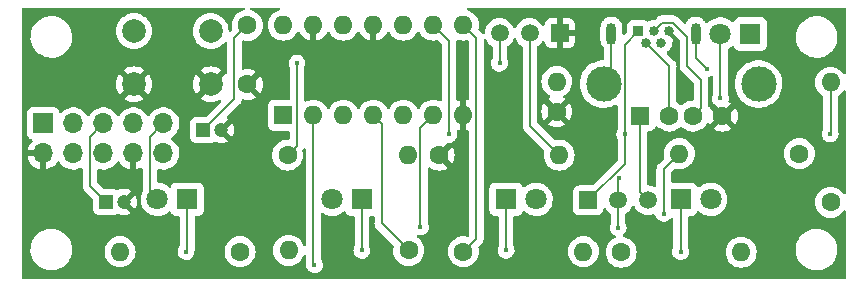
<source format=gbr>
%TF.GenerationSoftware,KiCad,Pcbnew,(6.0.1)*%
%TF.CreationDate,2022-09-28T11:42:46-07:00*%
%TF.ProjectId,BonkDaddyBoard,426f6e6b-4461-4646-9479-426f6172642e,1.1*%
%TF.SameCoordinates,Original*%
%TF.FileFunction,Copper,L1,Top*%
%TF.FilePolarity,Positive*%
%FSLAX46Y46*%
G04 Gerber Fmt 4.6, Leading zero omitted, Abs format (unit mm)*
G04 Created by KiCad (PCBNEW (6.0.1)) date 2022-09-28 11:42:46*
%MOMM*%
%LPD*%
G01*
G04 APERTURE LIST*
%TA.AperFunction,ComponentPad*%
%ADD10R,0.840000X0.840000*%
%TD*%
%TA.AperFunction,ComponentPad*%
%ADD11C,0.840000*%
%TD*%
%TA.AperFunction,ComponentPad*%
%ADD12O,0.850000X1.850000*%
%TD*%
%TA.AperFunction,ComponentPad*%
%ADD13C,2.000000*%
%TD*%
%TA.AperFunction,ComponentPad*%
%ADD14R,1.800000X1.800000*%
%TD*%
%TA.AperFunction,ComponentPad*%
%ADD15C,1.800000*%
%TD*%
%TA.AperFunction,ComponentPad*%
%ADD16C,1.600000*%
%TD*%
%TA.AperFunction,ComponentPad*%
%ADD17O,1.600000X1.600000*%
%TD*%
%TA.AperFunction,ComponentPad*%
%ADD18R,1.200000X1.200000*%
%TD*%
%TA.AperFunction,ComponentPad*%
%ADD19C,1.200000*%
%TD*%
%TA.AperFunction,ComponentPad*%
%ADD20R,1.500000X1.500000*%
%TD*%
%TA.AperFunction,ComponentPad*%
%ADD21C,1.500000*%
%TD*%
%TA.AperFunction,ComponentPad*%
%ADD22R,1.600000X1.600000*%
%TD*%
%TA.AperFunction,ComponentPad*%
%ADD23R,1.600000X1.500000*%
%TD*%
%TA.AperFunction,ComponentPad*%
%ADD24C,3.000000*%
%TD*%
%TA.AperFunction,ComponentPad*%
%ADD25R,1.700000X1.700000*%
%TD*%
%TA.AperFunction,ComponentPad*%
%ADD26O,1.700000X1.700000*%
%TD*%
%TA.AperFunction,ViaPad*%
%ADD27C,0.400000*%
%TD*%
%TA.AperFunction,Conductor*%
%ADD28C,0.200000*%
%TD*%
G04 APERTURE END LIST*
D10*
%TO.P,J2,1,VBUS*%
%TO.N,Net-(J2-Pad1)*%
X102700000Y-52500000D03*
D11*
%TO.P,J2,2,D-*%
%TO.N,Net-(J2-Pad2)*%
X103350000Y-53500000D03*
%TO.P,J2,3,D+*%
%TO.N,Net-(J2-Pad3)*%
X104000000Y-52500000D03*
%TO.P,J2,4,ID*%
%TO.N,unconnected-(J2-Pad4)*%
X104650000Y-53500000D03*
%TO.P,J2,5,GND*%
%TO.N,GND*%
X105300000Y-52500000D03*
D12*
%TO.P,J2,6,Shield*%
%TO.N,Net-(J2-Pad6)*%
X100425000Y-52720000D03*
X107575000Y-52720000D03*
%TD*%
D13*
%TO.P,SW1,1,1*%
%TO.N,Net-(J1-Pad1)*%
X66500000Y-52500000D03*
X60000000Y-52500000D03*
%TO.P,SW1,2,2*%
%TO.N,GND*%
X60000000Y-57000000D03*
X66500000Y-57000000D03*
%TD*%
D14*
%TO.P,D1,1,K*%
%TO.N,Net-(D1-Pad1)*%
X106280000Y-66750000D03*
D15*
%TO.P,D1,2,A*%
%TO.N,+3V3*%
X108820000Y-66750000D03*
%TD*%
D14*
%TO.P,D2,1,K*%
%TO.N,Net-(D2-Pad1)*%
X112200000Y-52750000D03*
D15*
%TO.P,D2,2,A*%
%TO.N,Net-(D2-Pad2)*%
X109660000Y-52750000D03*
%TD*%
D16*
%TO.P,R1,1*%
%TO.N,Net-(R1-Pad1)*%
X101245000Y-71225000D03*
D17*
%TO.P,R1,2*%
%TO.N,Net-(D1-Pad1)*%
X111405000Y-71225000D03*
%TD*%
D16*
%TO.P,R2,1*%
%TO.N,Net-(U1-Pad6)*%
X68980000Y-71175000D03*
D17*
%TO.P,R2,2*%
%TO.N,Net-(D4-Pad1)*%
X58820000Y-71175000D03*
%TD*%
D14*
%TO.P,D3,1,K*%
%TO.N,Net-(D3-Pad1)*%
X91510000Y-66750000D03*
D15*
%TO.P,D3,2,A*%
%TO.N,+3V3*%
X94050000Y-66750000D03*
%TD*%
D16*
%TO.P,R4,1*%
%TO.N,Net-(R4-Pad1)*%
X87895000Y-71175000D03*
D17*
%TO.P,R4,2*%
%TO.N,Net-(D3-Pad1)*%
X98055000Y-71175000D03*
%TD*%
D16*
%TO.P,R5,1*%
%TO.N,Net-(U1-Pad4)*%
X83255000Y-71075000D03*
D17*
%TO.P,R5,2*%
%TO.N,Net-(D5-Pad1)*%
X73095000Y-71075000D03*
%TD*%
D16*
%TO.P,R6,1*%
%TO.N,GND*%
X85845000Y-63000000D03*
D17*
%TO.P,R6,2*%
%TO.N,Net-(Q3-Pad2)*%
X96005000Y-63000000D03*
%TD*%
D16*
%TO.P,R8,1*%
%TO.N,Net-(Q4-Pad2)*%
X118975000Y-67005000D03*
D17*
%TO.P,R8,2*%
%TO.N,Net-(J2-Pad1)*%
X118975000Y-56845000D03*
%TD*%
D16*
%TO.P,R9,1*%
%TO.N,Net-(Q3-Pad3)*%
X73000000Y-63000000D03*
D17*
%TO.P,R9,2*%
%TO.N,Net-(Q4-Pad2)*%
X83160000Y-63000000D03*
%TD*%
D16*
%TO.P,C1,1*%
%TO.N,+3V3*%
X69600000Y-52025000D03*
%TO.P,C1,2*%
%TO.N,GND*%
X69600000Y-57025000D03*
%TD*%
%TO.P,R7,1*%
%TO.N,Net-(Q3-Pad2)*%
X116330000Y-62875000D03*
D17*
%TO.P,R7,2*%
%TO.N,+12V*%
X106170000Y-62875000D03*
%TD*%
D18*
%TO.P,C2,1*%
%TO.N,+3V3*%
X65877401Y-60875000D03*
D19*
%TO.P,C2,2*%
%TO.N,GND*%
X67377401Y-60875000D03*
%TD*%
D14*
%TO.P,D5,1,K*%
%TO.N,Net-(D5-Pad1)*%
X79290000Y-66750000D03*
D15*
%TO.P,D5,2,A*%
%TO.N,+3V3*%
X76750000Y-66750000D03*
%TD*%
D18*
%TO.P,C3,1*%
%TO.N,+12V*%
X57650000Y-66975000D03*
D19*
%TO.P,C3,2*%
%TO.N,GND*%
X59150000Y-66975000D03*
%TD*%
D20*
%TO.P,Q3,1,S*%
%TO.N,GND*%
X96050000Y-52675000D03*
D21*
%TO.P,Q3,2,G*%
%TO.N,Net-(Q3-Pad2)*%
X93510000Y-52675000D03*
%TO.P,Q3,3,D*%
%TO.N,Net-(Q3-Pad3)*%
X90970000Y-52675000D03*
%TD*%
D22*
%TO.P,U1,1*%
%TO.N,Net-(J1-Pad7)*%
X72650000Y-59625000D03*
D17*
%TO.P,U1,2*%
%TO.N,Net-(R1-Pad1)*%
X75190000Y-59625000D03*
%TO.P,U1,3*%
%TO.N,Net-(J1-Pad3)*%
X77730000Y-59625000D03*
%TO.P,U1,4*%
%TO.N,Net-(U1-Pad4)*%
X80270000Y-59625000D03*
%TO.P,U1,5*%
%TO.N,Net-(J1-Pad4)*%
X82810000Y-59625000D03*
%TO.P,U1,6*%
%TO.N,Net-(U1-Pad6)*%
X85350000Y-59625000D03*
%TO.P,U1,7,GND*%
%TO.N,GND*%
X87890000Y-59625000D03*
%TO.P,U1,8*%
%TO.N,Net-(R4-Pad1)*%
X87890000Y-52005000D03*
%TO.P,U1,9*%
%TO.N,Net-(J1-Pad10)*%
X85350000Y-52005000D03*
%TO.P,U1,10*%
%TO.N,unconnected-(U1-Pad10)*%
X82810000Y-52005000D03*
%TO.P,U1,11*%
%TO.N,GND*%
X80270000Y-52005000D03*
%TO.P,U1,12*%
%TO.N,unconnected-(U1-Pad12)*%
X77730000Y-52005000D03*
%TO.P,U1,13*%
%TO.N,GND*%
X75190000Y-52005000D03*
%TO.P,U1,14,VCC*%
%TO.N,+3V3*%
X72650000Y-52005000D03*
%TD*%
D14*
%TO.P,D4,1,K*%
%TO.N,Net-(D4-Pad1)*%
X64520000Y-66750000D03*
D15*
%TO.P,D4,2,A*%
%TO.N,+3V3*%
X61980000Y-66750000D03*
%TD*%
D20*
%TO.P,Q4,1,E*%
%TO.N,Net-(J2-Pad1)*%
X98460000Y-66835000D03*
D21*
%TO.P,Q4,2,B*%
%TO.N,Net-(Q4-Pad2)*%
X101000000Y-66835000D03*
%TO.P,Q4,3,C*%
%TO.N,Net-(D2-Pad2)*%
X103540000Y-66835000D03*
%TD*%
D23*
%TO.P,J3,1,VBUS*%
%TO.N,Net-(D2-Pad2)*%
X102825000Y-59695000D03*
D16*
%TO.P,J3,2,D-*%
%TO.N,Net-(J2-Pad2)*%
X105325000Y-59695000D03*
%TO.P,J3,3,D+*%
%TO.N,Net-(J2-Pad3)*%
X107325000Y-59695000D03*
%TO.P,J3,4,GND*%
%TO.N,GND*%
X109825000Y-59695000D03*
D24*
%TO.P,J3,5,Shield*%
%TO.N,Net-(J2-Pad6)*%
X112895000Y-56985000D03*
X99755000Y-56985000D03*
%TD*%
D25*
%TO.P,J1,1,Pin_1*%
%TO.N,Net-(J1-Pad1)*%
X52325000Y-60325000D03*
D26*
%TO.P,J1,2,Pin_2*%
%TO.N,GND*%
X52325000Y-62865000D03*
%TO.P,J1,3,Pin_3*%
%TO.N,Net-(J1-Pad3)*%
X54865000Y-60325000D03*
%TO.P,J1,4,Pin_4*%
%TO.N,Net-(J1-Pad4)*%
X54865000Y-62865000D03*
%TO.P,J1,5,Pin_5*%
%TO.N,+12V*%
X57405000Y-60325000D03*
%TO.P,J1,6,Pin_6*%
%TO.N,unconnected-(J1-Pad6)*%
X57405000Y-62865000D03*
%TO.P,J1,7,Pin_7*%
%TO.N,Net-(J1-Pad7)*%
X59945000Y-60325000D03*
%TO.P,J1,8,Pin_8*%
%TO.N,GND*%
X59945000Y-62865000D03*
%TO.P,J1,9,Pin_9*%
%TO.N,+3V3*%
X62485000Y-60325000D03*
%TO.P,J1,10,Pin_10*%
%TO.N,Net-(J1-Pad10)*%
X62485000Y-62865000D03*
%TD*%
D16*
%TO.P,R3,1*%
%TO.N,GND*%
X95800000Y-59320000D03*
D17*
%TO.P,R3,2*%
%TO.N,Net-(D2-Pad1)*%
X95800000Y-56780000D03*
%TD*%
D27*
%TO.N,Net-(J2-Pad1)*%
X101554511Y-61220489D03*
X118945489Y-61220489D03*
%TO.N,Net-(J2-Pad6)*%
X108500000Y-55675000D03*
%TO.N,+12V*%
X104849511Y-67949511D03*
%TO.N,GND*%
X105300000Y-54375000D03*
%TO.N,Net-(D1-Pad1)*%
X106280000Y-71170000D03*
%TO.N,Net-(D4-Pad1)*%
X64400000Y-71175000D03*
%TO.N,Net-(D2-Pad2)*%
X109650489Y-58199511D03*
%TO.N,Net-(D5-Pad1)*%
X79300000Y-71075000D03*
%TO.N,Net-(D3-Pad1)*%
X91510000Y-71065000D03*
%TO.N,Net-(J1-Pad10)*%
X86675000Y-61250000D03*
%TO.N,Net-(R1-Pad1)*%
X75274511Y-72274511D03*
%TO.N,Net-(U1-Pad6)*%
X84250000Y-69075000D03*
%TO.N,Net-(Q3-Pad3)*%
X73799999Y-55225001D03*
X90950000Y-55225000D03*
%TO.N,Net-(Q4-Pad2)*%
X101075000Y-64950000D03*
X101000000Y-69150000D03*
%TD*%
D28*
%TO.N,Net-(J2-Pad1)*%
X101554511Y-63740489D02*
X98460000Y-66835000D01*
X101554511Y-61220489D02*
X101554511Y-63740489D01*
X101554511Y-53645489D02*
X101554511Y-61220489D01*
X118975000Y-61190978D02*
X118975000Y-56845000D01*
X102700000Y-52500000D02*
X101554511Y-53645489D01*
X118945489Y-61220489D02*
X118975000Y-61190978D01*
%TO.N,Net-(J2-Pad2)*%
X103350000Y-53500000D02*
X105325000Y-55475000D01*
X105325000Y-55475000D02*
X105325000Y-59695000D01*
%TO.N,Net-(J2-Pad3)*%
X104000000Y-52500000D02*
X104719511Y-51780489D01*
X106800000Y-52982457D02*
X106800000Y-55460056D01*
X108000000Y-59020000D02*
X107325000Y-59695000D01*
X104719511Y-51780489D02*
X105598032Y-51780489D01*
X106800000Y-55460056D02*
X108000000Y-56660056D01*
X105598032Y-51780489D02*
X106800000Y-52982457D01*
X108000000Y-56660056D02*
X108000000Y-59020000D01*
%TO.N,Net-(J2-Pad6)*%
X100425000Y-56315000D02*
X99755000Y-56985000D01*
X100425000Y-52720000D02*
X100425000Y-56315000D01*
X107575000Y-54750000D02*
X107575000Y-52720000D01*
X108500000Y-55675000D02*
X107575000Y-54750000D01*
%TO.N,+12V*%
X56255489Y-65580489D02*
X57650000Y-66975000D01*
X104849511Y-67949511D02*
X104849511Y-64195489D01*
X104849511Y-64195489D02*
X106170000Y-62875000D01*
X56255489Y-61474511D02*
X56255489Y-65580489D01*
X57405000Y-60325000D02*
X56255489Y-61474511D01*
%TO.N,GND*%
X105720000Y-52920000D02*
X105720000Y-53955000D01*
X105300000Y-52500000D02*
X105720000Y-52920000D01*
X105300000Y-54375000D02*
X105300000Y-54525062D01*
X105720000Y-53955000D02*
X105300000Y-54375000D01*
%TO.N,Net-(D1-Pad1)*%
X106280000Y-66750000D02*
X106280000Y-71170000D01*
%TO.N,Net-(D4-Pad1)*%
X64520000Y-66750000D02*
X64520000Y-71055000D01*
X64520000Y-71055000D02*
X64400000Y-71175000D01*
%TO.N,Net-(D2-Pad2)*%
X102825000Y-66120000D02*
X103540000Y-66835000D01*
X109660000Y-58190000D02*
X109650489Y-58199511D01*
X102825000Y-59695000D02*
X102825000Y-66120000D01*
X109660000Y-52750000D02*
X109660000Y-58190000D01*
%TO.N,Net-(D5-Pad1)*%
X79290000Y-71065000D02*
X79300000Y-71075000D01*
X79290000Y-66750000D02*
X79290000Y-71065000D01*
%TO.N,Net-(D3-Pad1)*%
X91510000Y-66750000D02*
X91510000Y-71065000D01*
%TO.N,Net-(J1-Pad10)*%
X86675000Y-53330000D02*
X86675000Y-61250000D01*
X85350000Y-52005000D02*
X86675000Y-53330000D01*
%TO.N,Net-(R1-Pad1)*%
X75190000Y-72190000D02*
X75274511Y-72274511D01*
X75190000Y-59625000D02*
X75190000Y-72190000D01*
%TO.N,Net-(U1-Pad6)*%
X84259511Y-60715489D02*
X85350000Y-59625000D01*
X84259511Y-69065489D02*
X84250000Y-69075000D01*
X84259511Y-60715489D02*
X84259511Y-69065489D01*
%TO.N,+3V3*%
X61335489Y-61474511D02*
X61335489Y-66105489D01*
X68500489Y-58251912D02*
X68500489Y-53124511D01*
X62485000Y-60325000D02*
X61335489Y-61474511D01*
X65877401Y-60875000D02*
X68500489Y-58251912D01*
X61335489Y-66105489D02*
X61980000Y-66750000D01*
X68500489Y-53124511D02*
X69600000Y-52025000D01*
%TO.N,Net-(Q3-Pad2)*%
X93510000Y-52675000D02*
X93510000Y-60505000D01*
X93510000Y-60505000D02*
X96005000Y-63000000D01*
%TO.N,Net-(Q3-Pad3)*%
X90970000Y-55180000D02*
X90970000Y-52675000D01*
X90925000Y-55225000D02*
X90970000Y-55180000D01*
X73799999Y-62200001D02*
X73799999Y-55225001D01*
X73000000Y-63000000D02*
X73799999Y-62200001D01*
%TO.N,Net-(Q4-Pad2)*%
X101000000Y-66835000D02*
X101000000Y-65025000D01*
X101000000Y-65025000D02*
X101075000Y-64950000D01*
X101000000Y-66835000D02*
X101000000Y-69150000D01*
%TO.N,Net-(R4-Pad1)*%
X87890000Y-52005000D02*
X88989511Y-53104511D01*
X88989511Y-53104511D02*
X88989511Y-70080489D01*
X88989511Y-70080489D02*
X87895000Y-71175000D01*
%TO.N,Net-(U1-Pad4)*%
X80975000Y-68795000D02*
X80975000Y-60330000D01*
X80975000Y-60330000D02*
X80270000Y-59625000D01*
X83255000Y-71075000D02*
X80975000Y-68795000D01*
%TD*%
%TA.AperFunction,Conductor*%
%TO.N,GND*%
G36*
X69316921Y-50528002D02*
G01*
X69363414Y-50581658D01*
X69373518Y-50651932D01*
X69344024Y-50716512D01*
X69281412Y-50755707D01*
X69150757Y-50790716D01*
X69145776Y-50793039D01*
X69145775Y-50793039D01*
X68948238Y-50885151D01*
X68948233Y-50885154D01*
X68943251Y-50887477D01*
X68838389Y-50960902D01*
X68760211Y-51015643D01*
X68760208Y-51015645D01*
X68755700Y-51018802D01*
X68593802Y-51180700D01*
X68590645Y-51185208D01*
X68590643Y-51185211D01*
X68541361Y-51255593D01*
X68462477Y-51368251D01*
X68460154Y-51373233D01*
X68460151Y-51373238D01*
X68368039Y-51570775D01*
X68365716Y-51575757D01*
X68364294Y-51581065D01*
X68364293Y-51581067D01*
X68307881Y-51791598D01*
X68306457Y-51796913D01*
X68286502Y-52025000D01*
X68306457Y-52253087D01*
X68307881Y-52258400D01*
X68307881Y-52258402D01*
X68330931Y-52344426D01*
X68329241Y-52415403D01*
X68298319Y-52466132D01*
X68224762Y-52539689D01*
X68162450Y-52573715D01*
X68091635Y-52568650D01*
X68034799Y-52526103D01*
X68010055Y-52460480D01*
X67994923Y-52268223D01*
X67994535Y-52263289D01*
X67990989Y-52248515D01*
X67942929Y-52048334D01*
X67939105Y-52032406D01*
X67936763Y-52026752D01*
X67850135Y-51817611D01*
X67850133Y-51817607D01*
X67848240Y-51813037D01*
X67817201Y-51762386D01*
X67726759Y-51614798D01*
X67726755Y-51614792D01*
X67724176Y-51610584D01*
X67569969Y-51430031D01*
X67565861Y-51426522D01*
X67479838Y-51353052D01*
X67389416Y-51275824D01*
X67385208Y-51273245D01*
X67385202Y-51273241D01*
X67191183Y-51154346D01*
X67186963Y-51151760D01*
X67182393Y-51149867D01*
X67182389Y-51149865D01*
X66972167Y-51062789D01*
X66972165Y-51062788D01*
X66967594Y-51060895D01*
X66887391Y-51041640D01*
X66741524Y-51006620D01*
X66741518Y-51006619D01*
X66736711Y-51005465D01*
X66500000Y-50986835D01*
X66263289Y-51005465D01*
X66258482Y-51006619D01*
X66258476Y-51006620D01*
X66112609Y-51041640D01*
X66032406Y-51060895D01*
X66027835Y-51062788D01*
X66027833Y-51062789D01*
X65817611Y-51149865D01*
X65817607Y-51149867D01*
X65813037Y-51151760D01*
X65808817Y-51154346D01*
X65614798Y-51273241D01*
X65614792Y-51273245D01*
X65610584Y-51275824D01*
X65520162Y-51353052D01*
X65434140Y-51426522D01*
X65430031Y-51430031D01*
X65275824Y-51610584D01*
X65273245Y-51614792D01*
X65273241Y-51614798D01*
X65182799Y-51762386D01*
X65151760Y-51813037D01*
X65149867Y-51817607D01*
X65149865Y-51817611D01*
X65063237Y-52026752D01*
X65060895Y-52032406D01*
X65057071Y-52048334D01*
X65009012Y-52248515D01*
X65005465Y-52263289D01*
X64986835Y-52500000D01*
X65005465Y-52736711D01*
X65006619Y-52741518D01*
X65006620Y-52741524D01*
X65033353Y-52852875D01*
X65060895Y-52967594D01*
X65062788Y-52972165D01*
X65062789Y-52972167D01*
X65146491Y-53174242D01*
X65151760Y-53186963D01*
X65154346Y-53191183D01*
X65273241Y-53385202D01*
X65273245Y-53385208D01*
X65275824Y-53389416D01*
X65430031Y-53569969D01*
X65610584Y-53724176D01*
X65614792Y-53726755D01*
X65614798Y-53726759D01*
X65808817Y-53845654D01*
X65813037Y-53848240D01*
X65817607Y-53850133D01*
X65817611Y-53850135D01*
X66017667Y-53933000D01*
X66032406Y-53939105D01*
X66112609Y-53958360D01*
X66258476Y-53993380D01*
X66258482Y-53993381D01*
X66263289Y-53994535D01*
X66500000Y-54013165D01*
X66736711Y-53994535D01*
X66741518Y-53993381D01*
X66741524Y-53993380D01*
X66887391Y-53958360D01*
X66967594Y-53939105D01*
X66982333Y-53933000D01*
X67182389Y-53850135D01*
X67182393Y-53850133D01*
X67186963Y-53848240D01*
X67191183Y-53845654D01*
X67385202Y-53726759D01*
X67385208Y-53726755D01*
X67389416Y-53724176D01*
X67569969Y-53569969D01*
X67573177Y-53566213D01*
X67573182Y-53566208D01*
X67670178Y-53452640D01*
X67729628Y-53413830D01*
X67800623Y-53413323D01*
X67860622Y-53451280D01*
X67890575Y-53515648D01*
X67891989Y-53534470D01*
X67891989Y-56009013D01*
X67871987Y-56077134D01*
X67818331Y-56123627D01*
X67745390Y-56133318D01*
X67733745Y-56131388D01*
X67723334Y-56135876D01*
X65638920Y-58220290D01*
X65632160Y-58232670D01*
X65637887Y-58240320D01*
X65809042Y-58345205D01*
X65817837Y-58349687D01*
X66027988Y-58436734D01*
X66037373Y-58439783D01*
X66258554Y-58492885D01*
X66268301Y-58494428D01*
X66495070Y-58512275D01*
X66504930Y-58512275D01*
X66731699Y-58494428D01*
X66741446Y-58492885D01*
X66962627Y-58439783D01*
X66972012Y-58436734D01*
X67182163Y-58349687D01*
X67190951Y-58345208D01*
X67201887Y-58338507D01*
X67270420Y-58319968D01*
X67338097Y-58341424D01*
X67383431Y-58396062D01*
X67392028Y-58466536D01*
X67356818Y-58535034D01*
X66162257Y-59729595D01*
X66099945Y-59763621D01*
X66073162Y-59766500D01*
X65229267Y-59766500D01*
X65167085Y-59773255D01*
X65030696Y-59824385D01*
X64914140Y-59911739D01*
X64826786Y-60028295D01*
X64775656Y-60164684D01*
X64768901Y-60226866D01*
X64768901Y-61523134D01*
X64775656Y-61585316D01*
X64826786Y-61721705D01*
X64914140Y-61838261D01*
X65030696Y-61925615D01*
X65167085Y-61976745D01*
X65229267Y-61983500D01*
X66525535Y-61983500D01*
X66587717Y-61976745D01*
X66724106Y-61925615D01*
X66772023Y-61889703D01*
X66838527Y-61864855D01*
X66897325Y-61874761D01*
X67028236Y-61931005D01*
X67039179Y-61934560D01*
X67226521Y-61976952D01*
X67237931Y-61978454D01*
X67429870Y-61985995D01*
X67441352Y-61985393D01*
X67631446Y-61957832D01*
X67642641Y-61955144D01*
X67824532Y-61893400D01*
X67835029Y-61888726D01*
X67945433Y-61826898D01*
X67955296Y-61816821D01*
X67952340Y-61809149D01*
X67107286Y-60964095D01*
X67073260Y-60901783D01*
X67075095Y-60876132D01*
X67741809Y-60876132D01*
X67741940Y-60877966D01*
X67746191Y-60884580D01*
X68307640Y-61446028D01*
X68320015Y-61452785D01*
X68326595Y-61447859D01*
X68391127Y-61332628D01*
X68395801Y-61322131D01*
X68457545Y-61140240D01*
X68460233Y-61129045D01*
X68488090Y-60936911D01*
X68488720Y-60929528D01*
X68490051Y-60878704D01*
X68489808Y-60871305D01*
X68472044Y-60677975D01*
X68469946Y-60666654D01*
X68417809Y-60481791D01*
X68413684Y-60471044D01*
X68329564Y-60300465D01*
X68322270Y-60294990D01*
X68309850Y-60301762D01*
X67749422Y-60862189D01*
X67741809Y-60876132D01*
X67075095Y-60876132D01*
X67078325Y-60830968D01*
X67107286Y-60785905D01*
X67377401Y-60515790D01*
X67947682Y-59945508D01*
X67954442Y-59933128D01*
X67948412Y-59925073D01*
X67922036Y-59908431D01*
X67875098Y-59855165D01*
X67864408Y-59784977D01*
X67893362Y-59720153D01*
X67900176Y-59712774D01*
X68896723Y-58716227D01*
X68909114Y-58705360D01*
X68927926Y-58690925D01*
X68934476Y-58685899D01*
X68958963Y-58653987D01*
X68958967Y-58653983D01*
X69032013Y-58558788D01*
X69093327Y-58410763D01*
X69095859Y-58391530D01*
X69124581Y-58326603D01*
X69183845Y-58287510D01*
X69253392Y-58286268D01*
X69366688Y-58316625D01*
X69377481Y-58318528D01*
X69594525Y-58337517D01*
X69605475Y-58337517D01*
X69822519Y-58318528D01*
X69833312Y-58316625D01*
X70043761Y-58260236D01*
X70054053Y-58256490D01*
X70251511Y-58164414D01*
X70261006Y-58158931D01*
X70313048Y-58122491D01*
X70321424Y-58112012D01*
X70314356Y-58098566D01*
X69329885Y-57114095D01*
X69295859Y-57051783D01*
X69297694Y-57026132D01*
X69964408Y-57026132D01*
X69964539Y-57027965D01*
X69968790Y-57034580D01*
X70674287Y-57740077D01*
X70686062Y-57746507D01*
X70698077Y-57737211D01*
X70733931Y-57686006D01*
X70739414Y-57676511D01*
X70831490Y-57479053D01*
X70835236Y-57468761D01*
X70891625Y-57258312D01*
X70893528Y-57247519D01*
X70912517Y-57030475D01*
X70912517Y-57019525D01*
X70893528Y-56802481D01*
X70891625Y-56791688D01*
X70835236Y-56581239D01*
X70831490Y-56570947D01*
X70739414Y-56373489D01*
X70733931Y-56363994D01*
X70697491Y-56311952D01*
X70687012Y-56303576D01*
X70673566Y-56310644D01*
X69972022Y-57012188D01*
X69964408Y-57026132D01*
X69297694Y-57026132D01*
X69300924Y-56980968D01*
X69329885Y-56935905D01*
X70315077Y-55950713D01*
X70321507Y-55938938D01*
X70312211Y-55926923D01*
X70261006Y-55891069D01*
X70251511Y-55885586D01*
X70054053Y-55793510D01*
X70043761Y-55789764D01*
X69833312Y-55733375D01*
X69822519Y-55731472D01*
X69605475Y-55712483D01*
X69594525Y-55712483D01*
X69377481Y-55731472D01*
X69366688Y-55733375D01*
X69267600Y-55759925D01*
X69196624Y-55758235D01*
X69137828Y-55718441D01*
X69109880Y-55653176D01*
X69108989Y-55638218D01*
X69108989Y-53428750D01*
X69128991Y-53360629D01*
X69145894Y-53339655D01*
X69158868Y-53326681D01*
X69221180Y-53292655D01*
X69280574Y-53294069D01*
X69366598Y-53317119D01*
X69366600Y-53317119D01*
X69371913Y-53318543D01*
X69600000Y-53338498D01*
X69828087Y-53318543D01*
X69833400Y-53317119D01*
X69833402Y-53317119D01*
X70043933Y-53260707D01*
X70043935Y-53260706D01*
X70049243Y-53259284D01*
X70054225Y-53256961D01*
X70251762Y-53164849D01*
X70251767Y-53164846D01*
X70256749Y-53162523D01*
X70396560Y-53064626D01*
X70439789Y-53034357D01*
X70439792Y-53034355D01*
X70444300Y-53031198D01*
X70606198Y-52869300D01*
X70617474Y-52853197D01*
X70678630Y-52765856D01*
X70737523Y-52681749D01*
X70803766Y-52539689D01*
X70831961Y-52479225D01*
X70831961Y-52479224D01*
X70834284Y-52474243D01*
X70836458Y-52466132D01*
X70892119Y-52258402D01*
X70892119Y-52258400D01*
X70893543Y-52253087D01*
X70913498Y-52025000D01*
X70893543Y-51796913D01*
X70892119Y-51791598D01*
X70835707Y-51581067D01*
X70835706Y-51581065D01*
X70834284Y-51575757D01*
X70831961Y-51570775D01*
X70739849Y-51373238D01*
X70739846Y-51373233D01*
X70737523Y-51368251D01*
X70658639Y-51255593D01*
X70609357Y-51185211D01*
X70609355Y-51185208D01*
X70606198Y-51180700D01*
X70444300Y-51018802D01*
X70439792Y-51015645D01*
X70439789Y-51015643D01*
X70361611Y-50960902D01*
X70256749Y-50887477D01*
X70251767Y-50885154D01*
X70251762Y-50885151D01*
X70054225Y-50793039D01*
X70054224Y-50793039D01*
X70049243Y-50790716D01*
X69918588Y-50755707D01*
X69857966Y-50718755D01*
X69826944Y-50654894D01*
X69835373Y-50584400D01*
X69880576Y-50529653D01*
X69951200Y-50508000D01*
X72224160Y-50508000D01*
X72292281Y-50528002D01*
X72338774Y-50581658D01*
X72348878Y-50651932D01*
X72319384Y-50716512D01*
X72256771Y-50755707D01*
X72206067Y-50769293D01*
X72206065Y-50769294D01*
X72200757Y-50770716D01*
X72195776Y-50773039D01*
X72195775Y-50773039D01*
X71998238Y-50865151D01*
X71998233Y-50865154D01*
X71993251Y-50867477D01*
X71888389Y-50940902D01*
X71810211Y-50995643D01*
X71810208Y-50995645D01*
X71805700Y-50998802D01*
X71643802Y-51160700D01*
X71640645Y-51165208D01*
X71640643Y-51165211D01*
X71622718Y-51190811D01*
X71512477Y-51348251D01*
X71510154Y-51353233D01*
X71510151Y-51353238D01*
X71448031Y-51486457D01*
X71415716Y-51555757D01*
X71414294Y-51561065D01*
X71414293Y-51561067D01*
X71358041Y-51771002D01*
X71356457Y-51776913D01*
X71336502Y-52005000D01*
X71356457Y-52233087D01*
X71357881Y-52238400D01*
X71357881Y-52238402D01*
X71413543Y-52446132D01*
X71415716Y-52454243D01*
X71418039Y-52459224D01*
X71418039Y-52459225D01*
X71510151Y-52656762D01*
X71510154Y-52656767D01*
X71512477Y-52661749D01*
X71540969Y-52702439D01*
X71638475Y-52841692D01*
X71643802Y-52849300D01*
X71805700Y-53011198D01*
X71810208Y-53014355D01*
X71810211Y-53014357D01*
X71828697Y-53027301D01*
X71993251Y-53142523D01*
X71998233Y-53144846D01*
X71998238Y-53144849D01*
X72171675Y-53225723D01*
X72200757Y-53239284D01*
X72206065Y-53240706D01*
X72206067Y-53240707D01*
X72416598Y-53297119D01*
X72416600Y-53297119D01*
X72421913Y-53298543D01*
X72650000Y-53318498D01*
X72878087Y-53298543D01*
X72883400Y-53297119D01*
X72883402Y-53297119D01*
X73093933Y-53240707D01*
X73093935Y-53240706D01*
X73099243Y-53239284D01*
X73128325Y-53225723D01*
X73301762Y-53144849D01*
X73301767Y-53144846D01*
X73306749Y-53142523D01*
X73471303Y-53027301D01*
X73489789Y-53014357D01*
X73489792Y-53014355D01*
X73494300Y-53011198D01*
X73656198Y-52849300D01*
X73661526Y-52841692D01*
X73759031Y-52702439D01*
X73787523Y-52661749D01*
X73789846Y-52656767D01*
X73789849Y-52656762D01*
X73806081Y-52621951D01*
X73852998Y-52568666D01*
X73921275Y-52549205D01*
X73989235Y-52569747D01*
X74034471Y-52621951D01*
X74050586Y-52656511D01*
X74056069Y-52666007D01*
X74181028Y-52844467D01*
X74188084Y-52852875D01*
X74342125Y-53006916D01*
X74350533Y-53013972D01*
X74528993Y-53138931D01*
X74538489Y-53144414D01*
X74735947Y-53236490D01*
X74746239Y-53240236D01*
X74918503Y-53286394D01*
X74932599Y-53286058D01*
X74936000Y-53278116D01*
X74936000Y-51877000D01*
X74956002Y-51808879D01*
X75009658Y-51762386D01*
X75062000Y-51751000D01*
X75318000Y-51751000D01*
X75386121Y-51771002D01*
X75432614Y-51824658D01*
X75444000Y-51877000D01*
X75444000Y-53272967D01*
X75447973Y-53286498D01*
X75456522Y-53287727D01*
X75633761Y-53240236D01*
X75644053Y-53236490D01*
X75841511Y-53144414D01*
X75851007Y-53138931D01*
X76029467Y-53013972D01*
X76037875Y-53006916D01*
X76191916Y-52852875D01*
X76198972Y-52844467D01*
X76323931Y-52666007D01*
X76329414Y-52656511D01*
X76345529Y-52621951D01*
X76392446Y-52568666D01*
X76460723Y-52549205D01*
X76528683Y-52569747D01*
X76573919Y-52621951D01*
X76590151Y-52656762D01*
X76590154Y-52656767D01*
X76592477Y-52661749D01*
X76620969Y-52702439D01*
X76718475Y-52841692D01*
X76723802Y-52849300D01*
X76885700Y-53011198D01*
X76890208Y-53014355D01*
X76890211Y-53014357D01*
X76908697Y-53027301D01*
X77073251Y-53142523D01*
X77078233Y-53144846D01*
X77078238Y-53144849D01*
X77251675Y-53225723D01*
X77280757Y-53239284D01*
X77286065Y-53240706D01*
X77286067Y-53240707D01*
X77496598Y-53297119D01*
X77496600Y-53297119D01*
X77501913Y-53298543D01*
X77730000Y-53318498D01*
X77958087Y-53298543D01*
X77963400Y-53297119D01*
X77963402Y-53297119D01*
X78173933Y-53240707D01*
X78173935Y-53240706D01*
X78179243Y-53239284D01*
X78208325Y-53225723D01*
X78381762Y-53144849D01*
X78381767Y-53144846D01*
X78386749Y-53142523D01*
X78551303Y-53027301D01*
X78569789Y-53014357D01*
X78569792Y-53014355D01*
X78574300Y-53011198D01*
X78736198Y-52849300D01*
X78741526Y-52841692D01*
X78839031Y-52702439D01*
X78867523Y-52661749D01*
X78869846Y-52656767D01*
X78869849Y-52656762D01*
X78886081Y-52621951D01*
X78932998Y-52568666D01*
X79001275Y-52549205D01*
X79069235Y-52569747D01*
X79114471Y-52621951D01*
X79130586Y-52656511D01*
X79136069Y-52666007D01*
X79261028Y-52844467D01*
X79268084Y-52852875D01*
X79422125Y-53006916D01*
X79430533Y-53013972D01*
X79608993Y-53138931D01*
X79618489Y-53144414D01*
X79815947Y-53236490D01*
X79826239Y-53240236D01*
X79998503Y-53286394D01*
X80012599Y-53286058D01*
X80016000Y-53278116D01*
X80016000Y-51877000D01*
X80036002Y-51808879D01*
X80089658Y-51762386D01*
X80142000Y-51751000D01*
X80398000Y-51751000D01*
X80466121Y-51771002D01*
X80512614Y-51824658D01*
X80524000Y-51877000D01*
X80524000Y-53272967D01*
X80527973Y-53286498D01*
X80536522Y-53287727D01*
X80713761Y-53240236D01*
X80724053Y-53236490D01*
X80921511Y-53144414D01*
X80931007Y-53138931D01*
X81109467Y-53013972D01*
X81117875Y-53006916D01*
X81271916Y-52852875D01*
X81278972Y-52844467D01*
X81403931Y-52666007D01*
X81409414Y-52656511D01*
X81425529Y-52621951D01*
X81472446Y-52568666D01*
X81540723Y-52549205D01*
X81608683Y-52569747D01*
X81653919Y-52621951D01*
X81670151Y-52656762D01*
X81670154Y-52656767D01*
X81672477Y-52661749D01*
X81700969Y-52702439D01*
X81798475Y-52841692D01*
X81803802Y-52849300D01*
X81965700Y-53011198D01*
X81970208Y-53014355D01*
X81970211Y-53014357D01*
X81988697Y-53027301D01*
X82153251Y-53142523D01*
X82158233Y-53144846D01*
X82158238Y-53144849D01*
X82331675Y-53225723D01*
X82360757Y-53239284D01*
X82366065Y-53240706D01*
X82366067Y-53240707D01*
X82576598Y-53297119D01*
X82576600Y-53297119D01*
X82581913Y-53298543D01*
X82810000Y-53318498D01*
X83038087Y-53298543D01*
X83043400Y-53297119D01*
X83043402Y-53297119D01*
X83253933Y-53240707D01*
X83253935Y-53240706D01*
X83259243Y-53239284D01*
X83288325Y-53225723D01*
X83461762Y-53144849D01*
X83461767Y-53144846D01*
X83466749Y-53142523D01*
X83631303Y-53027301D01*
X83649789Y-53014357D01*
X83649792Y-53014355D01*
X83654300Y-53011198D01*
X83816198Y-52849300D01*
X83821526Y-52841692D01*
X83919031Y-52702439D01*
X83947523Y-52661749D01*
X83949846Y-52656767D01*
X83949849Y-52656762D01*
X83965805Y-52622543D01*
X84012722Y-52569258D01*
X84080999Y-52549797D01*
X84148959Y-52570339D01*
X84194195Y-52622543D01*
X84210151Y-52656762D01*
X84210154Y-52656767D01*
X84212477Y-52661749D01*
X84240969Y-52702439D01*
X84338475Y-52841692D01*
X84343802Y-52849300D01*
X84505700Y-53011198D01*
X84510208Y-53014355D01*
X84510211Y-53014357D01*
X84528697Y-53027301D01*
X84693251Y-53142523D01*
X84698233Y-53144846D01*
X84698238Y-53144849D01*
X84871675Y-53225723D01*
X84900757Y-53239284D01*
X84906065Y-53240706D01*
X84906067Y-53240707D01*
X85116598Y-53297119D01*
X85116600Y-53297119D01*
X85121913Y-53298543D01*
X85350000Y-53318498D01*
X85578087Y-53298543D01*
X85583400Y-53297119D01*
X85583402Y-53297119D01*
X85669426Y-53274069D01*
X85740403Y-53275759D01*
X85791132Y-53306681D01*
X86029595Y-53545144D01*
X86063621Y-53607456D01*
X86066500Y-53634239D01*
X86066500Y-58317559D01*
X86046498Y-58385680D01*
X85992842Y-58432173D01*
X85922568Y-58442277D01*
X85887250Y-58431754D01*
X85804226Y-58393039D01*
X85804220Y-58393037D01*
X85799243Y-58390716D01*
X85793935Y-58389294D01*
X85793933Y-58389293D01*
X85583402Y-58332881D01*
X85583400Y-58332881D01*
X85578087Y-58331457D01*
X85350000Y-58311502D01*
X85121913Y-58331457D01*
X85116600Y-58332881D01*
X85116598Y-58332881D01*
X84906067Y-58389293D01*
X84906065Y-58389294D01*
X84900757Y-58390716D01*
X84895776Y-58393039D01*
X84895775Y-58393039D01*
X84698238Y-58485151D01*
X84698233Y-58485154D01*
X84693251Y-58487477D01*
X84632758Y-58529835D01*
X84510211Y-58615643D01*
X84510208Y-58615645D01*
X84505700Y-58618802D01*
X84343802Y-58780700D01*
X84340645Y-58785208D01*
X84340643Y-58785211D01*
X84306002Y-58834684D01*
X84212477Y-58968251D01*
X84210154Y-58973233D01*
X84210151Y-58973238D01*
X84194195Y-59007457D01*
X84147278Y-59060742D01*
X84079001Y-59080203D01*
X84011041Y-59059661D01*
X83965805Y-59007457D01*
X83949849Y-58973238D01*
X83949846Y-58973233D01*
X83947523Y-58968251D01*
X83853998Y-58834684D01*
X83819357Y-58785211D01*
X83819355Y-58785208D01*
X83816198Y-58780700D01*
X83654300Y-58618802D01*
X83649792Y-58615645D01*
X83649789Y-58615643D01*
X83527242Y-58529835D01*
X83466749Y-58487477D01*
X83461767Y-58485154D01*
X83461762Y-58485151D01*
X83264225Y-58393039D01*
X83264224Y-58393039D01*
X83259243Y-58390716D01*
X83253935Y-58389294D01*
X83253933Y-58389293D01*
X83043402Y-58332881D01*
X83043400Y-58332881D01*
X83038087Y-58331457D01*
X82810000Y-58311502D01*
X82581913Y-58331457D01*
X82576600Y-58332881D01*
X82576598Y-58332881D01*
X82366067Y-58389293D01*
X82366065Y-58389294D01*
X82360757Y-58390716D01*
X82355776Y-58393039D01*
X82355775Y-58393039D01*
X82158238Y-58485151D01*
X82158233Y-58485154D01*
X82153251Y-58487477D01*
X82092758Y-58529835D01*
X81970211Y-58615643D01*
X81970208Y-58615645D01*
X81965700Y-58618802D01*
X81803802Y-58780700D01*
X81800645Y-58785208D01*
X81800643Y-58785211D01*
X81766002Y-58834684D01*
X81672477Y-58968251D01*
X81670154Y-58973233D01*
X81670151Y-58973238D01*
X81654195Y-59007457D01*
X81607278Y-59060742D01*
X81539001Y-59080203D01*
X81471041Y-59059661D01*
X81425805Y-59007457D01*
X81409849Y-58973238D01*
X81409846Y-58973233D01*
X81407523Y-58968251D01*
X81313998Y-58834684D01*
X81279357Y-58785211D01*
X81279355Y-58785208D01*
X81276198Y-58780700D01*
X81114300Y-58618802D01*
X81109792Y-58615645D01*
X81109789Y-58615643D01*
X80987242Y-58529835D01*
X80926749Y-58487477D01*
X80921767Y-58485154D01*
X80921762Y-58485151D01*
X80724225Y-58393039D01*
X80724224Y-58393039D01*
X80719243Y-58390716D01*
X80713935Y-58389294D01*
X80713933Y-58389293D01*
X80503402Y-58332881D01*
X80503400Y-58332881D01*
X80498087Y-58331457D01*
X80270000Y-58311502D01*
X80041913Y-58331457D01*
X80036600Y-58332881D01*
X80036598Y-58332881D01*
X79826067Y-58389293D01*
X79826065Y-58389294D01*
X79820757Y-58390716D01*
X79815776Y-58393039D01*
X79815775Y-58393039D01*
X79618238Y-58485151D01*
X79618233Y-58485154D01*
X79613251Y-58487477D01*
X79552758Y-58529835D01*
X79430211Y-58615643D01*
X79430208Y-58615645D01*
X79425700Y-58618802D01*
X79263802Y-58780700D01*
X79260645Y-58785208D01*
X79260643Y-58785211D01*
X79226002Y-58834684D01*
X79132477Y-58968251D01*
X79130154Y-58973233D01*
X79130151Y-58973238D01*
X79114195Y-59007457D01*
X79067278Y-59060742D01*
X78999001Y-59080203D01*
X78931041Y-59059661D01*
X78885805Y-59007457D01*
X78869849Y-58973238D01*
X78869846Y-58973233D01*
X78867523Y-58968251D01*
X78773998Y-58834684D01*
X78739357Y-58785211D01*
X78739355Y-58785208D01*
X78736198Y-58780700D01*
X78574300Y-58618802D01*
X78569792Y-58615645D01*
X78569789Y-58615643D01*
X78447242Y-58529835D01*
X78386749Y-58487477D01*
X78381767Y-58485154D01*
X78381762Y-58485151D01*
X78184225Y-58393039D01*
X78184224Y-58393039D01*
X78179243Y-58390716D01*
X78173935Y-58389294D01*
X78173933Y-58389293D01*
X77963402Y-58332881D01*
X77963400Y-58332881D01*
X77958087Y-58331457D01*
X77730000Y-58311502D01*
X77501913Y-58331457D01*
X77496600Y-58332881D01*
X77496598Y-58332881D01*
X77286067Y-58389293D01*
X77286065Y-58389294D01*
X77280757Y-58390716D01*
X77275776Y-58393039D01*
X77275775Y-58393039D01*
X77078238Y-58485151D01*
X77078233Y-58485154D01*
X77073251Y-58487477D01*
X77012758Y-58529835D01*
X76890211Y-58615643D01*
X76890208Y-58615645D01*
X76885700Y-58618802D01*
X76723802Y-58780700D01*
X76720645Y-58785208D01*
X76720643Y-58785211D01*
X76686002Y-58834684D01*
X76592477Y-58968251D01*
X76590154Y-58973233D01*
X76590151Y-58973238D01*
X76574195Y-59007457D01*
X76527278Y-59060742D01*
X76459001Y-59080203D01*
X76391041Y-59059661D01*
X76345805Y-59007457D01*
X76329849Y-58973238D01*
X76329846Y-58973233D01*
X76327523Y-58968251D01*
X76233998Y-58834684D01*
X76199357Y-58785211D01*
X76199355Y-58785208D01*
X76196198Y-58780700D01*
X76034300Y-58618802D01*
X76029792Y-58615645D01*
X76029789Y-58615643D01*
X75907242Y-58529835D01*
X75846749Y-58487477D01*
X75841767Y-58485154D01*
X75841762Y-58485151D01*
X75644225Y-58393039D01*
X75644224Y-58393039D01*
X75639243Y-58390716D01*
X75633935Y-58389294D01*
X75633933Y-58389293D01*
X75423402Y-58332881D01*
X75423400Y-58332881D01*
X75418087Y-58331457D01*
X75190000Y-58311502D01*
X74961913Y-58331457D01*
X74956600Y-58332881D01*
X74956598Y-58332881D01*
X74746067Y-58389293D01*
X74746065Y-58389294D01*
X74740757Y-58390716D01*
X74735775Y-58393039D01*
X74735770Y-58393041D01*
X74587748Y-58462064D01*
X74517557Y-58472725D01*
X74452744Y-58443745D01*
X74413888Y-58384325D01*
X74408499Y-58347869D01*
X74408499Y-55630073D01*
X74423557Y-55571428D01*
X74425423Y-55568831D01*
X74489384Y-55409721D01*
X74498739Y-55343990D01*
X74512965Y-55244032D01*
X74512965Y-55244028D01*
X74513546Y-55239948D01*
X74513703Y-55225001D01*
X74506027Y-55161571D01*
X74494014Y-55062300D01*
X74494013Y-55062297D01*
X74493101Y-55054759D01*
X74490417Y-55047654D01*
X74435170Y-54901448D01*
X74432486Y-54894345D01*
X74388351Y-54830128D01*
X74339658Y-54759279D01*
X74339657Y-54759277D01*
X74335356Y-54753020D01*
X74329685Y-54747967D01*
X74212992Y-54643997D01*
X74212989Y-54643995D01*
X74207320Y-54638944D01*
X74199324Y-54634710D01*
X74062480Y-54562255D01*
X74062481Y-54562255D01*
X74055768Y-54558701D01*
X74038195Y-54554287D01*
X73896821Y-54518776D01*
X73896817Y-54518776D01*
X73889450Y-54516925D01*
X73881851Y-54516885D01*
X73881849Y-54516885D01*
X73810393Y-54516511D01*
X73717968Y-54516027D01*
X73710588Y-54517799D01*
X73710586Y-54517799D01*
X73558601Y-54554287D01*
X73558597Y-54554288D01*
X73551222Y-54556059D01*
X73398838Y-54634710D01*
X73269614Y-54747440D01*
X73171009Y-54887740D01*
X73159124Y-54918223D01*
X73111478Y-55040429D01*
X73108717Y-55047510D01*
X73107725Y-55055043D01*
X73107725Y-55055044D01*
X73087326Y-55209995D01*
X73086334Y-55217527D01*
X73095572Y-55301205D01*
X73100596Y-55346706D01*
X73105152Y-55387976D01*
X73107761Y-55395107D01*
X73107762Y-55395109D01*
X73157675Y-55531502D01*
X73164084Y-55549016D01*
X73168318Y-55555316D01*
X73168321Y-55555323D01*
X73170079Y-55557938D01*
X73170712Y-55560014D01*
X73171770Y-55562091D01*
X73171402Y-55562279D01*
X73191499Y-55628216D01*
X73191499Y-58190500D01*
X73171497Y-58258621D01*
X73117841Y-58305114D01*
X73065499Y-58316500D01*
X71801866Y-58316500D01*
X71739684Y-58323255D01*
X71603295Y-58374385D01*
X71486739Y-58461739D01*
X71399385Y-58578295D01*
X71348255Y-58714684D01*
X71341500Y-58776866D01*
X71341500Y-60473134D01*
X71348255Y-60535316D01*
X71399385Y-60671705D01*
X71486739Y-60788261D01*
X71603295Y-60875615D01*
X71739684Y-60926745D01*
X71801866Y-60933500D01*
X73065499Y-60933500D01*
X73133620Y-60953502D01*
X73180113Y-61007158D01*
X73191499Y-61059500D01*
X73191499Y-61565751D01*
X73171497Y-61633872D01*
X73117841Y-61680365D01*
X73054517Y-61691271D01*
X73005486Y-61686981D01*
X73005475Y-61686981D01*
X73000000Y-61686502D01*
X72771913Y-61706457D01*
X72766600Y-61707881D01*
X72766598Y-61707881D01*
X72556067Y-61764293D01*
X72556065Y-61764294D01*
X72550757Y-61765716D01*
X72545776Y-61768039D01*
X72545775Y-61768039D01*
X72348238Y-61860151D01*
X72348233Y-61860154D01*
X72343251Y-61862477D01*
X72256523Y-61923205D01*
X72160211Y-61990643D01*
X72160208Y-61990645D01*
X72155700Y-61993802D01*
X71993802Y-62155700D01*
X71862477Y-62343251D01*
X71860154Y-62348233D01*
X71860151Y-62348238D01*
X71798513Y-62480423D01*
X71765716Y-62550757D01*
X71764294Y-62556065D01*
X71764293Y-62556067D01*
X71734065Y-62668879D01*
X71706457Y-62771913D01*
X71686502Y-63000000D01*
X71706457Y-63228087D01*
X71707881Y-63233400D01*
X71707881Y-63233402D01*
X71762235Y-63436250D01*
X71765716Y-63449243D01*
X71768039Y-63454224D01*
X71768039Y-63454225D01*
X71860151Y-63651762D01*
X71860154Y-63651767D01*
X71862477Y-63656749D01*
X71926714Y-63748489D01*
X71987312Y-63835031D01*
X71993802Y-63844300D01*
X72155700Y-64006198D01*
X72160208Y-64009355D01*
X72160211Y-64009357D01*
X72199174Y-64036639D01*
X72343251Y-64137523D01*
X72348233Y-64139846D01*
X72348238Y-64139849D01*
X72535520Y-64227179D01*
X72550757Y-64234284D01*
X72556065Y-64235706D01*
X72556067Y-64235707D01*
X72766598Y-64292119D01*
X72766600Y-64292119D01*
X72771913Y-64293543D01*
X73000000Y-64313498D01*
X73228087Y-64293543D01*
X73233400Y-64292119D01*
X73233402Y-64292119D01*
X73443933Y-64235707D01*
X73443935Y-64235706D01*
X73449243Y-64234284D01*
X73464480Y-64227179D01*
X73651762Y-64139849D01*
X73651767Y-64139846D01*
X73656749Y-64137523D01*
X73800826Y-64036639D01*
X73839789Y-64009357D01*
X73839792Y-64009355D01*
X73844300Y-64006198D01*
X74006198Y-63844300D01*
X74012689Y-63835031D01*
X74073286Y-63748489D01*
X74137523Y-63656749D01*
X74139846Y-63651767D01*
X74139849Y-63651762D01*
X74231961Y-63454225D01*
X74231961Y-63454224D01*
X74234284Y-63449243D01*
X74237766Y-63436250D01*
X74292119Y-63233402D01*
X74292119Y-63233400D01*
X74293543Y-63228087D01*
X74313498Y-63000000D01*
X74293543Y-62771913D01*
X74266819Y-62672177D01*
X74268509Y-62601200D01*
X74288564Y-62562862D01*
X74321948Y-62519355D01*
X74321949Y-62519353D01*
X74331522Y-62506877D01*
X74331523Y-62506876D01*
X74339091Y-62488605D01*
X74383639Y-62433324D01*
X74451002Y-62410903D01*
X74519794Y-62428461D01*
X74568172Y-62480423D01*
X74581500Y-62536823D01*
X74581500Y-70609974D01*
X74561498Y-70678095D01*
X74507842Y-70724588D01*
X74437568Y-70734692D01*
X74372988Y-70705198D01*
X74333793Y-70642585D01*
X74330707Y-70631067D01*
X74330706Y-70631065D01*
X74329284Y-70625757D01*
X74300367Y-70563743D01*
X74234849Y-70423238D01*
X74234846Y-70423233D01*
X74232523Y-70418251D01*
X74101198Y-70230700D01*
X73939300Y-70068802D01*
X73934792Y-70065645D01*
X73934789Y-70065643D01*
X73856611Y-70010902D01*
X73751749Y-69937477D01*
X73746767Y-69935154D01*
X73746762Y-69935151D01*
X73549225Y-69843039D01*
X73549224Y-69843039D01*
X73544243Y-69840716D01*
X73538935Y-69839294D01*
X73538933Y-69839293D01*
X73328402Y-69782881D01*
X73328400Y-69782881D01*
X73323087Y-69781457D01*
X73095000Y-69761502D01*
X72866913Y-69781457D01*
X72861600Y-69782881D01*
X72861598Y-69782881D01*
X72651067Y-69839293D01*
X72651065Y-69839294D01*
X72645757Y-69840716D01*
X72640776Y-69843039D01*
X72640775Y-69843039D01*
X72443238Y-69935151D01*
X72443233Y-69935154D01*
X72438251Y-69937477D01*
X72333389Y-70010902D01*
X72255211Y-70065643D01*
X72255208Y-70065645D01*
X72250700Y-70068802D01*
X72088802Y-70230700D01*
X71957477Y-70418251D01*
X71955154Y-70423233D01*
X71955151Y-70423238D01*
X71889633Y-70563743D01*
X71860716Y-70625757D01*
X71859294Y-70631065D01*
X71859293Y-70631067D01*
X71807303Y-70825096D01*
X71801457Y-70846913D01*
X71781502Y-71075000D01*
X71801457Y-71303087D01*
X71802881Y-71308400D01*
X71802881Y-71308402D01*
X71859266Y-71518830D01*
X71860716Y-71524243D01*
X71863039Y-71529224D01*
X71863039Y-71529225D01*
X71955151Y-71726762D01*
X71955154Y-71726767D01*
X71957477Y-71731749D01*
X72030902Y-71836611D01*
X72064641Y-71884794D01*
X72088802Y-71919300D01*
X72250700Y-72081198D01*
X72255208Y-72084355D01*
X72255211Y-72084357D01*
X72333389Y-72139098D01*
X72438251Y-72212523D01*
X72443233Y-72214846D01*
X72443238Y-72214849D01*
X72626143Y-72300138D01*
X72645757Y-72309284D01*
X72651065Y-72310706D01*
X72651067Y-72310707D01*
X72861598Y-72367119D01*
X72861600Y-72367119D01*
X72866913Y-72368543D01*
X73095000Y-72388498D01*
X73323087Y-72368543D01*
X73328400Y-72367119D01*
X73328402Y-72367119D01*
X73538933Y-72310707D01*
X73538935Y-72310706D01*
X73544243Y-72309284D01*
X73563857Y-72300138D01*
X73746762Y-72214849D01*
X73746767Y-72214846D01*
X73751749Y-72212523D01*
X73856611Y-72139098D01*
X73934789Y-72084357D01*
X73934792Y-72084355D01*
X73939300Y-72081198D01*
X74101198Y-71919300D01*
X74125360Y-71884794D01*
X74159098Y-71836611D01*
X74232523Y-71731749D01*
X74234846Y-71726767D01*
X74234849Y-71726762D01*
X74326961Y-71529225D01*
X74326961Y-71529224D01*
X74329284Y-71524243D01*
X74330735Y-71518830D01*
X74333793Y-71507415D01*
X74370745Y-71446792D01*
X74434605Y-71415771D01*
X74505100Y-71424199D01*
X74559847Y-71469402D01*
X74581500Y-71540026D01*
X74581500Y-72101895D01*
X74580422Y-72118341D01*
X74567717Y-72214849D01*
X74560846Y-72267037D01*
X74565868Y-72312523D01*
X74576708Y-72410707D01*
X74579664Y-72437486D01*
X74582273Y-72444617D01*
X74582274Y-72444619D01*
X74590199Y-72466275D01*
X74638596Y-72598526D01*
X74734241Y-72740860D01*
X74861076Y-72856271D01*
X75011779Y-72938096D01*
X75177650Y-72981612D01*
X75265097Y-72982985D01*
X75341514Y-72984186D01*
X75341517Y-72984186D01*
X75349113Y-72984305D01*
X75356517Y-72982609D01*
X75356519Y-72982609D01*
X75419357Y-72968217D01*
X75516270Y-72946021D01*
X75669469Y-72868970D01*
X75675240Y-72864041D01*
X75675243Y-72864039D01*
X75794089Y-72762534D01*
X75799866Y-72757600D01*
X75899935Y-72618341D01*
X75963896Y-72459231D01*
X75970802Y-72410707D01*
X75987477Y-72293542D01*
X75987477Y-72293538D01*
X75988058Y-72289458D01*
X75988215Y-72274511D01*
X75980995Y-72214849D01*
X75968526Y-72111810D01*
X75968525Y-72111807D01*
X75967613Y-72104269D01*
X75958896Y-72081198D01*
X75909682Y-71950958D01*
X75906998Y-71943855D01*
X75890122Y-71919300D01*
X75820660Y-71818232D01*
X75798500Y-71746865D01*
X75798500Y-68044988D01*
X75818502Y-67976867D01*
X75872158Y-67930374D01*
X75942432Y-67920270D01*
X75988070Y-67936200D01*
X76139322Y-68024584D01*
X76144147Y-68026426D01*
X76144148Y-68026427D01*
X76176463Y-68038767D01*
X76355694Y-68107209D01*
X76360760Y-68108240D01*
X76360761Y-68108240D01*
X76381631Y-68112486D01*
X76582656Y-68153385D01*
X76712089Y-68158131D01*
X76808949Y-68161683D01*
X76808953Y-68161683D01*
X76814113Y-68161872D01*
X76819233Y-68161216D01*
X76819235Y-68161216D01*
X76893166Y-68151745D01*
X77043847Y-68132442D01*
X77048795Y-68130957D01*
X77048802Y-68130956D01*
X77260747Y-68067369D01*
X77265690Y-68065886D01*
X77270324Y-68063616D01*
X77469049Y-67966262D01*
X77469052Y-67966260D01*
X77473684Y-67963991D01*
X77662243Y-67829494D01*
X77707309Y-67784585D01*
X77769681Y-67750669D01*
X77840487Y-67755857D01*
X77897249Y-67798503D01*
X77914231Y-67829607D01*
X77923075Y-67853197D01*
X77939385Y-67896705D01*
X78026739Y-68013261D01*
X78143295Y-68100615D01*
X78279684Y-68151745D01*
X78341866Y-68158500D01*
X78555500Y-68158500D01*
X78623621Y-68178502D01*
X78670114Y-68232158D01*
X78681500Y-68284500D01*
X78681500Y-70688457D01*
X78669291Y-70737069D01*
X78671010Y-70737739D01*
X78612617Y-70887509D01*
X78608718Y-70897509D01*
X78607726Y-70905042D01*
X78607726Y-70905043D01*
X78587652Y-71057526D01*
X78586335Y-71067526D01*
X78591277Y-71112289D01*
X78603721Y-71225000D01*
X78605153Y-71237975D01*
X78607762Y-71245106D01*
X78607763Y-71245108D01*
X78615688Y-71266764D01*
X78664085Y-71399015D01*
X78668322Y-71405321D01*
X78668324Y-71405324D01*
X78700420Y-71453087D01*
X78759730Y-71541349D01*
X78823147Y-71599054D01*
X78869629Y-71641349D01*
X78886565Y-71656760D01*
X79037268Y-71738585D01*
X79203139Y-71782101D01*
X79290586Y-71783474D01*
X79367003Y-71784675D01*
X79367006Y-71784675D01*
X79374602Y-71784794D01*
X79382006Y-71783098D01*
X79382008Y-71783098D01*
X79463389Y-71764459D01*
X79541759Y-71746510D01*
X79694958Y-71669459D01*
X79700729Y-71664530D01*
X79700732Y-71664528D01*
X79819578Y-71563023D01*
X79825355Y-71558089D01*
X79925424Y-71418830D01*
X79989385Y-71259720D01*
X79994503Y-71223756D01*
X80012966Y-71094031D01*
X80012966Y-71094027D01*
X80013547Y-71089947D01*
X80013621Y-71082857D01*
X80013661Y-71079133D01*
X80013661Y-71079127D01*
X80013704Y-71075000D01*
X80005511Y-71007299D01*
X79994015Y-70912299D01*
X79994014Y-70912296D01*
X79993102Y-70904758D01*
X79989324Y-70894758D01*
X79969789Y-70843060D01*
X79932487Y-70744344D01*
X79928188Y-70738090D01*
X79928185Y-70738083D01*
X79920661Y-70727136D01*
X79898500Y-70655768D01*
X79898500Y-68284500D01*
X79918502Y-68216379D01*
X79972158Y-68169886D01*
X80024500Y-68158500D01*
X80238134Y-68158500D01*
X80238134Y-68159603D01*
X80302795Y-68174849D01*
X80352119Y-68225915D01*
X80366500Y-68284372D01*
X80366500Y-68746864D01*
X80365422Y-68763307D01*
X80361250Y-68795000D01*
X80366500Y-68834880D01*
X80366500Y-68834885D01*
X80374745Y-68897509D01*
X80382162Y-68953851D01*
X80443476Y-69101876D01*
X80448503Y-69108427D01*
X80448504Y-69108429D01*
X80516520Y-69197069D01*
X80516526Y-69197075D01*
X80541013Y-69228987D01*
X80547568Y-69234017D01*
X80566379Y-69248452D01*
X80578770Y-69259319D01*
X81953319Y-70633868D01*
X81987345Y-70696180D01*
X81985931Y-70755574D01*
X81977964Y-70785308D01*
X81961457Y-70846913D01*
X81941502Y-71075000D01*
X81961457Y-71303087D01*
X81962881Y-71308400D01*
X81962881Y-71308402D01*
X82019266Y-71518830D01*
X82020716Y-71524243D01*
X82023039Y-71529224D01*
X82023039Y-71529225D01*
X82115151Y-71726762D01*
X82115154Y-71726767D01*
X82117477Y-71731749D01*
X82190902Y-71836611D01*
X82224641Y-71884794D01*
X82248802Y-71919300D01*
X82410700Y-72081198D01*
X82415208Y-72084355D01*
X82415211Y-72084357D01*
X82493389Y-72139098D01*
X82598251Y-72212523D01*
X82603233Y-72214846D01*
X82603238Y-72214849D01*
X82786143Y-72300138D01*
X82805757Y-72309284D01*
X82811065Y-72310706D01*
X82811067Y-72310707D01*
X83021598Y-72367119D01*
X83021600Y-72367119D01*
X83026913Y-72368543D01*
X83255000Y-72388498D01*
X83483087Y-72368543D01*
X83488400Y-72367119D01*
X83488402Y-72367119D01*
X83698933Y-72310707D01*
X83698935Y-72310706D01*
X83704243Y-72309284D01*
X83723857Y-72300138D01*
X83906762Y-72214849D01*
X83906767Y-72214846D01*
X83911749Y-72212523D01*
X84016611Y-72139098D01*
X84094789Y-72084357D01*
X84094792Y-72084355D01*
X84099300Y-72081198D01*
X84261198Y-71919300D01*
X84285360Y-71884794D01*
X84319098Y-71836611D01*
X84392523Y-71731749D01*
X84394846Y-71726767D01*
X84394849Y-71726762D01*
X84486961Y-71529225D01*
X84486961Y-71529224D01*
X84489284Y-71524243D01*
X84490735Y-71518830D01*
X84547119Y-71308402D01*
X84547119Y-71308400D01*
X84548543Y-71303087D01*
X84568498Y-71075000D01*
X84548543Y-70846913D01*
X84542697Y-70825096D01*
X84490707Y-70631067D01*
X84490706Y-70631065D01*
X84489284Y-70625757D01*
X84460367Y-70563743D01*
X84394849Y-70423238D01*
X84394846Y-70423233D01*
X84392523Y-70418251D01*
X84261198Y-70230700D01*
X84099300Y-70068802D01*
X84094792Y-70065645D01*
X84094789Y-70065643D01*
X84021252Y-70014152D01*
X83988790Y-69991422D01*
X83944462Y-69935965D01*
X83937153Y-69865346D01*
X83969184Y-69801985D01*
X84030385Y-69766000D01*
X84093035Y-69766333D01*
X84145453Y-69780085D01*
X84153139Y-69782101D01*
X84240586Y-69783474D01*
X84317003Y-69784675D01*
X84317006Y-69784675D01*
X84324602Y-69784794D01*
X84332006Y-69783098D01*
X84332008Y-69783098D01*
X84424209Y-69761981D01*
X84491759Y-69746510D01*
X84644958Y-69669459D01*
X84650729Y-69664530D01*
X84650732Y-69664528D01*
X84769578Y-69563023D01*
X84775355Y-69558089D01*
X84868281Y-69428771D01*
X84870992Y-69424998D01*
X84870993Y-69424997D01*
X84875424Y-69418830D01*
X84939385Y-69259720D01*
X84948301Y-69197072D01*
X84962966Y-69094031D01*
X84962966Y-69094027D01*
X84963547Y-69089947D01*
X84963704Y-69075000D01*
X84952178Y-68979758D01*
X84944015Y-68912299D01*
X84944014Y-68912296D01*
X84943102Y-68904758D01*
X84916700Y-68834885D01*
X84885171Y-68751447D01*
X84882487Y-68744344D01*
X84881621Y-68743084D01*
X84868011Y-68687675D01*
X84868011Y-64154722D01*
X84888013Y-64086601D01*
X84941669Y-64040108D01*
X85011943Y-64030004D01*
X85066281Y-64051509D01*
X85183988Y-64133928D01*
X85193489Y-64139414D01*
X85390947Y-64231490D01*
X85401239Y-64235236D01*
X85611688Y-64291625D01*
X85622481Y-64293528D01*
X85839525Y-64312517D01*
X85850475Y-64312517D01*
X86067519Y-64293528D01*
X86078312Y-64291625D01*
X86288761Y-64235236D01*
X86299053Y-64231490D01*
X86496511Y-64139414D01*
X86506006Y-64133931D01*
X86558048Y-64097491D01*
X86566424Y-64087012D01*
X86559356Y-64073566D01*
X85574885Y-63089095D01*
X85540859Y-63026783D01*
X85542694Y-63001132D01*
X86209408Y-63001132D01*
X86209539Y-63002965D01*
X86213790Y-63009580D01*
X86919287Y-63715077D01*
X86931062Y-63721507D01*
X86943077Y-63712211D01*
X86978931Y-63661006D01*
X86984414Y-63651511D01*
X87076490Y-63454053D01*
X87080236Y-63443761D01*
X87136625Y-63233312D01*
X87138528Y-63222519D01*
X87157517Y-63005475D01*
X87157517Y-62994525D01*
X87138528Y-62777481D01*
X87136625Y-62766688D01*
X87080236Y-62556239D01*
X87076490Y-62545947D01*
X86984414Y-62348489D01*
X86978931Y-62338994D01*
X86942491Y-62286952D01*
X86932012Y-62278576D01*
X86918566Y-62285644D01*
X86217022Y-62987188D01*
X86209408Y-63001132D01*
X85542694Y-63001132D01*
X85545924Y-62955968D01*
X85574885Y-62910905D01*
X86491727Y-61994063D01*
X86554039Y-61960037D01*
X86582799Y-61957174D01*
X86644493Y-61958143D01*
X86742003Y-61959675D01*
X86742006Y-61959675D01*
X86749602Y-61959794D01*
X86757006Y-61958098D01*
X86757008Y-61958098D01*
X86819846Y-61943706D01*
X86916759Y-61921510D01*
X87069958Y-61844459D01*
X87075729Y-61839530D01*
X87075732Y-61839528D01*
X87194578Y-61738023D01*
X87200355Y-61733089D01*
X87300424Y-61593830D01*
X87364385Y-61434720D01*
X87367480Y-61412975D01*
X87387966Y-61269031D01*
X87387966Y-61269027D01*
X87388547Y-61264947D01*
X87388704Y-61250000D01*
X87383173Y-61204292D01*
X87369015Y-61087299D01*
X87369014Y-61087296D01*
X87368102Y-61079758D01*
X87360448Y-61059500D01*
X87353852Y-61042045D01*
X87348484Y-60971252D01*
X87382242Y-60908795D01*
X87444408Y-60874503D01*
X87504329Y-60875801D01*
X87618503Y-60906394D01*
X87632599Y-60906058D01*
X87636000Y-60898116D01*
X87636000Y-58357033D01*
X87632027Y-58343502D01*
X87623478Y-58342273D01*
X87442111Y-58390870D01*
X87371134Y-58389180D01*
X87312339Y-58349386D01*
X87284391Y-58284121D01*
X87283500Y-58269163D01*
X87283500Y-53378136D01*
X87284578Y-53361690D01*
X87285254Y-53356560D01*
X87286712Y-53345480D01*
X87315434Y-53280553D01*
X87374699Y-53241461D01*
X87444245Y-53240219D01*
X87656598Y-53297119D01*
X87656600Y-53297119D01*
X87661913Y-53298543D01*
X87890000Y-53318498D01*
X88118087Y-53298543D01*
X88123400Y-53297119D01*
X88123402Y-53297119D01*
X88209426Y-53274069D01*
X88280403Y-53275759D01*
X88331132Y-53306681D01*
X88344106Y-53319655D01*
X88378132Y-53381967D01*
X88381011Y-53408750D01*
X88381011Y-58238218D01*
X88361009Y-58306339D01*
X88307353Y-58352832D01*
X88237079Y-58362936D01*
X88222400Y-58359925D01*
X88161497Y-58343606D01*
X88147401Y-58343942D01*
X88144000Y-58351884D01*
X88144000Y-60892967D01*
X88147973Y-60906498D01*
X88156522Y-60907727D01*
X88222400Y-60890075D01*
X88293377Y-60891765D01*
X88352172Y-60931559D01*
X88380120Y-60996824D01*
X88381011Y-61011782D01*
X88381011Y-69776250D01*
X88361009Y-69844371D01*
X88344106Y-69865345D01*
X88336132Y-69873319D01*
X88273820Y-69907345D01*
X88214426Y-69905931D01*
X88128402Y-69882881D01*
X88128400Y-69882881D01*
X88123087Y-69881457D01*
X87895000Y-69861502D01*
X87666913Y-69881457D01*
X87661600Y-69882881D01*
X87661598Y-69882881D01*
X87451067Y-69939293D01*
X87451065Y-69939294D01*
X87445757Y-69940716D01*
X87440776Y-69943039D01*
X87440775Y-69943039D01*
X87243238Y-70035151D01*
X87243233Y-70035154D01*
X87238251Y-70037477D01*
X87187949Y-70072699D01*
X87055211Y-70165643D01*
X87055208Y-70165645D01*
X87050700Y-70168802D01*
X86888802Y-70330700D01*
X86885645Y-70335208D01*
X86885643Y-70335211D01*
X86852578Y-70382433D01*
X86757477Y-70518251D01*
X86755154Y-70523233D01*
X86755151Y-70523238D01*
X86670303Y-70705198D01*
X86660716Y-70725757D01*
X86659294Y-70731065D01*
X86659293Y-70731067D01*
X86614825Y-70897022D01*
X86601457Y-70946913D01*
X86581502Y-71175000D01*
X86601457Y-71403087D01*
X86602881Y-71408400D01*
X86602881Y-71408402D01*
X86657722Y-71613068D01*
X86660716Y-71624243D01*
X86663039Y-71629224D01*
X86663039Y-71629225D01*
X86755151Y-71826762D01*
X86755154Y-71826767D01*
X86757477Y-71831749D01*
X86888802Y-72019300D01*
X87050700Y-72181198D01*
X87055208Y-72184355D01*
X87055211Y-72184357D01*
X87098758Y-72214849D01*
X87238251Y-72312523D01*
X87243233Y-72314846D01*
X87243238Y-72314849D01*
X87401181Y-72388498D01*
X87445757Y-72409284D01*
X87451065Y-72410706D01*
X87451067Y-72410707D01*
X87661598Y-72467119D01*
X87661600Y-72467119D01*
X87666913Y-72468543D01*
X87895000Y-72488498D01*
X88123087Y-72468543D01*
X88128400Y-72467119D01*
X88128402Y-72467119D01*
X88338933Y-72410707D01*
X88338935Y-72410706D01*
X88344243Y-72409284D01*
X88388819Y-72388498D01*
X88546762Y-72314849D01*
X88546767Y-72314846D01*
X88551749Y-72312523D01*
X88691242Y-72214849D01*
X88734789Y-72184357D01*
X88734792Y-72184355D01*
X88739300Y-72181198D01*
X88901198Y-72019300D01*
X89032523Y-71831749D01*
X89034846Y-71826767D01*
X89034849Y-71826762D01*
X89126961Y-71629225D01*
X89126961Y-71629224D01*
X89129284Y-71624243D01*
X89132279Y-71613068D01*
X89187119Y-71408402D01*
X89187119Y-71408400D01*
X89188543Y-71403087D01*
X89208498Y-71175000D01*
X89188543Y-70946913D01*
X89175175Y-70897022D01*
X89164069Y-70855574D01*
X89165759Y-70784597D01*
X89196681Y-70733868D01*
X89385745Y-70544804D01*
X89398136Y-70533937D01*
X89416948Y-70519502D01*
X89423498Y-70514476D01*
X89447985Y-70482564D01*
X89447988Y-70482561D01*
X89504663Y-70408700D01*
X89521035Y-70387364D01*
X89539059Y-70343852D01*
X89579189Y-70246968D01*
X89582349Y-70239339D01*
X89598011Y-70120374D01*
X89598011Y-70120367D01*
X89603261Y-70080489D01*
X89599089Y-70048796D01*
X89598011Y-70032353D01*
X89598011Y-67698134D01*
X90101500Y-67698134D01*
X90108255Y-67760316D01*
X90159385Y-67896705D01*
X90246739Y-68013261D01*
X90363295Y-68100615D01*
X90499684Y-68151745D01*
X90561866Y-68158500D01*
X90775500Y-68158500D01*
X90843621Y-68178502D01*
X90890114Y-68232158D01*
X90901500Y-68284500D01*
X90901500Y-70659808D01*
X90886543Y-70719351D01*
X90885377Y-70721525D01*
X90881010Y-70727739D01*
X90860218Y-70781067D01*
X90837314Y-70839814D01*
X90818718Y-70887509D01*
X90817726Y-70895042D01*
X90817726Y-70895043D01*
X90797746Y-71046812D01*
X90796335Y-71057526D01*
X90802381Y-71112289D01*
X90814170Y-71219069D01*
X90815153Y-71227975D01*
X90817762Y-71235106D01*
X90817763Y-71235108D01*
X90824019Y-71252202D01*
X90874085Y-71389015D01*
X90878322Y-71395321D01*
X90878324Y-71395324D01*
X90912910Y-71446792D01*
X90969730Y-71531349D01*
X90999117Y-71558089D01*
X91065984Y-71618933D01*
X91096565Y-71646760D01*
X91247268Y-71728585D01*
X91413139Y-71772101D01*
X91500586Y-71773474D01*
X91577003Y-71774675D01*
X91577006Y-71774675D01*
X91584602Y-71774794D01*
X91592006Y-71773098D01*
X91592008Y-71773098D01*
X91663343Y-71756760D01*
X91751759Y-71736510D01*
X91904958Y-71659459D01*
X91910729Y-71654530D01*
X91910732Y-71654528D01*
X92029578Y-71553023D01*
X92035355Y-71548089D01*
X92128238Y-71418830D01*
X92130992Y-71414998D01*
X92130993Y-71414997D01*
X92135424Y-71408830D01*
X92199385Y-71249720D01*
X92208022Y-71189031D01*
X92210019Y-71175000D01*
X96741502Y-71175000D01*
X96761457Y-71403087D01*
X96762881Y-71408400D01*
X96762881Y-71408402D01*
X96817722Y-71613068D01*
X96820716Y-71624243D01*
X96823039Y-71629224D01*
X96823039Y-71629225D01*
X96915151Y-71826762D01*
X96915154Y-71826767D01*
X96917477Y-71831749D01*
X97048802Y-72019300D01*
X97210700Y-72181198D01*
X97215208Y-72184355D01*
X97215211Y-72184357D01*
X97258758Y-72214849D01*
X97398251Y-72312523D01*
X97403233Y-72314846D01*
X97403238Y-72314849D01*
X97561181Y-72388498D01*
X97605757Y-72409284D01*
X97611065Y-72410706D01*
X97611067Y-72410707D01*
X97821598Y-72467119D01*
X97821600Y-72467119D01*
X97826913Y-72468543D01*
X98055000Y-72488498D01*
X98283087Y-72468543D01*
X98288400Y-72467119D01*
X98288402Y-72467119D01*
X98498933Y-72410707D01*
X98498935Y-72410706D01*
X98504243Y-72409284D01*
X98548819Y-72388498D01*
X98706762Y-72314849D01*
X98706767Y-72314846D01*
X98711749Y-72312523D01*
X98851242Y-72214849D01*
X98894789Y-72184357D01*
X98894792Y-72184355D01*
X98899300Y-72181198D01*
X99061198Y-72019300D01*
X99192523Y-71831749D01*
X99194846Y-71826767D01*
X99194849Y-71826762D01*
X99286961Y-71629225D01*
X99286961Y-71629224D01*
X99289284Y-71624243D01*
X99292279Y-71613068D01*
X99347119Y-71408402D01*
X99347119Y-71408400D01*
X99348543Y-71403087D01*
X99368498Y-71175000D01*
X99348543Y-70946913D01*
X99335175Y-70897022D01*
X99290707Y-70731067D01*
X99290706Y-70731065D01*
X99289284Y-70725757D01*
X99279697Y-70705198D01*
X99194849Y-70523238D01*
X99194846Y-70523233D01*
X99192523Y-70518251D01*
X99097422Y-70382433D01*
X99064357Y-70335211D01*
X99064355Y-70335208D01*
X99061198Y-70330700D01*
X98899300Y-70168802D01*
X98894792Y-70165645D01*
X98894789Y-70165643D01*
X98762051Y-70072699D01*
X98711749Y-70037477D01*
X98706767Y-70035154D01*
X98706762Y-70035151D01*
X98509225Y-69943039D01*
X98509224Y-69943039D01*
X98504243Y-69940716D01*
X98498935Y-69939294D01*
X98498933Y-69939293D01*
X98288402Y-69882881D01*
X98288400Y-69882881D01*
X98283087Y-69881457D01*
X98055000Y-69861502D01*
X97826913Y-69881457D01*
X97821600Y-69882881D01*
X97821598Y-69882881D01*
X97611067Y-69939293D01*
X97611065Y-69939294D01*
X97605757Y-69940716D01*
X97600776Y-69943039D01*
X97600775Y-69943039D01*
X97403238Y-70035151D01*
X97403233Y-70035154D01*
X97398251Y-70037477D01*
X97347949Y-70072699D01*
X97215211Y-70165643D01*
X97215208Y-70165645D01*
X97210700Y-70168802D01*
X97048802Y-70330700D01*
X97045645Y-70335208D01*
X97045643Y-70335211D01*
X97012578Y-70382433D01*
X96917477Y-70518251D01*
X96915154Y-70523233D01*
X96915151Y-70523238D01*
X96830303Y-70705198D01*
X96820716Y-70725757D01*
X96819294Y-70731065D01*
X96819293Y-70731067D01*
X96774825Y-70897022D01*
X96761457Y-70946913D01*
X96741502Y-71175000D01*
X92210019Y-71175000D01*
X92222966Y-71084031D01*
X92222966Y-71084027D01*
X92223547Y-71079947D01*
X92223642Y-71070894D01*
X92223661Y-71069133D01*
X92223661Y-71069127D01*
X92223704Y-71065000D01*
X92214949Y-70992654D01*
X92204015Y-70902299D01*
X92204014Y-70902296D01*
X92203102Y-70894758D01*
X92142487Y-70734344D01*
X92138187Y-70728087D01*
X92134665Y-70721350D01*
X92137063Y-70720096D01*
X92118500Y-70660318D01*
X92118500Y-68284500D01*
X92138502Y-68216379D01*
X92192158Y-68169886D01*
X92244500Y-68158500D01*
X92458134Y-68158500D01*
X92520316Y-68151745D01*
X92656705Y-68100615D01*
X92773261Y-68013261D01*
X92860615Y-67896705D01*
X92885180Y-67831178D01*
X92927822Y-67774414D01*
X92994383Y-67749714D01*
X93063732Y-67764921D01*
X93083647Y-67778464D01*
X93215939Y-67888295D01*
X93239349Y-67907730D01*
X93439322Y-68024584D01*
X93444147Y-68026426D01*
X93444148Y-68026427D01*
X93476463Y-68038767D01*
X93655694Y-68107209D01*
X93660760Y-68108240D01*
X93660761Y-68108240D01*
X93681631Y-68112486D01*
X93882656Y-68153385D01*
X94012089Y-68158131D01*
X94108949Y-68161683D01*
X94108953Y-68161683D01*
X94114113Y-68161872D01*
X94119233Y-68161216D01*
X94119235Y-68161216D01*
X94193166Y-68151745D01*
X94343847Y-68132442D01*
X94348795Y-68130957D01*
X94348802Y-68130956D01*
X94560747Y-68067369D01*
X94565690Y-68065886D01*
X94570324Y-68063616D01*
X94769049Y-67966262D01*
X94769052Y-67966260D01*
X94773684Y-67963991D01*
X94962243Y-67829494D01*
X95126303Y-67666005D01*
X95149923Y-67633134D01*
X97201500Y-67633134D01*
X97208255Y-67695316D01*
X97259385Y-67831705D01*
X97346739Y-67948261D01*
X97463295Y-68035615D01*
X97599684Y-68086745D01*
X97661866Y-68093500D01*
X99258134Y-68093500D01*
X99320316Y-68086745D01*
X99456705Y-68035615D01*
X99573261Y-67948261D01*
X99660615Y-67831705D01*
X99711745Y-67695316D01*
X99718500Y-67633134D01*
X99718500Y-67598576D01*
X99738502Y-67530455D01*
X99792158Y-67483962D01*
X99862432Y-67473858D01*
X99927012Y-67503352D01*
X99947713Y-67526305D01*
X100020123Y-67629717D01*
X100032251Y-67647038D01*
X100187962Y-67802749D01*
X100192471Y-67805906D01*
X100192473Y-67805908D01*
X100248001Y-67844789D01*
X100333170Y-67904425D01*
X100337771Y-67907647D01*
X100382099Y-67963104D01*
X100391500Y-68010860D01*
X100391500Y-68744808D01*
X100376543Y-68804351D01*
X100375377Y-68806525D01*
X100371010Y-68812739D01*
X100308718Y-68972509D01*
X100307726Y-68980042D01*
X100307726Y-68980043D01*
X100291687Y-69101876D01*
X100286335Y-69142526D01*
X100295157Y-69222434D01*
X100299274Y-69259720D01*
X100305153Y-69312975D01*
X100307762Y-69320106D01*
X100307763Y-69320108D01*
X100315688Y-69341764D01*
X100364085Y-69474015D01*
X100459730Y-69616349D01*
X100465346Y-69621459D01*
X100551510Y-69699862D01*
X100586565Y-69731760D01*
X100675731Y-69780173D01*
X100720110Y-69804269D01*
X100770432Y-69854352D01*
X100785688Y-69923690D01*
X100761036Y-69990269D01*
X100713238Y-70029195D01*
X100593238Y-70085151D01*
X100593233Y-70085154D01*
X100588251Y-70087477D01*
X100511580Y-70141163D01*
X100405211Y-70215643D01*
X100405208Y-70215645D01*
X100400700Y-70218802D01*
X100238802Y-70380700D01*
X100235645Y-70385208D01*
X100235643Y-70385211D01*
X100229549Y-70393914D01*
X100107477Y-70568251D01*
X100105154Y-70573233D01*
X100105151Y-70573238D01*
X100015584Y-70765318D01*
X100010716Y-70775757D01*
X100009294Y-70781065D01*
X100009293Y-70781067D01*
X99963386Y-70952393D01*
X99951457Y-70996913D01*
X99931502Y-71225000D01*
X99951457Y-71453087D01*
X99952881Y-71458400D01*
X99952881Y-71458402D01*
X100008181Y-71664781D01*
X100010716Y-71674243D01*
X100013039Y-71679224D01*
X100013039Y-71679225D01*
X100105151Y-71876762D01*
X100105154Y-71876767D01*
X100107477Y-71881749D01*
X100150964Y-71943855D01*
X100203792Y-72019300D01*
X100238802Y-72069300D01*
X100400700Y-72231198D01*
X100405208Y-72234355D01*
X100405211Y-72234357D01*
X100441128Y-72259506D01*
X100588251Y-72362523D01*
X100593233Y-72364846D01*
X100593238Y-72364849D01*
X100779521Y-72451713D01*
X100795757Y-72459284D01*
X100801065Y-72460706D01*
X100801067Y-72460707D01*
X101011598Y-72517119D01*
X101011600Y-72517119D01*
X101016913Y-72518543D01*
X101245000Y-72538498D01*
X101473087Y-72518543D01*
X101478400Y-72517119D01*
X101478402Y-72517119D01*
X101688933Y-72460707D01*
X101688935Y-72460706D01*
X101694243Y-72459284D01*
X101710479Y-72451713D01*
X101896762Y-72364849D01*
X101896767Y-72364846D01*
X101901749Y-72362523D01*
X102048872Y-72259506D01*
X102084789Y-72234357D01*
X102084792Y-72234355D01*
X102089300Y-72231198D01*
X102251198Y-72069300D01*
X102286209Y-72019300D01*
X102339036Y-71943855D01*
X102382523Y-71881749D01*
X102384846Y-71876767D01*
X102384849Y-71876762D01*
X102476961Y-71679225D01*
X102476961Y-71679224D01*
X102479284Y-71674243D01*
X102481820Y-71664781D01*
X102537119Y-71458402D01*
X102537119Y-71458400D01*
X102538543Y-71453087D01*
X102558498Y-71225000D01*
X102538543Y-70996913D01*
X102526614Y-70952393D01*
X102480707Y-70781067D01*
X102480706Y-70781065D01*
X102479284Y-70775757D01*
X102474416Y-70765318D01*
X102384849Y-70573238D01*
X102384846Y-70573233D01*
X102382523Y-70568251D01*
X102260451Y-70393914D01*
X102254357Y-70385211D01*
X102254355Y-70385208D01*
X102251198Y-70380700D01*
X102089300Y-70218802D01*
X102084792Y-70215645D01*
X102084789Y-70215643D01*
X101978420Y-70141163D01*
X101901749Y-70087477D01*
X101896767Y-70085154D01*
X101896762Y-70085151D01*
X101699225Y-69993039D01*
X101699224Y-69993039D01*
X101694243Y-69990716D01*
X101688935Y-69989294D01*
X101688933Y-69989293D01*
X101478282Y-69932849D01*
X101417659Y-69895897D01*
X101386638Y-69832036D01*
X101395066Y-69761542D01*
X101429063Y-69715331D01*
X101519575Y-69638027D01*
X101519581Y-69638021D01*
X101525355Y-69633089D01*
X101625424Y-69493830D01*
X101689385Y-69334720D01*
X101693554Y-69305425D01*
X101712966Y-69169031D01*
X101712966Y-69169027D01*
X101713547Y-69164947D01*
X101713704Y-69150000D01*
X101706437Y-69089947D01*
X101694015Y-68987299D01*
X101694014Y-68987296D01*
X101693102Y-68979758D01*
X101632487Y-68819344D01*
X101628187Y-68813087D01*
X101624665Y-68806350D01*
X101627063Y-68805096D01*
X101608500Y-68745318D01*
X101608500Y-68010860D01*
X101628502Y-67942739D01*
X101662229Y-67907647D01*
X101666831Y-67904425D01*
X101751999Y-67844789D01*
X101807527Y-67805908D01*
X101807529Y-67805906D01*
X101812038Y-67802749D01*
X101967749Y-67647038D01*
X101979878Y-67629717D01*
X102090899Y-67471162D01*
X102090900Y-67471160D01*
X102094056Y-67466653D01*
X102096379Y-67461671D01*
X102096382Y-67461666D01*
X102155805Y-67334231D01*
X102202722Y-67280946D01*
X102270999Y-67261485D01*
X102338959Y-67282027D01*
X102384195Y-67334231D01*
X102443618Y-67461666D01*
X102443621Y-67461671D01*
X102445944Y-67466653D01*
X102449100Y-67471160D01*
X102449101Y-67471162D01*
X102560123Y-67629717D01*
X102572251Y-67647038D01*
X102727962Y-67802749D01*
X102732471Y-67805906D01*
X102732473Y-67805908D01*
X102769315Y-67831705D01*
X102908346Y-67929056D01*
X103107924Y-68022120D01*
X103320629Y-68079115D01*
X103540000Y-68098307D01*
X103759371Y-68079115D01*
X103972076Y-68022120D01*
X103977890Y-68019409D01*
X103978289Y-68019348D01*
X103982230Y-68017914D01*
X103982518Y-68018706D01*
X104048082Y-68008751D01*
X104112894Y-68037733D01*
X104151748Y-68097154D01*
X104153808Y-68104836D01*
X104153830Y-68104928D01*
X104154664Y-68112486D01*
X104213596Y-68273526D01*
X104217833Y-68279832D01*
X104217835Y-68279835D01*
X104243494Y-68318019D01*
X104309241Y-68415860D01*
X104436076Y-68531271D01*
X104586779Y-68613096D01*
X104752650Y-68656612D01*
X104840097Y-68657985D01*
X104916514Y-68659186D01*
X104916517Y-68659186D01*
X104924113Y-68659305D01*
X104931517Y-68657609D01*
X104931519Y-68657609D01*
X104994357Y-68643217D01*
X105091270Y-68621021D01*
X105244469Y-68543970D01*
X105250240Y-68539041D01*
X105250243Y-68539039D01*
X105369089Y-68437534D01*
X105374866Y-68432600D01*
X105443178Y-68337535D01*
X105499173Y-68293888D01*
X105569876Y-68287442D01*
X105632840Y-68320245D01*
X105668075Y-68381882D01*
X105671500Y-68411062D01*
X105671500Y-70764808D01*
X105656543Y-70824351D01*
X105655377Y-70826525D01*
X105651010Y-70832739D01*
X105626830Y-70894758D01*
X105604359Y-70952393D01*
X105588718Y-70992509D01*
X105587726Y-71000042D01*
X105587726Y-71000043D01*
X105567498Y-71153693D01*
X105566335Y-71162526D01*
X105585153Y-71332975D01*
X105587762Y-71340106D01*
X105587763Y-71340108D01*
X105594940Y-71359720D01*
X105644085Y-71494015D01*
X105648322Y-71500321D01*
X105648324Y-71500324D01*
X105671655Y-71535043D01*
X105739730Y-71636349D01*
X105763622Y-71658089D01*
X105857046Y-71743098D01*
X105866565Y-71751760D01*
X106017268Y-71833585D01*
X106183139Y-71877101D01*
X106270586Y-71878474D01*
X106347003Y-71879675D01*
X106347006Y-71879675D01*
X106354602Y-71879794D01*
X106362006Y-71878098D01*
X106362008Y-71878098D01*
X106446105Y-71858837D01*
X106521759Y-71841510D01*
X106674958Y-71764459D01*
X106680729Y-71759530D01*
X106680732Y-71759528D01*
X106799578Y-71658023D01*
X106805355Y-71653089D01*
X106892835Y-71531349D01*
X106900992Y-71519998D01*
X106900993Y-71519997D01*
X106905424Y-71513830D01*
X106969385Y-71354720D01*
X106984985Y-71245108D01*
X106987847Y-71225000D01*
X110091502Y-71225000D01*
X110111457Y-71453087D01*
X110112881Y-71458400D01*
X110112881Y-71458402D01*
X110168181Y-71664781D01*
X110170716Y-71674243D01*
X110173039Y-71679224D01*
X110173039Y-71679225D01*
X110265151Y-71876762D01*
X110265154Y-71876767D01*
X110267477Y-71881749D01*
X110310964Y-71943855D01*
X110363792Y-72019300D01*
X110398802Y-72069300D01*
X110560700Y-72231198D01*
X110565208Y-72234355D01*
X110565211Y-72234357D01*
X110601128Y-72259506D01*
X110748251Y-72362523D01*
X110753233Y-72364846D01*
X110753238Y-72364849D01*
X110939521Y-72451713D01*
X110955757Y-72459284D01*
X110961065Y-72460706D01*
X110961067Y-72460707D01*
X111171598Y-72517119D01*
X111171600Y-72517119D01*
X111176913Y-72518543D01*
X111405000Y-72538498D01*
X111633087Y-72518543D01*
X111638400Y-72517119D01*
X111638402Y-72517119D01*
X111848933Y-72460707D01*
X111848935Y-72460706D01*
X111854243Y-72459284D01*
X111870479Y-72451713D01*
X112056762Y-72364849D01*
X112056767Y-72364846D01*
X112061749Y-72362523D01*
X112208872Y-72259506D01*
X112244789Y-72234357D01*
X112244792Y-72234355D01*
X112249300Y-72231198D01*
X112411198Y-72069300D01*
X112446209Y-72019300D01*
X112499036Y-71943855D01*
X112542523Y-71881749D01*
X112544846Y-71876767D01*
X112544849Y-71876762D01*
X112636961Y-71679225D01*
X112636961Y-71679224D01*
X112639284Y-71674243D01*
X112641820Y-71664781D01*
X112697119Y-71458402D01*
X112697119Y-71458400D01*
X112698543Y-71453087D01*
X112718498Y-71225000D01*
X112708232Y-71107655D01*
X116039858Y-71107655D01*
X116075104Y-71366638D01*
X116076412Y-71371124D01*
X116076412Y-71371126D01*
X116090317Y-71418830D01*
X116148243Y-71617567D01*
X116150203Y-71621820D01*
X116150204Y-71621821D01*
X116169892Y-71664528D01*
X116257668Y-71854928D01*
X116260231Y-71858837D01*
X116398410Y-72069596D01*
X116398414Y-72069601D01*
X116400976Y-72073509D01*
X116575018Y-72268506D01*
X116775970Y-72435637D01*
X116811111Y-72456961D01*
X116995422Y-72568804D01*
X116995426Y-72568806D01*
X116999419Y-72571229D01*
X117240455Y-72672303D01*
X117493783Y-72736641D01*
X117498434Y-72737109D01*
X117498438Y-72737110D01*
X117691308Y-72756531D01*
X117710867Y-72758500D01*
X117866354Y-72758500D01*
X117868679Y-72758327D01*
X117868685Y-72758327D01*
X118056000Y-72744407D01*
X118056004Y-72744406D01*
X118060652Y-72744061D01*
X118065200Y-72743032D01*
X118065206Y-72743031D01*
X118251601Y-72700853D01*
X118315577Y-72686377D01*
X118351769Y-72672303D01*
X118554824Y-72593340D01*
X118554827Y-72593339D01*
X118559177Y-72591647D01*
X118786098Y-72461951D01*
X118991357Y-72300138D01*
X119170443Y-72109763D01*
X119285538Y-71943855D01*
X119316759Y-71898851D01*
X119316761Y-71898848D01*
X119319424Y-71895009D01*
X119323740Y-71886257D01*
X119432960Y-71664781D01*
X119432961Y-71664778D01*
X119435025Y-71660593D01*
X119436967Y-71654528D01*
X119513280Y-71416123D01*
X119514707Y-71411665D01*
X119556721Y-71153693D01*
X119558667Y-71005043D01*
X119560081Y-70897022D01*
X119560081Y-70897019D01*
X119560142Y-70892345D01*
X119524896Y-70633362D01*
X119510473Y-70583877D01*
X119480942Y-70482564D01*
X119451757Y-70382433D01*
X119342332Y-70145072D01*
X119279213Y-70048799D01*
X119201590Y-69930404D01*
X119201586Y-69930399D01*
X119199024Y-69926491D01*
X119024982Y-69731494D01*
X118824030Y-69564363D01*
X118707795Y-69493830D01*
X118604578Y-69431196D01*
X118604574Y-69431194D01*
X118600581Y-69428771D01*
X118359545Y-69327697D01*
X118106217Y-69263359D01*
X118101566Y-69262891D01*
X118101562Y-69262890D01*
X117892271Y-69241816D01*
X117889133Y-69241500D01*
X117733646Y-69241500D01*
X117731321Y-69241673D01*
X117731315Y-69241673D01*
X117544000Y-69255593D01*
X117543996Y-69255594D01*
X117539348Y-69255939D01*
X117534800Y-69256968D01*
X117534794Y-69256969D01*
X117348399Y-69299147D01*
X117284423Y-69313623D01*
X117280071Y-69315315D01*
X117280069Y-69315316D01*
X117045176Y-69406660D01*
X117045173Y-69406661D01*
X117040823Y-69408353D01*
X116813902Y-69538049D01*
X116608643Y-69699862D01*
X116429557Y-69890237D01*
X116333158Y-70029195D01*
X116294340Y-70085151D01*
X116280576Y-70104991D01*
X116278510Y-70109181D01*
X116278508Y-70109184D01*
X116171191Y-70326803D01*
X116164975Y-70339407D01*
X116163553Y-70343850D01*
X116163552Y-70343852D01*
X116152564Y-70378179D01*
X116085293Y-70588335D01*
X116043279Y-70846307D01*
X116039858Y-71107655D01*
X112708232Y-71107655D01*
X112698543Y-70996913D01*
X112686614Y-70952393D01*
X112640707Y-70781067D01*
X112640706Y-70781065D01*
X112639284Y-70775757D01*
X112634416Y-70765318D01*
X112544849Y-70573238D01*
X112544846Y-70573233D01*
X112542523Y-70568251D01*
X112420451Y-70393914D01*
X112414357Y-70385211D01*
X112414355Y-70385208D01*
X112411198Y-70380700D01*
X112249300Y-70218802D01*
X112244792Y-70215645D01*
X112244789Y-70215643D01*
X112138420Y-70141163D01*
X112061749Y-70087477D01*
X112056767Y-70085154D01*
X112056762Y-70085151D01*
X111859225Y-69993039D01*
X111859224Y-69993039D01*
X111854243Y-69990716D01*
X111848935Y-69989294D01*
X111848933Y-69989293D01*
X111638402Y-69932881D01*
X111638400Y-69932881D01*
X111633087Y-69931457D01*
X111405000Y-69911502D01*
X111176913Y-69931457D01*
X111171600Y-69932881D01*
X111171598Y-69932881D01*
X110961067Y-69989293D01*
X110961065Y-69989294D01*
X110955757Y-69990716D01*
X110950776Y-69993039D01*
X110950775Y-69993039D01*
X110753238Y-70085151D01*
X110753233Y-70085154D01*
X110748251Y-70087477D01*
X110671580Y-70141163D01*
X110565211Y-70215643D01*
X110565208Y-70215645D01*
X110560700Y-70218802D01*
X110398802Y-70380700D01*
X110395645Y-70385208D01*
X110395643Y-70385211D01*
X110389549Y-70393914D01*
X110267477Y-70568251D01*
X110265154Y-70573233D01*
X110265151Y-70573238D01*
X110175584Y-70765318D01*
X110170716Y-70775757D01*
X110169294Y-70781065D01*
X110169293Y-70781067D01*
X110123386Y-70952393D01*
X110111457Y-70996913D01*
X110091502Y-71225000D01*
X106987847Y-71225000D01*
X106992966Y-71189031D01*
X106992966Y-71189027D01*
X106993547Y-71184947D01*
X106993651Y-71175076D01*
X106993661Y-71174133D01*
X106993661Y-71174127D01*
X106993704Y-71170000D01*
X106983517Y-71085822D01*
X106974015Y-71007299D01*
X106974014Y-71007296D01*
X106973102Y-70999758D01*
X106912487Y-70839344D01*
X106908187Y-70833087D01*
X106904665Y-70826350D01*
X106907063Y-70825096D01*
X106888500Y-70765318D01*
X106888500Y-68284500D01*
X106908502Y-68216379D01*
X106962158Y-68169886D01*
X107014500Y-68158500D01*
X107228134Y-68158500D01*
X107290316Y-68151745D01*
X107426705Y-68100615D01*
X107543261Y-68013261D01*
X107630615Y-67896705D01*
X107655180Y-67831178D01*
X107697822Y-67774414D01*
X107764383Y-67749714D01*
X107833732Y-67764921D01*
X107853647Y-67778464D01*
X107985939Y-67888295D01*
X108009349Y-67907730D01*
X108209322Y-68024584D01*
X108214147Y-68026426D01*
X108214148Y-68026427D01*
X108246463Y-68038767D01*
X108425694Y-68107209D01*
X108430760Y-68108240D01*
X108430761Y-68108240D01*
X108451631Y-68112486D01*
X108652656Y-68153385D01*
X108782089Y-68158131D01*
X108878949Y-68161683D01*
X108878953Y-68161683D01*
X108884113Y-68161872D01*
X108889233Y-68161216D01*
X108889235Y-68161216D01*
X108963166Y-68151745D01*
X109113847Y-68132442D01*
X109118795Y-68130957D01*
X109118802Y-68130956D01*
X109330747Y-68067369D01*
X109335690Y-68065886D01*
X109340324Y-68063616D01*
X109539049Y-67966262D01*
X109539052Y-67966260D01*
X109543684Y-67963991D01*
X109732243Y-67829494D01*
X109896303Y-67666005D01*
X110031458Y-67477917D01*
X110043159Y-67454243D01*
X110131784Y-67274922D01*
X110131785Y-67274920D01*
X110134078Y-67270280D01*
X110201408Y-67048671D01*
X110231640Y-66819041D01*
X110231722Y-66815691D01*
X110233245Y-66753365D01*
X110233245Y-66753361D01*
X110233327Y-66750000D01*
X110217794Y-66561067D01*
X110214773Y-66524318D01*
X110214772Y-66524312D01*
X110214349Y-66519167D01*
X110170286Y-66343743D01*
X110159184Y-66299544D01*
X110159183Y-66299540D01*
X110157925Y-66294533D01*
X110155866Y-66289797D01*
X110067630Y-66086868D01*
X110067628Y-66086865D01*
X110065570Y-66082131D01*
X109939764Y-65887665D01*
X109932549Y-65879735D01*
X109850449Y-65789509D01*
X109783887Y-65716358D01*
X109779836Y-65713159D01*
X109779832Y-65713155D01*
X109606177Y-65576011D01*
X109606172Y-65576008D01*
X109602123Y-65572810D01*
X109597607Y-65570317D01*
X109597604Y-65570315D01*
X109403879Y-65463373D01*
X109403875Y-65463371D01*
X109399355Y-65460876D01*
X109394486Y-65459152D01*
X109394482Y-65459150D01*
X109185903Y-65385288D01*
X109185899Y-65385287D01*
X109181028Y-65383562D01*
X109175935Y-65382655D01*
X109175932Y-65382654D01*
X108958095Y-65343851D01*
X108958089Y-65343850D01*
X108953006Y-65342945D01*
X108880096Y-65342054D01*
X108726581Y-65340179D01*
X108726579Y-65340179D01*
X108721411Y-65340116D01*
X108492464Y-65375150D01*
X108272314Y-65447106D01*
X108267726Y-65449494D01*
X108267722Y-65449496D01*
X108092696Y-65540609D01*
X108066872Y-65554052D01*
X108062739Y-65557155D01*
X108062736Y-65557157D01*
X107914319Y-65668592D01*
X107881655Y-65693117D01*
X107864587Y-65710978D01*
X107864170Y-65711414D01*
X107802646Y-65746844D01*
X107731733Y-65743387D01*
X107673947Y-65702141D01*
X107655094Y-65668592D01*
X107633768Y-65611705D01*
X107633767Y-65611703D01*
X107630615Y-65603295D01*
X107543261Y-65486739D01*
X107426705Y-65399385D01*
X107290316Y-65348255D01*
X107228134Y-65341500D01*
X105584011Y-65341500D01*
X105515890Y-65321498D01*
X105469397Y-65267842D01*
X105458011Y-65215500D01*
X105458011Y-64499728D01*
X105478013Y-64431607D01*
X105494916Y-64410633D01*
X105728868Y-64176681D01*
X105791180Y-64142655D01*
X105850574Y-64144069D01*
X105936598Y-64167119D01*
X105936600Y-64167119D01*
X105941913Y-64168543D01*
X106170000Y-64188498D01*
X106398087Y-64168543D01*
X106403400Y-64167119D01*
X106403402Y-64167119D01*
X106613933Y-64110707D01*
X106613935Y-64110706D01*
X106619243Y-64109284D01*
X106624225Y-64106961D01*
X106821762Y-64014849D01*
X106821767Y-64014846D01*
X106826749Y-64012523D01*
X106978632Y-63906173D01*
X107009789Y-63884357D01*
X107009792Y-63884355D01*
X107014300Y-63881198D01*
X107176198Y-63719300D01*
X107207925Y-63673990D01*
X107279845Y-63571277D01*
X107307523Y-63531749D01*
X107309846Y-63526767D01*
X107309849Y-63526762D01*
X107401961Y-63329225D01*
X107401961Y-63329224D01*
X107404284Y-63324243D01*
X107406458Y-63316132D01*
X107462119Y-63108402D01*
X107462119Y-63108400D01*
X107463543Y-63103087D01*
X107483498Y-62875000D01*
X115016502Y-62875000D01*
X115036457Y-63103087D01*
X115037881Y-63108400D01*
X115037881Y-63108402D01*
X115093543Y-63316132D01*
X115095716Y-63324243D01*
X115098039Y-63329224D01*
X115098039Y-63329225D01*
X115190151Y-63526762D01*
X115190154Y-63526767D01*
X115192477Y-63531749D01*
X115220155Y-63571277D01*
X115292076Y-63673990D01*
X115323802Y-63719300D01*
X115485700Y-63881198D01*
X115490208Y-63884355D01*
X115490211Y-63884357D01*
X115521368Y-63906173D01*
X115673251Y-64012523D01*
X115678233Y-64014846D01*
X115678238Y-64014849D01*
X115875775Y-64106961D01*
X115880757Y-64109284D01*
X115886065Y-64110706D01*
X115886067Y-64110707D01*
X116096598Y-64167119D01*
X116096600Y-64167119D01*
X116101913Y-64168543D01*
X116330000Y-64188498D01*
X116558087Y-64168543D01*
X116563400Y-64167119D01*
X116563402Y-64167119D01*
X116773933Y-64110707D01*
X116773935Y-64110706D01*
X116779243Y-64109284D01*
X116784225Y-64106961D01*
X116981762Y-64014849D01*
X116981767Y-64014846D01*
X116986749Y-64012523D01*
X117138632Y-63906173D01*
X117169789Y-63884357D01*
X117169792Y-63884355D01*
X117174300Y-63881198D01*
X117336198Y-63719300D01*
X117367925Y-63673990D01*
X117439845Y-63571277D01*
X117467523Y-63531749D01*
X117469846Y-63526767D01*
X117469849Y-63526762D01*
X117561961Y-63329225D01*
X117561961Y-63329224D01*
X117564284Y-63324243D01*
X117566458Y-63316132D01*
X117622119Y-63108402D01*
X117622119Y-63108400D01*
X117623543Y-63103087D01*
X117643498Y-62875000D01*
X117623543Y-62646913D01*
X117622119Y-62641598D01*
X117565707Y-62431067D01*
X117565706Y-62431065D01*
X117564284Y-62425757D01*
X117547509Y-62389783D01*
X117469849Y-62223238D01*
X117469846Y-62223233D01*
X117467523Y-62218251D01*
X117341258Y-62037926D01*
X117339357Y-62035211D01*
X117339355Y-62035208D01*
X117336198Y-62030700D01*
X117174300Y-61868802D01*
X117169792Y-61865645D01*
X117169789Y-61865643D01*
X117045948Y-61778929D01*
X116986749Y-61737477D01*
X116981767Y-61735154D01*
X116981762Y-61735151D01*
X116784225Y-61643039D01*
X116784224Y-61643039D01*
X116779243Y-61640716D01*
X116773935Y-61639294D01*
X116773933Y-61639293D01*
X116563402Y-61582881D01*
X116563400Y-61582881D01*
X116558087Y-61581457D01*
X116330000Y-61561502D01*
X116101913Y-61581457D01*
X116096600Y-61582881D01*
X116096598Y-61582881D01*
X115886067Y-61639293D01*
X115886065Y-61639294D01*
X115880757Y-61640716D01*
X115875776Y-61643039D01*
X115875775Y-61643039D01*
X115678238Y-61735151D01*
X115678233Y-61735154D01*
X115673251Y-61737477D01*
X115614052Y-61778929D01*
X115490211Y-61865643D01*
X115490208Y-61865645D01*
X115485700Y-61868802D01*
X115323802Y-62030700D01*
X115320645Y-62035208D01*
X115320643Y-62035211D01*
X115318742Y-62037926D01*
X115192477Y-62218251D01*
X115190154Y-62223233D01*
X115190151Y-62223238D01*
X115112491Y-62389783D01*
X115095716Y-62425757D01*
X115094294Y-62431065D01*
X115094293Y-62431067D01*
X115037881Y-62641598D01*
X115036457Y-62646913D01*
X115016502Y-62875000D01*
X107483498Y-62875000D01*
X107463543Y-62646913D01*
X107462119Y-62641598D01*
X107405707Y-62431067D01*
X107405706Y-62431065D01*
X107404284Y-62425757D01*
X107387509Y-62389783D01*
X107309849Y-62223238D01*
X107309846Y-62223233D01*
X107307523Y-62218251D01*
X107181258Y-62037926D01*
X107179357Y-62035211D01*
X107179355Y-62035208D01*
X107176198Y-62030700D01*
X107014300Y-61868802D01*
X107009792Y-61865645D01*
X107009789Y-61865643D01*
X106885948Y-61778929D01*
X106826749Y-61737477D01*
X106821767Y-61735154D01*
X106821762Y-61735151D01*
X106624225Y-61643039D01*
X106624224Y-61643039D01*
X106619243Y-61640716D01*
X106613935Y-61639294D01*
X106613933Y-61639293D01*
X106403402Y-61582881D01*
X106403400Y-61582881D01*
X106398087Y-61581457D01*
X106170000Y-61561502D01*
X105941913Y-61581457D01*
X105936600Y-61582881D01*
X105936598Y-61582881D01*
X105726067Y-61639293D01*
X105726065Y-61639294D01*
X105720757Y-61640716D01*
X105715776Y-61643039D01*
X105715775Y-61643039D01*
X105518238Y-61735151D01*
X105518233Y-61735154D01*
X105513251Y-61737477D01*
X105454052Y-61778929D01*
X105330211Y-61865643D01*
X105330208Y-61865645D01*
X105325700Y-61868802D01*
X105163802Y-62030700D01*
X105160645Y-62035208D01*
X105160643Y-62035211D01*
X105158742Y-62037926D01*
X105032477Y-62218251D01*
X105030154Y-62223233D01*
X105030151Y-62223238D01*
X104952491Y-62389783D01*
X104935716Y-62425757D01*
X104934294Y-62431065D01*
X104934293Y-62431067D01*
X104877881Y-62641598D01*
X104876457Y-62646913D01*
X104856502Y-62875000D01*
X104876457Y-63103087D01*
X104877881Y-63108400D01*
X104877881Y-63108402D01*
X104900931Y-63194426D01*
X104899241Y-63265403D01*
X104868319Y-63316132D01*
X104453277Y-63731174D01*
X104440886Y-63742041D01*
X104415524Y-63761502D01*
X104391037Y-63793414D01*
X104391034Y-63793417D01*
X104391028Y-63793425D01*
X104323677Y-63881198D01*
X104317987Y-63888613D01*
X104256673Y-64036638D01*
X104256673Y-64036639D01*
X104254925Y-64049915D01*
X104244388Y-64129953D01*
X104241011Y-64155604D01*
X104241011Y-64155609D01*
X104235761Y-64195489D01*
X104239791Y-64226097D01*
X104239933Y-64227179D01*
X104241011Y-64243625D01*
X104241011Y-65575505D01*
X104221009Y-65643626D01*
X104167353Y-65690119D01*
X104097079Y-65700223D01*
X104061762Y-65689700D01*
X103977066Y-65650206D01*
X103977058Y-65650203D01*
X103972076Y-65647880D01*
X103759371Y-65590885D01*
X103672158Y-65583255D01*
X103548518Y-65572438D01*
X103482400Y-65546575D01*
X103440761Y-65489071D01*
X103433500Y-65446917D01*
X103433500Y-61079500D01*
X103453502Y-61011379D01*
X103507158Y-60964886D01*
X103559500Y-60953500D01*
X103673134Y-60953500D01*
X103735316Y-60946745D01*
X103871705Y-60895615D01*
X103988261Y-60808261D01*
X104075615Y-60691705D01*
X104083198Y-60671479D01*
X104105636Y-60611625D01*
X104114783Y-60587223D01*
X104157424Y-60530459D01*
X104223985Y-60505759D01*
X104293334Y-60520966D01*
X104321860Y-60542358D01*
X104480700Y-60701198D01*
X104485208Y-60704355D01*
X104485211Y-60704357D01*
X104508530Y-60720685D01*
X104668251Y-60832523D01*
X104673233Y-60834846D01*
X104673238Y-60834849D01*
X104853750Y-60919022D01*
X104875757Y-60929284D01*
X104881065Y-60930706D01*
X104881067Y-60930707D01*
X105091598Y-60987119D01*
X105091600Y-60987119D01*
X105096913Y-60988543D01*
X105325000Y-61008498D01*
X105553087Y-60988543D01*
X105558400Y-60987119D01*
X105558402Y-60987119D01*
X105768933Y-60930707D01*
X105768935Y-60930706D01*
X105774243Y-60929284D01*
X105796250Y-60919022D01*
X105976762Y-60834849D01*
X105976767Y-60834846D01*
X105981749Y-60832523D01*
X106141470Y-60720685D01*
X106164789Y-60704357D01*
X106164792Y-60704355D01*
X106169300Y-60701198D01*
X106235905Y-60634593D01*
X106298217Y-60600567D01*
X106369032Y-60605632D01*
X106414095Y-60634593D01*
X106480700Y-60701198D01*
X106485208Y-60704355D01*
X106485211Y-60704357D01*
X106508530Y-60720685D01*
X106668251Y-60832523D01*
X106673233Y-60834846D01*
X106673238Y-60834849D01*
X106853750Y-60919022D01*
X106875757Y-60929284D01*
X106881065Y-60930706D01*
X106881067Y-60930707D01*
X107091598Y-60987119D01*
X107091600Y-60987119D01*
X107096913Y-60988543D01*
X107325000Y-61008498D01*
X107553087Y-60988543D01*
X107558400Y-60987119D01*
X107558402Y-60987119D01*
X107768933Y-60930707D01*
X107768935Y-60930706D01*
X107774243Y-60929284D01*
X107796250Y-60919022D01*
X107976762Y-60834849D01*
X107976767Y-60834846D01*
X107981749Y-60832523D01*
X108055243Y-60781062D01*
X109103493Y-60781062D01*
X109112789Y-60793077D01*
X109163994Y-60828931D01*
X109173489Y-60834414D01*
X109370947Y-60926490D01*
X109381239Y-60930236D01*
X109591688Y-60986625D01*
X109602481Y-60988528D01*
X109819525Y-61007517D01*
X109830475Y-61007517D01*
X110047519Y-60988528D01*
X110058312Y-60986625D01*
X110268761Y-60930236D01*
X110279053Y-60926490D01*
X110476511Y-60834414D01*
X110486006Y-60828931D01*
X110538048Y-60792491D01*
X110546424Y-60782012D01*
X110539356Y-60768566D01*
X109837812Y-60067022D01*
X109823868Y-60059408D01*
X109822035Y-60059539D01*
X109815420Y-60063790D01*
X109109923Y-60769287D01*
X109103493Y-60781062D01*
X108055243Y-60781062D01*
X108141470Y-60720685D01*
X108164789Y-60704357D01*
X108164792Y-60704355D01*
X108169300Y-60701198D01*
X108331198Y-60539300D01*
X108339489Y-60527460D01*
X108409501Y-60427472D01*
X108462523Y-60351749D01*
X108464847Y-60346765D01*
X108466171Y-60344472D01*
X108517553Y-60295479D01*
X108587267Y-60282043D01*
X108653178Y-60308429D01*
X108684409Y-60344472D01*
X108691066Y-60356002D01*
X108727509Y-60408048D01*
X108737988Y-60416424D01*
X108751434Y-60409356D01*
X109452978Y-59707812D01*
X109459356Y-59696132D01*
X110189408Y-59696132D01*
X110189539Y-59697965D01*
X110193790Y-59704580D01*
X110899287Y-60410077D01*
X110911062Y-60416507D01*
X110923077Y-60407211D01*
X110958931Y-60356006D01*
X110964414Y-60346511D01*
X111056490Y-60149053D01*
X111060236Y-60138761D01*
X111116625Y-59928312D01*
X111118528Y-59917519D01*
X111137517Y-59700475D01*
X111137517Y-59689525D01*
X111118528Y-59472481D01*
X111116625Y-59461688D01*
X111060236Y-59251239D01*
X111056490Y-59240947D01*
X110964414Y-59043489D01*
X110958931Y-59033994D01*
X110922491Y-58981952D01*
X110912012Y-58973576D01*
X110898566Y-58980644D01*
X110197022Y-59682188D01*
X110189408Y-59696132D01*
X109459356Y-59696132D01*
X109460592Y-59693868D01*
X109460461Y-59692035D01*
X109456210Y-59685420D01*
X108750713Y-58979923D01*
X108730856Y-58969080D01*
X108674115Y-58956737D01*
X108623913Y-58906535D01*
X108608500Y-58846149D01*
X108608500Y-56708192D01*
X108609578Y-56691746D01*
X108612672Y-56668244D01*
X108613750Y-56660056D01*
X108608500Y-56620178D01*
X108608500Y-56620171D01*
X108592838Y-56501206D01*
X108595486Y-56500857D01*
X108596865Y-56443096D01*
X108636664Y-56384303D01*
X108688749Y-56358651D01*
X108734358Y-56348205D01*
X108741759Y-56346510D01*
X108868885Y-56282572D01*
X108938730Y-56269834D01*
X109004374Y-56296878D01*
X109044976Y-56355119D01*
X109051500Y-56395137D01*
X109051500Y-57779714D01*
X109028586Y-57852166D01*
X109021499Y-57862250D01*
X109001180Y-57914366D01*
X108962594Y-58013334D01*
X108959207Y-58022020D01*
X108958215Y-58029553D01*
X108958215Y-58029554D01*
X108938332Y-58180586D01*
X108936824Y-58192037D01*
X108943940Y-58256490D01*
X108954472Y-58351884D01*
X108955642Y-58362486D01*
X108958251Y-58369617D01*
X108958252Y-58369619D01*
X108969903Y-58401457D01*
X109014574Y-58523526D01*
X109018811Y-58529832D01*
X109018813Y-58529835D01*
X109063110Y-58595755D01*
X109110219Y-58665860D01*
X109237054Y-58781271D01*
X109294138Y-58812265D01*
X109323111Y-58833901D01*
X109812188Y-59322978D01*
X109826132Y-59330592D01*
X109827965Y-59330461D01*
X109834580Y-59326210D01*
X110540077Y-58620713D01*
X110546507Y-58608938D01*
X110537211Y-58596923D01*
X110486006Y-58561069D01*
X110476511Y-58555586D01*
X110409216Y-58524206D01*
X110355931Y-58477288D01*
X110336470Y-58409011D01*
X110339812Y-58384386D01*
X110339874Y-58384231D01*
X110341276Y-58374385D01*
X110363455Y-58218542D01*
X110363455Y-58218538D01*
X110364036Y-58214458D01*
X110364193Y-58199511D01*
X110348179Y-58067178D01*
X110344504Y-58036810D01*
X110344503Y-58036807D01*
X110343591Y-58029269D01*
X110337738Y-58013778D01*
X110285660Y-57875958D01*
X110282976Y-57868855D01*
X110282110Y-57867595D01*
X110268500Y-57812186D01*
X110268500Y-56963918D01*
X110881917Y-56963918D01*
X110897682Y-57237320D01*
X110898507Y-57241525D01*
X110898508Y-57241533D01*
X110922641Y-57364539D01*
X110950405Y-57506053D01*
X110951792Y-57510103D01*
X110951793Y-57510108D01*
X111032731Y-57746507D01*
X111039112Y-57765144D01*
X111090762Y-57867840D01*
X111148681Y-57982998D01*
X111162160Y-58009799D01*
X111164586Y-58013328D01*
X111164589Y-58013334D01*
X111279539Y-58180586D01*
X111317274Y-58235490D01*
X111320161Y-58238663D01*
X111320162Y-58238664D01*
X111463382Y-58396062D01*
X111501582Y-58438043D01*
X111504877Y-58440798D01*
X111504878Y-58440799D01*
X111603819Y-58523526D01*
X111711675Y-58613707D01*
X111715316Y-58615991D01*
X111940024Y-58756951D01*
X111940028Y-58756953D01*
X111943664Y-58759234D01*
X112061114Y-58812265D01*
X112189345Y-58870164D01*
X112189349Y-58870166D01*
X112193257Y-58871930D01*
X112197377Y-58873150D01*
X112197376Y-58873150D01*
X112451723Y-58948491D01*
X112451727Y-58948492D01*
X112455836Y-58949709D01*
X112460070Y-58950357D01*
X112460075Y-58950358D01*
X112722298Y-58990483D01*
X112722300Y-58990483D01*
X112726540Y-58991132D01*
X112865912Y-58993322D01*
X112996071Y-58995367D01*
X112996077Y-58995367D01*
X113000362Y-58995434D01*
X113272235Y-58962534D01*
X113537127Y-58893041D01*
X113541087Y-58891401D01*
X113541092Y-58891399D01*
X113755045Y-58802776D01*
X113790136Y-58788241D01*
X113925701Y-58709023D01*
X114022879Y-58652237D01*
X114022880Y-58652236D01*
X114026582Y-58650073D01*
X114242089Y-58481094D01*
X114245778Y-58477288D01*
X114385718Y-58332881D01*
X114432669Y-58284431D01*
X114435202Y-58280983D01*
X114435206Y-58280978D01*
X114592257Y-58067178D01*
X114594795Y-58063723D01*
X114622154Y-58013334D01*
X114723418Y-57826830D01*
X114723419Y-57826828D01*
X114725468Y-57823054D01*
X114802275Y-57619789D01*
X114820751Y-57570895D01*
X114820752Y-57570891D01*
X114822269Y-57566877D01*
X114883407Y-57299933D01*
X114889272Y-57234225D01*
X114907531Y-57029627D01*
X114907531Y-57029625D01*
X114907751Y-57027161D01*
X114908193Y-56985000D01*
X114898276Y-56839525D01*
X114889859Y-56716055D01*
X114889858Y-56716049D01*
X114889567Y-56711778D01*
X114880552Y-56668244D01*
X114834901Y-56447809D01*
X114834032Y-56443612D01*
X114742617Y-56185465D01*
X114617013Y-55942112D01*
X114611787Y-55934675D01*
X114494568Y-55767890D01*
X114459545Y-55718057D01*
X114342762Y-55592383D01*
X114276046Y-55520588D01*
X114276043Y-55520585D01*
X114273125Y-55517445D01*
X114269810Y-55514731D01*
X114269806Y-55514728D01*
X114064523Y-55346706D01*
X114061205Y-55343990D01*
X113827704Y-55200901D01*
X113823768Y-55199173D01*
X113580873Y-55092549D01*
X113580869Y-55092548D01*
X113576945Y-55090825D01*
X113313566Y-55015800D01*
X113309324Y-55015196D01*
X113309318Y-55015195D01*
X113108834Y-54986662D01*
X113042443Y-54977213D01*
X112898589Y-54976460D01*
X112772877Y-54975802D01*
X112772871Y-54975802D01*
X112768591Y-54975780D01*
X112764347Y-54976339D01*
X112764343Y-54976339D01*
X112645302Y-54992011D01*
X112497078Y-55011525D01*
X112492938Y-55012658D01*
X112492936Y-55012658D01*
X112420008Y-55032609D01*
X112232928Y-55083788D01*
X112228980Y-55085472D01*
X111984982Y-55189546D01*
X111984978Y-55189548D01*
X111981030Y-55191232D01*
X111899633Y-55239947D01*
X111749725Y-55329664D01*
X111749721Y-55329667D01*
X111746043Y-55331868D01*
X111532318Y-55503094D01*
X111430185Y-55610720D01*
X111353671Y-55691349D01*
X111343808Y-55701742D01*
X111184002Y-55924136D01*
X111055857Y-56166161D01*
X111054385Y-56170184D01*
X111054383Y-56170188D01*
X110976021Y-56384320D01*
X110961743Y-56423337D01*
X110903404Y-56690907D01*
X110881917Y-56963918D01*
X110268500Y-56963918D01*
X110268500Y-54098999D01*
X110288502Y-54030878D01*
X110339065Y-53985850D01*
X110383684Y-53963991D01*
X110572243Y-53829494D01*
X110610176Y-53791693D01*
X110617309Y-53784585D01*
X110679681Y-53750669D01*
X110750487Y-53755857D01*
X110807249Y-53798503D01*
X110824231Y-53829607D01*
X110845169Y-53885458D01*
X110849385Y-53896705D01*
X110936739Y-54013261D01*
X111053295Y-54100615D01*
X111189684Y-54151745D01*
X111251866Y-54158500D01*
X113148134Y-54158500D01*
X113210316Y-54151745D01*
X113346705Y-54100615D01*
X113463261Y-54013261D01*
X113550615Y-53896705D01*
X113601745Y-53760316D01*
X113608500Y-53698134D01*
X113608500Y-53107655D01*
X116039858Y-53107655D01*
X116075104Y-53366638D01*
X116076412Y-53371124D01*
X116076412Y-53371126D01*
X116091076Y-53421434D01*
X116148243Y-53617567D01*
X116150203Y-53621820D01*
X116150204Y-53621821D01*
X116170126Y-53665034D01*
X116257668Y-53854928D01*
X116267409Y-53869786D01*
X116398410Y-54069596D01*
X116398414Y-54069601D01*
X116400976Y-54073509D01*
X116575018Y-54268506D01*
X116775970Y-54435637D01*
X116812237Y-54457645D01*
X116995422Y-54568804D01*
X116995426Y-54568806D01*
X116999419Y-54571229D01*
X117240455Y-54672303D01*
X117493783Y-54736641D01*
X117498434Y-54737109D01*
X117498438Y-54737110D01*
X117691308Y-54756531D01*
X117710867Y-54758500D01*
X117866354Y-54758500D01*
X117868679Y-54758327D01*
X117868685Y-54758327D01*
X118056000Y-54744407D01*
X118056004Y-54744406D01*
X118060652Y-54744061D01*
X118065200Y-54743032D01*
X118065206Y-54743031D01*
X118251601Y-54700853D01*
X118315577Y-54686377D01*
X118351769Y-54672303D01*
X118554824Y-54593340D01*
X118554827Y-54593339D01*
X118559177Y-54591647D01*
X118624544Y-54554287D01*
X118689983Y-54516885D01*
X118786098Y-54461951D01*
X118991357Y-54300138D01*
X119170443Y-54109763D01*
X119293923Y-53931768D01*
X119316759Y-53898851D01*
X119316761Y-53898848D01*
X119319424Y-53895009D01*
X119326957Y-53879735D01*
X119389762Y-53752377D01*
X119435025Y-53660593D01*
X119484330Y-53506565D01*
X119513280Y-53416123D01*
X119514707Y-53411665D01*
X119556721Y-53153693D01*
X119559425Y-52947115D01*
X119560081Y-52897022D01*
X119560081Y-52897019D01*
X119560142Y-52892345D01*
X119524896Y-52633362D01*
X119510473Y-52583877D01*
X119500539Y-52549797D01*
X119451757Y-52382433D01*
X119342332Y-52145072D01*
X119271620Y-52037218D01*
X119201590Y-51930404D01*
X119201586Y-51930399D01*
X119199024Y-51926491D01*
X119024982Y-51731494D01*
X118824030Y-51564363D01*
X118774974Y-51534595D01*
X118604578Y-51431196D01*
X118604574Y-51431194D01*
X118600581Y-51428771D01*
X118359545Y-51327697D01*
X118106217Y-51263359D01*
X118101566Y-51262891D01*
X118101562Y-51262890D01*
X117892271Y-51241816D01*
X117889133Y-51241500D01*
X117733646Y-51241500D01*
X117731321Y-51241673D01*
X117731315Y-51241673D01*
X117544000Y-51255593D01*
X117543996Y-51255594D01*
X117539348Y-51255939D01*
X117534800Y-51256968D01*
X117534794Y-51256969D01*
X117398225Y-51287872D01*
X117284423Y-51313623D01*
X117280071Y-51315315D01*
X117280069Y-51315316D01*
X117045176Y-51406660D01*
X117045173Y-51406661D01*
X117040823Y-51408353D01*
X117036769Y-51410670D01*
X117036767Y-51410671D01*
X116984154Y-51440742D01*
X116813902Y-51538049D01*
X116608643Y-51699862D01*
X116429557Y-51890237D01*
X116280576Y-52104991D01*
X116278510Y-52109181D01*
X116278508Y-52109184D01*
X116204886Y-52258476D01*
X116164975Y-52339407D01*
X116163553Y-52343850D01*
X116163552Y-52343852D01*
X116100865Y-52539689D01*
X116085293Y-52588335D01*
X116043279Y-52846307D01*
X116043218Y-52850980D01*
X116041341Y-52994399D01*
X116039858Y-53107655D01*
X113608500Y-53107655D01*
X113608500Y-51801866D01*
X113601745Y-51739684D01*
X113550615Y-51603295D01*
X113463261Y-51486739D01*
X113346705Y-51399385D01*
X113210316Y-51348255D01*
X113148134Y-51341500D01*
X111251866Y-51341500D01*
X111189684Y-51348255D01*
X111053295Y-51399385D01*
X110936739Y-51486739D01*
X110849385Y-51603295D01*
X110846233Y-51611703D01*
X110846232Y-51611705D01*
X110825538Y-51666906D01*
X110782897Y-51723671D01*
X110716335Y-51748371D01*
X110646986Y-51733164D01*
X110624167Y-51716666D01*
X110623887Y-51716358D01*
X110617290Y-51711148D01*
X110446177Y-51576011D01*
X110446172Y-51576008D01*
X110442123Y-51572810D01*
X110437607Y-51570317D01*
X110437604Y-51570315D01*
X110243879Y-51463373D01*
X110243875Y-51463371D01*
X110239355Y-51460876D01*
X110234486Y-51459152D01*
X110234482Y-51459150D01*
X110025903Y-51385288D01*
X110025899Y-51385287D01*
X110021028Y-51383562D01*
X110015935Y-51382655D01*
X110015932Y-51382654D01*
X109798095Y-51343851D01*
X109798089Y-51343850D01*
X109793006Y-51342945D01*
X109720096Y-51342054D01*
X109566581Y-51340179D01*
X109566579Y-51340179D01*
X109561411Y-51340116D01*
X109332464Y-51375150D01*
X109112314Y-51447106D01*
X109107726Y-51449494D01*
X109107722Y-51449496D01*
X108932058Y-51540941D01*
X108906872Y-51554052D01*
X108902739Y-51557155D01*
X108902736Y-51557157D01*
X108725790Y-51690012D01*
X108721655Y-51693117D01*
X108605324Y-51814850D01*
X108543802Y-51850279D01*
X108472890Y-51846822D01*
X108415103Y-51805576D01*
X108405113Y-51790798D01*
X108370874Y-51731494D01*
X108334377Y-51668280D01*
X108304206Y-51634771D01*
X108207496Y-51527364D01*
X108207495Y-51527363D01*
X108203074Y-51522453D01*
X108163801Y-51493919D01*
X108049663Y-51410993D01*
X108049662Y-51410992D01*
X108044321Y-51407112D01*
X108038293Y-51404428D01*
X108038291Y-51404427D01*
X107871087Y-51329983D01*
X107871086Y-51329983D01*
X107865056Y-51327298D01*
X107769085Y-51306899D01*
X107679572Y-51287872D01*
X107679568Y-51287872D01*
X107673115Y-51286500D01*
X107476885Y-51286500D01*
X107470432Y-51287872D01*
X107470428Y-51287872D01*
X107380914Y-51306899D01*
X107284944Y-51327298D01*
X107278914Y-51329983D01*
X107278913Y-51329983D01*
X107111709Y-51404427D01*
X107111707Y-51404428D01*
X107105679Y-51407112D01*
X107100338Y-51410992D01*
X107100337Y-51410993D01*
X106986200Y-51493919D01*
X106946926Y-51522453D01*
X106942505Y-51527363D01*
X106942504Y-51527364D01*
X106845795Y-51634771D01*
X106815623Y-51668280D01*
X106731001Y-51814849D01*
X106725968Y-51823567D01*
X106674586Y-51872560D01*
X106604872Y-51885996D01*
X106538961Y-51859610D01*
X106527754Y-51849662D01*
X106062347Y-51384255D01*
X106051480Y-51371864D01*
X106037045Y-51353052D01*
X106032019Y-51346502D01*
X106000107Y-51322015D01*
X106000104Y-51322012D01*
X105925168Y-51264511D01*
X105911461Y-51253993D01*
X105911459Y-51253992D01*
X105904908Y-51248965D01*
X105756883Y-51187651D01*
X105748696Y-51186573D01*
X105748695Y-51186573D01*
X105737490Y-51185098D01*
X105704083Y-51180700D01*
X105637917Y-51171989D01*
X105637914Y-51171989D01*
X105637906Y-51171988D01*
X105606221Y-51167817D01*
X105598032Y-51166739D01*
X105566339Y-51170911D01*
X105549896Y-51171989D01*
X104767647Y-51171989D01*
X104751201Y-51170911D01*
X104727699Y-51167817D01*
X104719511Y-51166739D01*
X104711323Y-51167817D01*
X104679640Y-51171988D01*
X104679631Y-51171989D01*
X104679626Y-51171989D01*
X104560661Y-51187651D01*
X104553034Y-51190810D01*
X104553031Y-51190811D01*
X104473949Y-51223568D01*
X104412635Y-51248965D01*
X104406084Y-51253992D01*
X104406082Y-51253993D01*
X104392375Y-51264511D01*
X104317439Y-51322012D01*
X104317436Y-51322015D01*
X104285524Y-51346502D01*
X104280494Y-51353057D01*
X104266059Y-51371868D01*
X104255192Y-51384259D01*
X104104856Y-51534595D01*
X104042544Y-51568621D01*
X104015761Y-51571500D01*
X103902411Y-51571500D01*
X103895958Y-51572872D01*
X103895954Y-51572872D01*
X103806954Y-51591790D01*
X103711497Y-51612080D01*
X103705464Y-51614766D01*
X103705458Y-51614768D01*
X103548316Y-51684733D01*
X103477950Y-51694168D01*
X103421502Y-51670453D01*
X103373892Y-51634771D01*
X103373890Y-51634770D01*
X103366705Y-51629385D01*
X103230316Y-51578255D01*
X103168134Y-51571500D01*
X102231866Y-51571500D01*
X102169684Y-51578255D01*
X102033295Y-51629385D01*
X101916739Y-51716739D01*
X101829385Y-51833295D01*
X101778255Y-51969684D01*
X101771500Y-52031866D01*
X101771500Y-52515761D01*
X101751498Y-52583882D01*
X101734595Y-52604856D01*
X101573595Y-52765856D01*
X101511283Y-52799882D01*
X101440468Y-52794817D01*
X101383632Y-52752270D01*
X101358821Y-52685750D01*
X101358500Y-52676761D01*
X101358500Y-52171078D01*
X101344601Y-52038838D01*
X101343820Y-52031409D01*
X101343820Y-52031408D01*
X101343130Y-52024845D01*
X101337450Y-52007362D01*
X101284534Y-51844505D01*
X101282492Y-51838220D01*
X101273502Y-51822648D01*
X101225602Y-51739684D01*
X101184377Y-51668280D01*
X101154206Y-51634771D01*
X101057496Y-51527364D01*
X101057495Y-51527363D01*
X101053074Y-51522453D01*
X101013801Y-51493919D01*
X100899663Y-51410993D01*
X100899662Y-51410992D01*
X100894321Y-51407112D01*
X100888293Y-51404428D01*
X100888291Y-51404427D01*
X100721087Y-51329983D01*
X100721086Y-51329983D01*
X100715056Y-51327298D01*
X100619085Y-51306899D01*
X100529572Y-51287872D01*
X100529568Y-51287872D01*
X100523115Y-51286500D01*
X100326885Y-51286500D01*
X100320432Y-51287872D01*
X100320428Y-51287872D01*
X100230914Y-51306899D01*
X100134944Y-51327298D01*
X100128914Y-51329983D01*
X100128913Y-51329983D01*
X99961709Y-51404427D01*
X99961707Y-51404428D01*
X99955679Y-51407112D01*
X99950338Y-51410992D01*
X99950337Y-51410993D01*
X99836200Y-51493919D01*
X99796926Y-51522453D01*
X99792505Y-51527363D01*
X99792504Y-51527364D01*
X99695795Y-51634771D01*
X99665623Y-51668280D01*
X99624398Y-51739684D01*
X99576499Y-51822648D01*
X99567508Y-51838220D01*
X99565466Y-51844505D01*
X99512551Y-52007362D01*
X99506870Y-52024845D01*
X99506180Y-52031408D01*
X99506180Y-52031409D01*
X99505399Y-52038838D01*
X99491500Y-52171078D01*
X99491500Y-53268922D01*
X99506870Y-53415155D01*
X99508910Y-53421433D01*
X99508910Y-53421434D01*
X99524583Y-53469669D01*
X99567508Y-53601780D01*
X99570811Y-53607502D01*
X99570812Y-53607503D01*
X99591161Y-53642749D01*
X99665623Y-53771720D01*
X99670041Y-53776627D01*
X99670042Y-53776628D01*
X99685040Y-53793285D01*
X99772858Y-53890816D01*
X99784136Y-53903342D01*
X99814853Y-53967349D01*
X99816500Y-53987652D01*
X99816500Y-54850102D01*
X99796498Y-54918223D01*
X99742842Y-54964716D01*
X99689842Y-54976100D01*
X99632878Y-54975802D01*
X99632872Y-54975802D01*
X99628591Y-54975780D01*
X99624347Y-54976339D01*
X99624343Y-54976339D01*
X99505302Y-54992011D01*
X99357078Y-55011525D01*
X99352938Y-55012658D01*
X99352936Y-55012658D01*
X99280008Y-55032609D01*
X99092928Y-55083788D01*
X99088980Y-55085472D01*
X98844982Y-55189546D01*
X98844978Y-55189548D01*
X98841030Y-55191232D01*
X98759633Y-55239947D01*
X98609725Y-55329664D01*
X98609721Y-55329667D01*
X98606043Y-55331868D01*
X98392318Y-55503094D01*
X98290185Y-55610720D01*
X98213671Y-55691349D01*
X98203808Y-55701742D01*
X98044002Y-55924136D01*
X97915857Y-56166161D01*
X97914385Y-56170184D01*
X97914383Y-56170188D01*
X97836021Y-56384320D01*
X97821743Y-56423337D01*
X97763404Y-56690907D01*
X97741917Y-56963918D01*
X97757682Y-57237320D01*
X97758507Y-57241525D01*
X97758508Y-57241533D01*
X97782641Y-57364539D01*
X97810405Y-57506053D01*
X97811792Y-57510103D01*
X97811793Y-57510108D01*
X97892731Y-57746507D01*
X97899112Y-57765144D01*
X97950762Y-57867840D01*
X98008681Y-57982998D01*
X98022160Y-58009799D01*
X98024586Y-58013328D01*
X98024589Y-58013334D01*
X98139539Y-58180586D01*
X98177274Y-58235490D01*
X98180161Y-58238663D01*
X98180162Y-58238664D01*
X98323382Y-58396062D01*
X98361582Y-58438043D01*
X98364877Y-58440798D01*
X98364878Y-58440799D01*
X98463819Y-58523526D01*
X98571675Y-58613707D01*
X98575316Y-58615991D01*
X98800024Y-58756951D01*
X98800028Y-58756953D01*
X98803664Y-58759234D01*
X98921114Y-58812265D01*
X99049345Y-58870164D01*
X99049349Y-58870166D01*
X99053257Y-58871930D01*
X99057377Y-58873150D01*
X99057376Y-58873150D01*
X99311723Y-58948491D01*
X99311727Y-58948492D01*
X99315836Y-58949709D01*
X99320070Y-58950357D01*
X99320075Y-58950358D01*
X99582298Y-58990483D01*
X99582300Y-58990483D01*
X99586540Y-58991132D01*
X99725912Y-58993322D01*
X99856071Y-58995367D01*
X99856077Y-58995367D01*
X99860362Y-58995434D01*
X100132235Y-58962534D01*
X100397127Y-58893041D01*
X100401087Y-58891401D01*
X100401092Y-58891399D01*
X100615045Y-58802776D01*
X100650136Y-58788241D01*
X100653835Y-58786079D01*
X100653846Y-58786074D01*
X100756441Y-58726122D01*
X100825347Y-58709023D01*
X100892560Y-58731892D01*
X100936739Y-58787469D01*
X100946011Y-58834910D01*
X100946011Y-60815297D01*
X100931054Y-60874840D01*
X100929888Y-60877014D01*
X100925521Y-60883228D01*
X100903536Y-60939616D01*
X100867799Y-61031277D01*
X100863229Y-61042998D01*
X100862237Y-61050531D01*
X100862237Y-61050532D01*
X100851250Y-61133990D01*
X100840846Y-61213015D01*
X100847030Y-61269031D01*
X100857353Y-61362529D01*
X100859664Y-61383464D01*
X100862273Y-61390595D01*
X100862274Y-61390597D01*
X100915985Y-61537368D01*
X100918596Y-61544504D01*
X100922831Y-61550807D01*
X100922836Y-61550816D01*
X100924594Y-61553432D01*
X100925227Y-61555507D01*
X100926282Y-61557579D01*
X100925915Y-61557766D01*
X100946011Y-61623705D01*
X100946011Y-63436250D01*
X100926009Y-63504371D01*
X100909106Y-63525345D01*
X98894856Y-65539595D01*
X98832544Y-65573621D01*
X98805761Y-65576500D01*
X97661866Y-65576500D01*
X97599684Y-65583255D01*
X97463295Y-65634385D01*
X97346739Y-65721739D01*
X97259385Y-65838295D01*
X97208255Y-65974684D01*
X97201500Y-66036866D01*
X97201500Y-67633134D01*
X95149923Y-67633134D01*
X95261458Y-67477917D01*
X95273159Y-67454243D01*
X95361784Y-67274922D01*
X95361785Y-67274920D01*
X95364078Y-67270280D01*
X95431408Y-67048671D01*
X95461640Y-66819041D01*
X95461722Y-66815691D01*
X95463245Y-66753365D01*
X95463245Y-66753361D01*
X95463327Y-66750000D01*
X95447794Y-66561067D01*
X95444773Y-66524318D01*
X95444772Y-66524312D01*
X95444349Y-66519167D01*
X95400286Y-66343743D01*
X95389184Y-66299544D01*
X95389183Y-66299540D01*
X95387925Y-66294533D01*
X95385866Y-66289797D01*
X95297630Y-66086868D01*
X95297628Y-66086865D01*
X95295570Y-66082131D01*
X95169764Y-65887665D01*
X95162549Y-65879735D01*
X95080449Y-65789509D01*
X95013887Y-65716358D01*
X95009836Y-65713159D01*
X95009832Y-65713155D01*
X94836177Y-65576011D01*
X94836172Y-65576008D01*
X94832123Y-65572810D01*
X94827607Y-65570317D01*
X94827604Y-65570315D01*
X94633879Y-65463373D01*
X94633875Y-65463371D01*
X94629355Y-65460876D01*
X94624486Y-65459152D01*
X94624482Y-65459150D01*
X94415903Y-65385288D01*
X94415899Y-65385287D01*
X94411028Y-65383562D01*
X94405935Y-65382655D01*
X94405932Y-65382654D01*
X94188095Y-65343851D01*
X94188089Y-65343850D01*
X94183006Y-65342945D01*
X94110096Y-65342054D01*
X93956581Y-65340179D01*
X93956579Y-65340179D01*
X93951411Y-65340116D01*
X93722464Y-65375150D01*
X93502314Y-65447106D01*
X93497726Y-65449494D01*
X93497722Y-65449496D01*
X93322696Y-65540609D01*
X93296872Y-65554052D01*
X93292739Y-65557155D01*
X93292736Y-65557157D01*
X93144319Y-65668592D01*
X93111655Y-65693117D01*
X93094587Y-65710978D01*
X93094170Y-65711414D01*
X93032646Y-65746844D01*
X92961733Y-65743387D01*
X92903947Y-65702141D01*
X92885094Y-65668592D01*
X92863768Y-65611705D01*
X92863767Y-65611703D01*
X92860615Y-65603295D01*
X92773261Y-65486739D01*
X92656705Y-65399385D01*
X92520316Y-65348255D01*
X92458134Y-65341500D01*
X90561866Y-65341500D01*
X90499684Y-65348255D01*
X90363295Y-65399385D01*
X90246739Y-65486739D01*
X90159385Y-65603295D01*
X90108255Y-65739684D01*
X90101500Y-65801866D01*
X90101500Y-67698134D01*
X89598011Y-67698134D01*
X89598011Y-53278973D01*
X89618013Y-53210852D01*
X89671669Y-53164359D01*
X89741943Y-53154255D01*
X89806523Y-53183749D01*
X89838206Y-53225723D01*
X89873618Y-53301666D01*
X89873621Y-53301671D01*
X89875944Y-53306653D01*
X89879100Y-53311160D01*
X89879101Y-53311162D01*
X89956315Y-53421434D01*
X90002251Y-53487038D01*
X90157962Y-53642749D01*
X90162471Y-53645906D01*
X90162473Y-53645908D01*
X90307771Y-53747647D01*
X90352099Y-53803104D01*
X90361500Y-53850860D01*
X90361500Y-54790279D01*
X90338586Y-54862731D01*
X90321010Y-54887739D01*
X90315665Y-54901448D01*
X90263212Y-55035983D01*
X90258718Y-55047509D01*
X90257726Y-55055042D01*
X90257726Y-55055043D01*
X90238245Y-55203019D01*
X90236335Y-55217526D01*
X90245573Y-55301205D01*
X90254319Y-55380425D01*
X90254320Y-55380429D01*
X90255153Y-55387975D01*
X90257762Y-55395106D01*
X90257763Y-55395108D01*
X90280802Y-55458064D01*
X90314085Y-55549015D01*
X90318322Y-55555321D01*
X90318324Y-55555324D01*
X90355549Y-55610720D01*
X90409730Y-55691349D01*
X90536565Y-55806760D01*
X90687268Y-55888585D01*
X90853139Y-55932101D01*
X90940586Y-55933474D01*
X91017003Y-55934675D01*
X91017006Y-55934675D01*
X91024602Y-55934794D01*
X91032006Y-55933098D01*
X91032008Y-55933098D01*
X91095610Y-55918531D01*
X91191759Y-55896510D01*
X91344958Y-55819459D01*
X91350729Y-55814530D01*
X91350732Y-55814528D01*
X91469578Y-55713023D01*
X91475355Y-55708089D01*
X91575424Y-55568830D01*
X91639385Y-55409720D01*
X91652702Y-55316150D01*
X91662966Y-55244031D01*
X91662966Y-55244027D01*
X91663547Y-55239947D01*
X91663704Y-55225000D01*
X91656028Y-55161571D01*
X91644015Y-55062299D01*
X91644014Y-55062296D01*
X91643102Y-55054758D01*
X91640385Y-55047566D01*
X91586634Y-54905319D01*
X91578500Y-54860781D01*
X91578500Y-53850860D01*
X91598502Y-53782739D01*
X91632229Y-53747647D01*
X91777527Y-53645908D01*
X91777529Y-53645906D01*
X91782038Y-53642749D01*
X91937749Y-53487038D01*
X91983686Y-53421434D01*
X92060899Y-53311162D01*
X92060900Y-53311160D01*
X92064056Y-53306653D01*
X92066379Y-53301671D01*
X92066382Y-53301666D01*
X92125805Y-53174231D01*
X92172722Y-53120946D01*
X92240999Y-53101485D01*
X92308959Y-53122027D01*
X92354195Y-53174231D01*
X92413618Y-53301666D01*
X92413621Y-53301671D01*
X92415944Y-53306653D01*
X92419100Y-53311160D01*
X92419101Y-53311162D01*
X92496315Y-53421434D01*
X92542251Y-53487038D01*
X92697962Y-53642749D01*
X92702471Y-53645906D01*
X92702473Y-53645908D01*
X92847771Y-53747647D01*
X92892099Y-53803104D01*
X92901500Y-53850860D01*
X92901500Y-60456864D01*
X92900422Y-60473307D01*
X92896250Y-60505000D01*
X92901500Y-60544880D01*
X92901500Y-60544885D01*
X92907083Y-60587289D01*
X92917162Y-60663851D01*
X92978476Y-60811876D01*
X92983503Y-60818427D01*
X92983504Y-60818429D01*
X93051520Y-60907069D01*
X93051526Y-60907075D01*
X93076013Y-60938987D01*
X93082568Y-60944017D01*
X93101379Y-60958452D01*
X93113770Y-60969319D01*
X94703319Y-62558868D01*
X94737345Y-62621180D01*
X94735931Y-62680574D01*
X94711457Y-62771913D01*
X94691502Y-63000000D01*
X94711457Y-63228087D01*
X94712881Y-63233400D01*
X94712881Y-63233402D01*
X94767235Y-63436250D01*
X94770716Y-63449243D01*
X94773039Y-63454224D01*
X94773039Y-63454225D01*
X94865151Y-63651762D01*
X94865154Y-63651767D01*
X94867477Y-63656749D01*
X94931714Y-63748489D01*
X94992312Y-63835031D01*
X94998802Y-63844300D01*
X95160700Y-64006198D01*
X95165208Y-64009355D01*
X95165211Y-64009357D01*
X95204174Y-64036639D01*
X95348251Y-64137523D01*
X95353233Y-64139846D01*
X95353238Y-64139849D01*
X95540520Y-64227179D01*
X95555757Y-64234284D01*
X95561065Y-64235706D01*
X95561067Y-64235707D01*
X95771598Y-64292119D01*
X95771600Y-64292119D01*
X95776913Y-64293543D01*
X96005000Y-64313498D01*
X96233087Y-64293543D01*
X96238400Y-64292119D01*
X96238402Y-64292119D01*
X96448933Y-64235707D01*
X96448935Y-64235706D01*
X96454243Y-64234284D01*
X96469480Y-64227179D01*
X96656762Y-64139849D01*
X96656767Y-64139846D01*
X96661749Y-64137523D01*
X96805826Y-64036639D01*
X96844789Y-64009357D01*
X96844792Y-64009355D01*
X96849300Y-64006198D01*
X97011198Y-63844300D01*
X97017689Y-63835031D01*
X97078286Y-63748489D01*
X97142523Y-63656749D01*
X97144846Y-63651767D01*
X97144849Y-63651762D01*
X97236961Y-63454225D01*
X97236961Y-63454224D01*
X97239284Y-63449243D01*
X97242766Y-63436250D01*
X97297119Y-63233402D01*
X97297119Y-63233400D01*
X97298543Y-63228087D01*
X97318498Y-63000000D01*
X97298543Y-62771913D01*
X97270935Y-62668879D01*
X97240707Y-62556067D01*
X97240706Y-62556065D01*
X97239284Y-62550757D01*
X97206487Y-62480423D01*
X97144849Y-62348238D01*
X97144846Y-62348233D01*
X97142523Y-62343251D01*
X97011198Y-62155700D01*
X96849300Y-61993802D01*
X96844792Y-61990645D01*
X96844789Y-61990643D01*
X96748477Y-61923205D01*
X96661749Y-61862477D01*
X96656767Y-61860154D01*
X96656762Y-61860151D01*
X96459225Y-61768039D01*
X96459224Y-61768039D01*
X96454243Y-61765716D01*
X96448935Y-61764294D01*
X96448933Y-61764293D01*
X96238402Y-61707881D01*
X96238400Y-61707881D01*
X96233087Y-61706457D01*
X96005000Y-61686502D01*
X95776913Y-61706457D01*
X95771600Y-61707881D01*
X95771598Y-61707881D01*
X95685574Y-61730931D01*
X95614597Y-61729241D01*
X95563868Y-61698319D01*
X94271611Y-60406062D01*
X95078493Y-60406062D01*
X95087789Y-60418077D01*
X95138994Y-60453931D01*
X95148489Y-60459414D01*
X95345947Y-60551490D01*
X95356239Y-60555236D01*
X95566688Y-60611625D01*
X95577481Y-60613528D01*
X95794525Y-60632517D01*
X95805475Y-60632517D01*
X96022519Y-60613528D01*
X96033312Y-60611625D01*
X96243761Y-60555236D01*
X96254053Y-60551490D01*
X96451511Y-60459414D01*
X96461006Y-60453931D01*
X96513048Y-60417491D01*
X96521424Y-60407012D01*
X96514356Y-60393566D01*
X95812812Y-59692022D01*
X95798868Y-59684408D01*
X95797035Y-59684539D01*
X95790420Y-59688790D01*
X95084923Y-60394287D01*
X95078493Y-60406062D01*
X94271611Y-60406062D01*
X94155405Y-60289856D01*
X94121379Y-60227544D01*
X94118500Y-60200761D01*
X94118500Y-59325475D01*
X94487483Y-59325475D01*
X94506472Y-59542519D01*
X94508375Y-59553312D01*
X94564764Y-59763761D01*
X94568510Y-59774053D01*
X94660586Y-59971511D01*
X94666069Y-59981006D01*
X94702509Y-60033048D01*
X94712988Y-60041424D01*
X94726434Y-60034356D01*
X95427978Y-59332812D01*
X95434356Y-59321132D01*
X96164408Y-59321132D01*
X96164539Y-59322965D01*
X96168790Y-59329580D01*
X96874287Y-60035077D01*
X96886062Y-60041507D01*
X96898077Y-60032211D01*
X96933931Y-59981006D01*
X96939414Y-59971511D01*
X97031490Y-59774053D01*
X97035236Y-59763761D01*
X97091625Y-59553312D01*
X97093528Y-59542519D01*
X97112517Y-59325475D01*
X97112517Y-59314525D01*
X97093528Y-59097481D01*
X97091625Y-59086688D01*
X97035236Y-58876239D01*
X97031490Y-58865947D01*
X96939414Y-58668489D01*
X96933931Y-58658994D01*
X96897491Y-58606952D01*
X96887012Y-58598576D01*
X96873566Y-58605644D01*
X96172022Y-59307188D01*
X96164408Y-59321132D01*
X95434356Y-59321132D01*
X95435592Y-59318868D01*
X95435461Y-59317035D01*
X95431210Y-59310420D01*
X94725713Y-58604923D01*
X94713938Y-58598493D01*
X94701923Y-58607789D01*
X94666069Y-58658994D01*
X94660586Y-58668489D01*
X94568510Y-58865947D01*
X94564764Y-58876239D01*
X94508375Y-59086688D01*
X94506472Y-59097481D01*
X94487483Y-59314525D01*
X94487483Y-59325475D01*
X94118500Y-59325475D01*
X94118500Y-56780000D01*
X94486502Y-56780000D01*
X94506457Y-57008087D01*
X94565716Y-57229243D01*
X94568039Y-57234224D01*
X94568039Y-57234225D01*
X94660151Y-57431762D01*
X94660154Y-57431767D01*
X94662477Y-57436749D01*
X94692099Y-57479053D01*
X94786852Y-57614374D01*
X94793802Y-57624300D01*
X94955700Y-57786198D01*
X94960208Y-57789355D01*
X94960211Y-57789357D01*
X95013728Y-57826830D01*
X95143251Y-57917523D01*
X95148233Y-57919846D01*
X95148238Y-57919849D01*
X95183049Y-57936081D01*
X95236334Y-57982998D01*
X95255795Y-58051275D01*
X95235253Y-58119235D01*
X95183049Y-58164471D01*
X95148489Y-58180586D01*
X95138994Y-58186069D01*
X95086952Y-58222509D01*
X95078576Y-58232988D01*
X95085644Y-58246434D01*
X95787188Y-58947978D01*
X95801132Y-58955592D01*
X95802965Y-58955461D01*
X95809580Y-58951210D01*
X96515077Y-58245713D01*
X96521507Y-58233938D01*
X96512211Y-58221923D01*
X96461006Y-58186069D01*
X96451511Y-58180586D01*
X96416951Y-58164471D01*
X96363666Y-58117554D01*
X96344205Y-58049277D01*
X96364747Y-57981317D01*
X96416951Y-57936081D01*
X96451762Y-57919849D01*
X96451767Y-57919846D01*
X96456749Y-57917523D01*
X96586272Y-57826830D01*
X96639789Y-57789357D01*
X96639792Y-57789355D01*
X96644300Y-57786198D01*
X96806198Y-57624300D01*
X96813149Y-57614374D01*
X96907901Y-57479053D01*
X96937523Y-57436749D01*
X96939846Y-57431767D01*
X96939849Y-57431762D01*
X97031961Y-57234225D01*
X97031961Y-57234224D01*
X97034284Y-57229243D01*
X97093543Y-57008087D01*
X97113498Y-56780000D01*
X97093543Y-56551913D01*
X97079956Y-56501206D01*
X97035707Y-56336067D01*
X97035706Y-56336065D01*
X97034284Y-56330757D01*
X97024158Y-56309042D01*
X96939849Y-56128238D01*
X96939846Y-56128233D01*
X96937523Y-56123251D01*
X96864098Y-56018389D01*
X96809357Y-55940211D01*
X96809355Y-55940208D01*
X96806198Y-55935700D01*
X96644300Y-55773802D01*
X96639792Y-55770645D01*
X96639789Y-55770643D01*
X96517539Y-55685043D01*
X96456749Y-55642477D01*
X96451767Y-55640154D01*
X96451762Y-55640151D01*
X96254225Y-55548039D01*
X96254224Y-55548039D01*
X96249243Y-55545716D01*
X96243935Y-55544294D01*
X96243933Y-55544293D01*
X96033402Y-55487881D01*
X96033400Y-55487881D01*
X96028087Y-55486457D01*
X95800000Y-55466502D01*
X95571913Y-55486457D01*
X95566600Y-55487881D01*
X95566598Y-55487881D01*
X95356067Y-55544293D01*
X95356065Y-55544294D01*
X95350757Y-55545716D01*
X95345776Y-55548039D01*
X95345775Y-55548039D01*
X95148238Y-55640151D01*
X95148233Y-55640154D01*
X95143251Y-55642477D01*
X95082461Y-55685043D01*
X94960211Y-55770643D01*
X94960208Y-55770645D01*
X94955700Y-55773802D01*
X94793802Y-55935700D01*
X94790645Y-55940208D01*
X94790643Y-55940211D01*
X94735902Y-56018389D01*
X94662477Y-56123251D01*
X94660154Y-56128233D01*
X94660151Y-56128238D01*
X94575842Y-56309042D01*
X94565716Y-56330757D01*
X94564294Y-56336065D01*
X94564293Y-56336067D01*
X94520044Y-56501206D01*
X94506457Y-56551913D01*
X94486502Y-56780000D01*
X94118500Y-56780000D01*
X94118500Y-53850860D01*
X94138502Y-53782739D01*
X94172229Y-53747647D01*
X94317527Y-53645908D01*
X94317529Y-53645906D01*
X94322038Y-53642749D01*
X94477749Y-53487038D01*
X94523686Y-53421434D01*
X94562788Y-53365590D01*
X94618245Y-53321262D01*
X94688865Y-53313953D01*
X94752225Y-53345984D01*
X94788210Y-53407185D01*
X94792001Y-53437861D01*
X94792001Y-53469669D01*
X94792371Y-53476490D01*
X94797895Y-53527352D01*
X94801521Y-53542604D01*
X94846676Y-53663054D01*
X94855214Y-53678649D01*
X94931715Y-53780724D01*
X94944276Y-53793285D01*
X95046351Y-53869786D01*
X95061946Y-53878324D01*
X95182394Y-53923478D01*
X95197649Y-53927105D01*
X95248514Y-53932631D01*
X95255328Y-53933000D01*
X95777885Y-53933000D01*
X95793124Y-53928525D01*
X95794329Y-53927135D01*
X95796000Y-53919452D01*
X95796000Y-53914884D01*
X96304000Y-53914884D01*
X96308475Y-53930123D01*
X96309865Y-53931328D01*
X96317548Y-53932999D01*
X96844669Y-53932999D01*
X96851490Y-53932629D01*
X96902352Y-53927105D01*
X96917604Y-53923479D01*
X97038054Y-53878324D01*
X97053649Y-53869786D01*
X97155724Y-53793285D01*
X97168285Y-53780724D01*
X97244786Y-53678649D01*
X97253324Y-53663054D01*
X97298478Y-53542606D01*
X97302105Y-53527351D01*
X97307631Y-53476486D01*
X97308000Y-53469672D01*
X97308000Y-52947115D01*
X97303525Y-52931876D01*
X97302135Y-52930671D01*
X97294452Y-52929000D01*
X96322115Y-52929000D01*
X96306876Y-52933475D01*
X96305671Y-52934865D01*
X96304000Y-52942548D01*
X96304000Y-53914884D01*
X95796000Y-53914884D01*
X95796000Y-52402885D01*
X96304000Y-52402885D01*
X96308475Y-52418124D01*
X96309865Y-52419329D01*
X96317548Y-52421000D01*
X97289884Y-52421000D01*
X97305123Y-52416525D01*
X97306328Y-52415135D01*
X97307999Y-52407452D01*
X97307999Y-51880331D01*
X97307629Y-51873510D01*
X97302105Y-51822648D01*
X97298479Y-51807396D01*
X97253324Y-51686946D01*
X97244786Y-51671351D01*
X97168285Y-51569276D01*
X97155724Y-51556715D01*
X97053649Y-51480214D01*
X97038054Y-51471676D01*
X96917606Y-51426522D01*
X96902351Y-51422895D01*
X96851486Y-51417369D01*
X96844672Y-51417000D01*
X96322115Y-51417000D01*
X96306876Y-51421475D01*
X96305671Y-51422865D01*
X96304000Y-51430548D01*
X96304000Y-52402885D01*
X95796000Y-52402885D01*
X95796000Y-51435116D01*
X95791525Y-51419877D01*
X95790135Y-51418672D01*
X95782452Y-51417001D01*
X95255331Y-51417001D01*
X95248510Y-51417371D01*
X95197648Y-51422895D01*
X95182396Y-51426521D01*
X95061946Y-51471676D01*
X95046351Y-51480214D01*
X94944276Y-51556715D01*
X94931715Y-51569276D01*
X94855214Y-51671351D01*
X94846676Y-51686946D01*
X94801522Y-51807394D01*
X94797895Y-51822649D01*
X94792369Y-51873514D01*
X94792000Y-51880328D01*
X94792000Y-51912138D01*
X94771998Y-51980259D01*
X94718342Y-52026752D01*
X94648068Y-52036856D01*
X94583488Y-52007362D01*
X94562787Y-51984409D01*
X94480908Y-51867473D01*
X94480906Y-51867470D01*
X94477749Y-51862962D01*
X94322038Y-51707251D01*
X94311486Y-51699862D01*
X94189959Y-51614768D01*
X94141654Y-51580944D01*
X93942076Y-51487880D01*
X93729371Y-51430885D01*
X93510000Y-51411693D01*
X93290629Y-51430885D01*
X93077924Y-51487880D01*
X93012109Y-51518570D01*
X92883334Y-51578618D01*
X92883329Y-51578621D01*
X92878347Y-51580944D01*
X92873840Y-51584100D01*
X92873838Y-51584101D01*
X92702473Y-51704092D01*
X92702470Y-51704094D01*
X92697962Y-51707251D01*
X92542251Y-51862962D01*
X92539094Y-51867470D01*
X92539092Y-51867473D01*
X92419101Y-52038838D01*
X92415944Y-52043347D01*
X92413621Y-52048329D01*
X92413618Y-52048334D01*
X92354195Y-52175769D01*
X92307278Y-52229054D01*
X92239001Y-52248515D01*
X92171041Y-52227973D01*
X92125805Y-52175769D01*
X92066382Y-52048334D01*
X92066379Y-52048329D01*
X92064056Y-52043347D01*
X92060899Y-52038838D01*
X91940908Y-51867473D01*
X91940906Y-51867470D01*
X91937749Y-51862962D01*
X91782038Y-51707251D01*
X91771486Y-51699862D01*
X91649959Y-51614768D01*
X91601654Y-51580944D01*
X91402076Y-51487880D01*
X91189371Y-51430885D01*
X90970000Y-51411693D01*
X90750629Y-51430885D01*
X90537924Y-51487880D01*
X90472109Y-51518570D01*
X90343334Y-51578618D01*
X90343329Y-51578621D01*
X90338347Y-51580944D01*
X90333840Y-51584100D01*
X90333838Y-51584101D01*
X90162473Y-51704092D01*
X90162470Y-51704094D01*
X90157962Y-51707251D01*
X90002251Y-51862962D01*
X89999094Y-51867470D01*
X89999092Y-51867473D01*
X89879101Y-52038838D01*
X89875944Y-52043347D01*
X89873621Y-52048329D01*
X89873618Y-52048334D01*
X89847199Y-52104991D01*
X89782880Y-52242924D01*
X89725885Y-52455629D01*
X89706693Y-52675000D01*
X89705451Y-52674891D01*
X89687170Y-52737152D01*
X89633514Y-52783645D01*
X89563240Y-52793749D01*
X89498660Y-52764255D01*
X89481216Y-52745742D01*
X89447988Y-52702439D01*
X89447985Y-52702436D01*
X89423498Y-52670524D01*
X89416943Y-52665494D01*
X89398132Y-52651059D01*
X89385741Y-52640192D01*
X89191681Y-52446132D01*
X89157655Y-52383820D01*
X89159069Y-52324426D01*
X89182119Y-52238402D01*
X89182119Y-52238400D01*
X89183543Y-52233087D01*
X89203498Y-52005000D01*
X89183543Y-51776913D01*
X89181959Y-51771002D01*
X89125707Y-51561067D01*
X89125706Y-51561065D01*
X89124284Y-51555757D01*
X89091969Y-51486457D01*
X89029849Y-51353238D01*
X89029846Y-51353233D01*
X89027523Y-51348251D01*
X88917282Y-51190811D01*
X88899357Y-51165211D01*
X88899355Y-51165208D01*
X88896198Y-51160700D01*
X88734300Y-50998802D01*
X88729792Y-50995645D01*
X88729789Y-50995643D01*
X88651611Y-50940902D01*
X88546749Y-50867477D01*
X88541767Y-50865154D01*
X88541762Y-50865151D01*
X88344225Y-50773039D01*
X88344224Y-50773039D01*
X88339243Y-50770716D01*
X88333935Y-50769294D01*
X88333933Y-50769293D01*
X88283229Y-50755707D01*
X88222606Y-50718755D01*
X88191585Y-50654894D01*
X88200013Y-50584400D01*
X88245216Y-50529653D01*
X88315840Y-50508000D01*
X120166000Y-50508000D01*
X120234121Y-50528002D01*
X120280614Y-50581658D01*
X120292000Y-50634000D01*
X120292000Y-56044950D01*
X120271998Y-56113071D01*
X120218342Y-56159564D01*
X120148068Y-56169668D01*
X120083488Y-56140174D01*
X120062787Y-56117221D01*
X119984357Y-56005211D01*
X119984355Y-56005208D01*
X119981198Y-56000700D01*
X119819300Y-55838802D01*
X119814792Y-55835645D01*
X119814789Y-55835643D01*
X119706302Y-55759680D01*
X119631749Y-55707477D01*
X119626767Y-55705154D01*
X119626762Y-55705151D01*
X119429225Y-55613039D01*
X119429224Y-55613039D01*
X119424243Y-55610716D01*
X119418935Y-55609294D01*
X119418933Y-55609293D01*
X119208402Y-55552881D01*
X119208400Y-55552881D01*
X119203087Y-55551457D01*
X118975000Y-55531502D01*
X118746913Y-55551457D01*
X118741600Y-55552881D01*
X118741598Y-55552881D01*
X118531067Y-55609293D01*
X118531065Y-55609294D01*
X118525757Y-55610716D01*
X118520776Y-55613039D01*
X118520775Y-55613039D01*
X118323238Y-55705151D01*
X118323233Y-55705154D01*
X118318251Y-55707477D01*
X118243698Y-55759680D01*
X118135211Y-55835643D01*
X118135208Y-55835645D01*
X118130700Y-55838802D01*
X117968802Y-56000700D01*
X117837477Y-56188251D01*
X117835154Y-56193233D01*
X117835151Y-56193238D01*
X117758019Y-56358651D01*
X117740716Y-56395757D01*
X117739294Y-56401065D01*
X117739293Y-56401067D01*
X117691016Y-56581239D01*
X117681457Y-56616913D01*
X117661502Y-56845000D01*
X117681457Y-57073087D01*
X117740716Y-57294243D01*
X117743039Y-57299224D01*
X117743039Y-57299225D01*
X117835151Y-57496762D01*
X117835154Y-57496767D01*
X117837477Y-57501749D01*
X117856174Y-57528451D01*
X117963805Y-57682163D01*
X117968802Y-57689300D01*
X118130700Y-57851198D01*
X118135208Y-57854355D01*
X118135211Y-57854357D01*
X118312771Y-57978686D01*
X118357099Y-58034143D01*
X118366500Y-58081899D01*
X118366500Y-60772235D01*
X118343587Y-60844686D01*
X118316499Y-60883228D01*
X118294514Y-60939616D01*
X118258777Y-61031277D01*
X118254207Y-61042998D01*
X118253215Y-61050531D01*
X118253215Y-61050532D01*
X118242228Y-61133990D01*
X118231824Y-61213015D01*
X118238008Y-61269031D01*
X118248331Y-61362529D01*
X118250642Y-61383464D01*
X118253251Y-61390595D01*
X118253252Y-61390597D01*
X118261177Y-61412253D01*
X118309574Y-61544504D01*
X118313811Y-61550810D01*
X118313813Y-61550813D01*
X118350829Y-61605897D01*
X118405219Y-61686838D01*
X118430175Y-61709546D01*
X118490859Y-61764764D01*
X118532054Y-61802249D01*
X118682757Y-61884074D01*
X118848628Y-61927590D01*
X118936075Y-61928963D01*
X119012492Y-61930164D01*
X119012495Y-61930164D01*
X119020091Y-61930283D01*
X119027495Y-61928587D01*
X119027497Y-61928587D01*
X119092998Y-61913585D01*
X119187248Y-61891999D01*
X119340447Y-61814948D01*
X119346218Y-61810019D01*
X119346221Y-61810017D01*
X119463856Y-61709546D01*
X119470844Y-61703578D01*
X119549707Y-61593830D01*
X119566481Y-61570487D01*
X119566482Y-61570486D01*
X119570913Y-61564319D01*
X119634874Y-61405209D01*
X119649224Y-61304382D01*
X119658455Y-61239520D01*
X119658455Y-61239516D01*
X119659036Y-61235436D01*
X119659193Y-61220489D01*
X119642197Y-61080043D01*
X119639504Y-61057788D01*
X119639503Y-61057785D01*
X119638591Y-61050247D01*
X119630196Y-61028028D01*
X119591634Y-60925978D01*
X119583500Y-60881440D01*
X119583500Y-58081899D01*
X119603502Y-58013778D01*
X119637229Y-57978686D01*
X119814789Y-57854357D01*
X119814792Y-57854355D01*
X119819300Y-57851198D01*
X119981198Y-57689300D01*
X119986196Y-57682163D01*
X120062787Y-57572779D01*
X120118244Y-57528451D01*
X120188863Y-57521142D01*
X120252224Y-57553173D01*
X120288209Y-57614374D01*
X120292000Y-57645050D01*
X120292000Y-66204950D01*
X120271998Y-66273071D01*
X120218342Y-66319564D01*
X120148068Y-66329668D01*
X120083488Y-66300174D01*
X120062787Y-66277221D01*
X119984357Y-66165211D01*
X119984355Y-66165208D01*
X119981198Y-66160700D01*
X119819300Y-65998802D01*
X119814792Y-65995645D01*
X119814789Y-65995643D01*
X119691255Y-65909144D01*
X119631749Y-65867477D01*
X119626767Y-65865154D01*
X119626762Y-65865151D01*
X119429225Y-65773039D01*
X119429224Y-65773039D01*
X119424243Y-65770716D01*
X119418935Y-65769294D01*
X119418933Y-65769293D01*
X119208402Y-65712881D01*
X119208400Y-65712881D01*
X119203087Y-65711457D01*
X118975000Y-65691502D01*
X118746913Y-65711457D01*
X118741600Y-65712881D01*
X118741598Y-65712881D01*
X118531067Y-65769293D01*
X118531065Y-65769294D01*
X118525757Y-65770716D01*
X118520776Y-65773039D01*
X118520775Y-65773039D01*
X118323238Y-65865151D01*
X118323233Y-65865154D01*
X118318251Y-65867477D01*
X118258745Y-65909144D01*
X118135211Y-65995643D01*
X118135208Y-65995645D01*
X118130700Y-65998802D01*
X117968802Y-66160700D01*
X117837477Y-66348251D01*
X117835154Y-66353233D01*
X117835151Y-66353238D01*
X117771238Y-66490301D01*
X117740716Y-66555757D01*
X117681457Y-66776913D01*
X117661502Y-67005000D01*
X117681457Y-67233087D01*
X117682881Y-67238400D01*
X117682881Y-67238402D01*
X117732112Y-67422131D01*
X117740716Y-67454243D01*
X117743039Y-67459224D01*
X117743039Y-67459225D01*
X117835151Y-67656762D01*
X117835154Y-67656767D01*
X117837477Y-67661749D01*
X117853979Y-67685316D01*
X117961514Y-67838891D01*
X117968802Y-67849300D01*
X118130700Y-68011198D01*
X118135208Y-68014355D01*
X118135211Y-68014357D01*
X118152449Y-68026427D01*
X118318251Y-68142523D01*
X118323233Y-68144846D01*
X118323238Y-68144849D01*
X118497087Y-68225915D01*
X118525757Y-68239284D01*
X118531065Y-68240706D01*
X118531067Y-68240707D01*
X118741598Y-68297119D01*
X118741600Y-68297119D01*
X118746913Y-68298543D01*
X118975000Y-68318498D01*
X119203087Y-68298543D01*
X119208400Y-68297119D01*
X119208402Y-68297119D01*
X119418933Y-68240707D01*
X119418935Y-68240706D01*
X119424243Y-68239284D01*
X119452913Y-68225915D01*
X119626762Y-68144849D01*
X119626767Y-68144846D01*
X119631749Y-68142523D01*
X119797551Y-68026427D01*
X119814789Y-68014357D01*
X119814792Y-68014355D01*
X119819300Y-68011198D01*
X119981198Y-67849300D01*
X119988487Y-67838891D01*
X120062787Y-67732779D01*
X120118244Y-67688451D01*
X120188863Y-67681142D01*
X120252224Y-67713173D01*
X120288209Y-67774374D01*
X120292000Y-67805050D01*
X120292000Y-73366000D01*
X120271998Y-73434121D01*
X120218342Y-73480614D01*
X120166000Y-73492000D01*
X50634000Y-73492000D01*
X50565879Y-73471998D01*
X50519386Y-73418342D01*
X50508000Y-73366000D01*
X50508000Y-71107655D01*
X51239858Y-71107655D01*
X51275104Y-71366638D01*
X51276412Y-71371124D01*
X51276412Y-71371126D01*
X51290317Y-71418830D01*
X51348243Y-71617567D01*
X51350203Y-71621820D01*
X51350204Y-71621821D01*
X51369892Y-71664528D01*
X51457668Y-71854928D01*
X51460231Y-71858837D01*
X51598410Y-72069596D01*
X51598414Y-72069601D01*
X51600976Y-72073509D01*
X51775018Y-72268506D01*
X51975970Y-72435637D01*
X52011111Y-72456961D01*
X52195422Y-72568804D01*
X52195426Y-72568806D01*
X52199419Y-72571229D01*
X52440455Y-72672303D01*
X52693783Y-72736641D01*
X52698434Y-72737109D01*
X52698438Y-72737110D01*
X52891308Y-72756531D01*
X52910867Y-72758500D01*
X53066354Y-72758500D01*
X53068679Y-72758327D01*
X53068685Y-72758327D01*
X53256000Y-72744407D01*
X53256004Y-72744406D01*
X53260652Y-72744061D01*
X53265200Y-72743032D01*
X53265206Y-72743031D01*
X53451601Y-72700853D01*
X53515577Y-72686377D01*
X53551769Y-72672303D01*
X53754824Y-72593340D01*
X53754827Y-72593339D01*
X53759177Y-72591647D01*
X53986098Y-72461951D01*
X54191357Y-72300138D01*
X54370443Y-72109763D01*
X54485538Y-71943855D01*
X54516759Y-71898851D01*
X54516761Y-71898848D01*
X54519424Y-71895009D01*
X54523740Y-71886257D01*
X54632960Y-71664781D01*
X54632961Y-71664778D01*
X54635025Y-71660593D01*
X54636967Y-71654528D01*
X54713280Y-71416123D01*
X54714707Y-71411665D01*
X54753251Y-71175000D01*
X57506502Y-71175000D01*
X57526457Y-71403087D01*
X57527881Y-71408400D01*
X57527881Y-71408402D01*
X57582722Y-71613068D01*
X57585716Y-71624243D01*
X57588039Y-71629224D01*
X57588039Y-71629225D01*
X57680151Y-71826762D01*
X57680154Y-71826767D01*
X57682477Y-71831749D01*
X57813802Y-72019300D01*
X57975700Y-72181198D01*
X57980208Y-72184355D01*
X57980211Y-72184357D01*
X58023758Y-72214849D01*
X58163251Y-72312523D01*
X58168233Y-72314846D01*
X58168238Y-72314849D01*
X58326181Y-72388498D01*
X58370757Y-72409284D01*
X58376065Y-72410706D01*
X58376067Y-72410707D01*
X58586598Y-72467119D01*
X58586600Y-72467119D01*
X58591913Y-72468543D01*
X58820000Y-72488498D01*
X59048087Y-72468543D01*
X59053400Y-72467119D01*
X59053402Y-72467119D01*
X59263933Y-72410707D01*
X59263935Y-72410706D01*
X59269243Y-72409284D01*
X59313819Y-72388498D01*
X59471762Y-72314849D01*
X59471767Y-72314846D01*
X59476749Y-72312523D01*
X59616242Y-72214849D01*
X59659789Y-72184357D01*
X59659792Y-72184355D01*
X59664300Y-72181198D01*
X59826198Y-72019300D01*
X59957523Y-71831749D01*
X59959846Y-71826767D01*
X59959849Y-71826762D01*
X60051961Y-71629225D01*
X60051961Y-71629224D01*
X60054284Y-71624243D01*
X60057279Y-71613068D01*
X60112119Y-71408402D01*
X60112119Y-71408400D01*
X60113543Y-71403087D01*
X60133498Y-71175000D01*
X60113543Y-70946913D01*
X60100175Y-70897022D01*
X60055707Y-70731067D01*
X60055706Y-70731065D01*
X60054284Y-70725757D01*
X60044697Y-70705198D01*
X59959849Y-70523238D01*
X59959846Y-70523233D01*
X59957523Y-70518251D01*
X59862422Y-70382433D01*
X59829357Y-70335211D01*
X59829355Y-70335208D01*
X59826198Y-70330700D01*
X59664300Y-70168802D01*
X59659792Y-70165645D01*
X59659789Y-70165643D01*
X59527051Y-70072699D01*
X59476749Y-70037477D01*
X59471767Y-70035154D01*
X59471762Y-70035151D01*
X59274225Y-69943039D01*
X59274224Y-69943039D01*
X59269243Y-69940716D01*
X59263935Y-69939294D01*
X59263933Y-69939293D01*
X59053402Y-69882881D01*
X59053400Y-69882881D01*
X59048087Y-69881457D01*
X58820000Y-69861502D01*
X58591913Y-69881457D01*
X58586600Y-69882881D01*
X58586598Y-69882881D01*
X58376067Y-69939293D01*
X58376065Y-69939294D01*
X58370757Y-69940716D01*
X58365776Y-69943039D01*
X58365775Y-69943039D01*
X58168238Y-70035151D01*
X58168233Y-70035154D01*
X58163251Y-70037477D01*
X58112949Y-70072699D01*
X57980211Y-70165643D01*
X57980208Y-70165645D01*
X57975700Y-70168802D01*
X57813802Y-70330700D01*
X57810645Y-70335208D01*
X57810643Y-70335211D01*
X57777578Y-70382433D01*
X57682477Y-70518251D01*
X57680154Y-70523233D01*
X57680151Y-70523238D01*
X57595303Y-70705198D01*
X57585716Y-70725757D01*
X57584294Y-70731065D01*
X57584293Y-70731067D01*
X57539825Y-70897022D01*
X57526457Y-70946913D01*
X57506502Y-71175000D01*
X54753251Y-71175000D01*
X54756721Y-71153693D01*
X54758667Y-71005043D01*
X54760081Y-70897022D01*
X54760081Y-70897019D01*
X54760142Y-70892345D01*
X54724896Y-70633362D01*
X54710473Y-70583877D01*
X54680942Y-70482564D01*
X54651757Y-70382433D01*
X54542332Y-70145072D01*
X54479213Y-70048799D01*
X54401590Y-69930404D01*
X54401586Y-69930399D01*
X54399024Y-69926491D01*
X54224982Y-69731494D01*
X54024030Y-69564363D01*
X53907795Y-69493830D01*
X53804578Y-69431196D01*
X53804574Y-69431194D01*
X53800581Y-69428771D01*
X53559545Y-69327697D01*
X53306217Y-69263359D01*
X53301566Y-69262891D01*
X53301562Y-69262890D01*
X53092271Y-69241816D01*
X53089133Y-69241500D01*
X52933646Y-69241500D01*
X52931321Y-69241673D01*
X52931315Y-69241673D01*
X52744000Y-69255593D01*
X52743996Y-69255594D01*
X52739348Y-69255939D01*
X52734800Y-69256968D01*
X52734794Y-69256969D01*
X52548399Y-69299147D01*
X52484423Y-69313623D01*
X52480071Y-69315315D01*
X52480069Y-69315316D01*
X52245176Y-69406660D01*
X52245173Y-69406661D01*
X52240823Y-69408353D01*
X52013902Y-69538049D01*
X51808643Y-69699862D01*
X51629557Y-69890237D01*
X51533158Y-70029195D01*
X51494340Y-70085151D01*
X51480576Y-70104991D01*
X51478510Y-70109181D01*
X51478508Y-70109184D01*
X51371191Y-70326803D01*
X51364975Y-70339407D01*
X51363553Y-70343850D01*
X51363552Y-70343852D01*
X51352564Y-70378179D01*
X51285293Y-70588335D01*
X51243279Y-70846307D01*
X51239858Y-71107655D01*
X50508000Y-71107655D01*
X50508000Y-63132966D01*
X50993257Y-63132966D01*
X51023565Y-63267446D01*
X51026645Y-63277275D01*
X51106770Y-63474603D01*
X51111413Y-63483794D01*
X51222694Y-63665388D01*
X51228777Y-63673699D01*
X51368213Y-63834667D01*
X51375580Y-63841883D01*
X51539434Y-63977916D01*
X51547881Y-63983831D01*
X51731756Y-64091279D01*
X51741042Y-64095729D01*
X51940001Y-64171703D01*
X51949899Y-64174579D01*
X52053250Y-64195606D01*
X52067299Y-64194410D01*
X52071000Y-64184065D01*
X52071000Y-63137115D01*
X52066525Y-63121876D01*
X52065135Y-63120671D01*
X52057452Y-63119000D01*
X51008225Y-63119000D01*
X50994694Y-63122973D01*
X50993257Y-63132966D01*
X50508000Y-63132966D01*
X50508000Y-61223134D01*
X50966500Y-61223134D01*
X50973255Y-61285316D01*
X51024385Y-61421705D01*
X51111739Y-61538261D01*
X51228295Y-61625615D01*
X51236704Y-61628767D01*
X51236705Y-61628768D01*
X51345960Y-61669726D01*
X51402725Y-61712367D01*
X51427425Y-61778929D01*
X51412218Y-61848278D01*
X51392825Y-61874759D01*
X51269590Y-62003717D01*
X51263104Y-62011727D01*
X51143098Y-62187649D01*
X51138000Y-62196623D01*
X51048338Y-62389783D01*
X51044775Y-62399470D01*
X50989389Y-62599183D01*
X50990912Y-62607607D01*
X51003292Y-62611000D01*
X52453000Y-62611000D01*
X52521121Y-62631002D01*
X52567614Y-62684658D01*
X52579000Y-62737000D01*
X52579000Y-64183517D01*
X52583064Y-64197359D01*
X52596478Y-64199393D01*
X52603184Y-64198534D01*
X52613262Y-64196392D01*
X52817255Y-64135191D01*
X52826842Y-64131433D01*
X53018095Y-64037739D01*
X53026945Y-64032464D01*
X53200328Y-63908792D01*
X53208200Y-63902139D01*
X53359052Y-63751812D01*
X53365730Y-63743965D01*
X53493022Y-63566819D01*
X53494279Y-63567722D01*
X53541373Y-63524362D01*
X53611311Y-63512145D01*
X53676751Y-63539678D01*
X53704579Y-63571511D01*
X53764987Y-63670088D01*
X53911250Y-63838938D01*
X54083126Y-63981632D01*
X54276000Y-64094338D01*
X54280825Y-64096180D01*
X54280826Y-64096181D01*
X54318866Y-64110707D01*
X54484692Y-64174030D01*
X54489760Y-64175061D01*
X54489763Y-64175062D01*
X54555804Y-64188498D01*
X54703597Y-64218567D01*
X54708772Y-64218757D01*
X54708774Y-64218757D01*
X54921673Y-64226564D01*
X54921677Y-64226564D01*
X54926837Y-64226753D01*
X54931957Y-64226097D01*
X54931959Y-64226097D01*
X55143288Y-64199025D01*
X55143289Y-64199025D01*
X55148416Y-64198368D01*
X55153706Y-64196781D01*
X55357429Y-64135661D01*
X55357434Y-64135659D01*
X55362384Y-64134174D01*
X55465557Y-64083630D01*
X55535531Y-64071623D01*
X55600888Y-64099353D01*
X55640878Y-64158016D01*
X55646989Y-64196781D01*
X55646989Y-65532353D01*
X55645911Y-65548796D01*
X55641739Y-65580489D01*
X55642817Y-65588678D01*
X55643108Y-65590885D01*
X55646989Y-65620369D01*
X55646989Y-65620374D01*
X55653720Y-65671502D01*
X55662651Y-65739340D01*
X55723965Y-65887365D01*
X55728992Y-65893916D01*
X55728993Y-65893918D01*
X55797009Y-65982558D01*
X55797015Y-65982564D01*
X55821502Y-66014476D01*
X55828057Y-66019506D01*
X55846868Y-66033941D01*
X55859259Y-66044808D01*
X56504595Y-66690144D01*
X56538621Y-66752456D01*
X56541500Y-66779239D01*
X56541500Y-67623134D01*
X56548255Y-67685316D01*
X56599385Y-67821705D01*
X56686739Y-67938261D01*
X56803295Y-68025615D01*
X56939684Y-68076745D01*
X57001866Y-68083500D01*
X58298134Y-68083500D01*
X58360316Y-68076745D01*
X58496705Y-68025615D01*
X58506981Y-68017914D01*
X58539689Y-67993400D01*
X58544622Y-67989703D01*
X58611126Y-67964855D01*
X58669924Y-67974761D01*
X58800835Y-68031005D01*
X58811778Y-68034560D01*
X58999120Y-68076952D01*
X59010530Y-68078454D01*
X59202469Y-68085995D01*
X59213951Y-68085393D01*
X59404045Y-68057832D01*
X59415240Y-68055144D01*
X59597131Y-67993400D01*
X59607628Y-67988726D01*
X59718032Y-67926898D01*
X59727895Y-67916821D01*
X59724939Y-67909149D01*
X58879885Y-67064095D01*
X58845859Y-67001783D01*
X58847694Y-66976132D01*
X59514408Y-66976132D01*
X59514539Y-66977966D01*
X59518790Y-66984580D01*
X60080239Y-67546028D01*
X60092614Y-67552785D01*
X60099194Y-67547859D01*
X60163726Y-67432628D01*
X60168400Y-67422131D01*
X60230144Y-67240240D01*
X60232832Y-67229045D01*
X60260689Y-67036911D01*
X60261319Y-67029528D01*
X60262650Y-66978704D01*
X60262407Y-66971305D01*
X60244643Y-66777975D01*
X60242545Y-66766654D01*
X60190408Y-66581791D01*
X60186283Y-66571044D01*
X60102163Y-66400465D01*
X60094869Y-66394990D01*
X60082449Y-66401762D01*
X59522021Y-66962189D01*
X59514408Y-66976132D01*
X58847694Y-66976132D01*
X58850924Y-66930968D01*
X58879885Y-66885905D01*
X59150000Y-66615790D01*
X59720281Y-66045508D01*
X59727041Y-66033128D01*
X59721011Y-66025073D01*
X59660061Y-65986616D01*
X59649813Y-65981395D01*
X59471401Y-65910216D01*
X59460373Y-65906949D01*
X59271982Y-65869476D01*
X59260535Y-65868273D01*
X59068477Y-65865759D01*
X59056997Y-65866662D01*
X58867697Y-65899190D01*
X58856577Y-65902170D01*
X58676364Y-65968654D01*
X58671476Y-65970985D01*
X58601380Y-65982256D01*
X58541671Y-65958085D01*
X58503891Y-65929770D01*
X58503888Y-65929768D01*
X58496705Y-65924385D01*
X58360316Y-65873255D01*
X58298134Y-65866500D01*
X57454239Y-65866500D01*
X57386118Y-65846498D01*
X57365144Y-65829595D01*
X56900894Y-65365345D01*
X56866868Y-65303033D01*
X56863989Y-65276250D01*
X56863989Y-64294716D01*
X56883991Y-64226595D01*
X56937647Y-64180102D01*
X57007921Y-64169998D01*
X57022233Y-64173091D01*
X57024692Y-64174030D01*
X57029758Y-64175061D01*
X57029759Y-64175061D01*
X57071322Y-64183517D01*
X57243597Y-64218567D01*
X57248772Y-64218757D01*
X57248774Y-64218757D01*
X57461673Y-64226564D01*
X57461677Y-64226564D01*
X57466837Y-64226753D01*
X57471957Y-64226097D01*
X57471959Y-64226097D01*
X57683288Y-64199025D01*
X57683289Y-64199025D01*
X57688416Y-64198368D01*
X57693706Y-64196781D01*
X57897429Y-64135661D01*
X57897434Y-64135659D01*
X57902384Y-64134174D01*
X58102994Y-64035896D01*
X58284860Y-63906173D01*
X58302482Y-63888613D01*
X58411106Y-63780367D01*
X58443096Y-63748489D01*
X58462485Y-63721507D01*
X58573453Y-63567077D01*
X58574640Y-63567930D01*
X58621960Y-63524362D01*
X58691897Y-63512145D01*
X58757338Y-63539678D01*
X58785166Y-63571511D01*
X58842694Y-63665388D01*
X58848777Y-63673699D01*
X58988213Y-63834667D01*
X58995580Y-63841883D01*
X59159434Y-63977916D01*
X59167881Y-63983831D01*
X59351756Y-64091279D01*
X59361042Y-64095729D01*
X59560001Y-64171703D01*
X59569899Y-64174579D01*
X59673250Y-64195606D01*
X59687299Y-64194410D01*
X59691000Y-64184065D01*
X59691000Y-62737000D01*
X59711002Y-62668879D01*
X59764658Y-62622386D01*
X59817000Y-62611000D01*
X60073000Y-62611000D01*
X60141121Y-62631002D01*
X60187614Y-62684658D01*
X60199000Y-62737000D01*
X60199000Y-64183517D01*
X60203064Y-64197359D01*
X60216478Y-64199393D01*
X60223184Y-64198534D01*
X60233262Y-64196392D01*
X60437255Y-64135191D01*
X60446837Y-64131435D01*
X60545557Y-64083073D01*
X60615531Y-64071067D01*
X60680888Y-64098797D01*
X60720878Y-64157460D01*
X60726989Y-64196225D01*
X60726989Y-66057353D01*
X60725911Y-66073798D01*
X60722473Y-66099915D01*
X60711838Y-66136521D01*
X60655778Y-66257290D01*
X60655772Y-66257305D01*
X60653602Y-66261981D01*
X60591707Y-66485169D01*
X60567095Y-66715469D01*
X60567392Y-66720622D01*
X60567392Y-66720625D01*
X60573067Y-66819041D01*
X60580427Y-66946697D01*
X60581564Y-66951743D01*
X60581565Y-66951749D01*
X60604692Y-67054371D01*
X60631346Y-67172642D01*
X60633288Y-67177424D01*
X60633289Y-67177428D01*
X60696960Y-67334231D01*
X60718484Y-67387237D01*
X60839501Y-67584719D01*
X60991147Y-67759784D01*
X61169349Y-67907730D01*
X61369322Y-68024584D01*
X61374147Y-68026426D01*
X61374148Y-68026427D01*
X61406463Y-68038767D01*
X61585694Y-68107209D01*
X61590760Y-68108240D01*
X61590761Y-68108240D01*
X61611631Y-68112486D01*
X61812656Y-68153385D01*
X61942089Y-68158131D01*
X62038949Y-68161683D01*
X62038953Y-68161683D01*
X62044113Y-68161872D01*
X62049233Y-68161216D01*
X62049235Y-68161216D01*
X62123166Y-68151745D01*
X62273847Y-68132442D01*
X62278795Y-68130957D01*
X62278802Y-68130956D01*
X62490747Y-68067369D01*
X62495690Y-68065886D01*
X62500324Y-68063616D01*
X62699049Y-67966262D01*
X62699052Y-67966260D01*
X62703684Y-67963991D01*
X62892243Y-67829494D01*
X62937309Y-67784585D01*
X62999681Y-67750669D01*
X63070487Y-67755857D01*
X63127249Y-67798503D01*
X63144231Y-67829607D01*
X63153075Y-67853197D01*
X63169385Y-67896705D01*
X63256739Y-68013261D01*
X63373295Y-68100615D01*
X63509684Y-68151745D01*
X63571866Y-68158500D01*
X63785500Y-68158500D01*
X63853621Y-68178502D01*
X63900114Y-68232158D01*
X63911500Y-68284500D01*
X63911500Y-70603917D01*
X63891498Y-70672038D01*
X63879137Y-70688226D01*
X63875333Y-70692451D01*
X63869615Y-70697439D01*
X63865252Y-70703647D01*
X63865251Y-70703648D01*
X63841050Y-70738083D01*
X63771010Y-70837739D01*
X63747707Y-70897509D01*
X63713428Y-70985429D01*
X63708718Y-70997509D01*
X63707726Y-71005042D01*
X63707726Y-71005043D01*
X63687549Y-71158308D01*
X63686335Y-71167526D01*
X63705153Y-71337975D01*
X63707762Y-71345106D01*
X63707763Y-71345108D01*
X63723831Y-71389015D01*
X63764085Y-71499015D01*
X63768322Y-71505321D01*
X63768324Y-71505324D01*
X63799635Y-71551919D01*
X63859730Y-71641349D01*
X63894372Y-71672871D01*
X63975691Y-71746865D01*
X63986565Y-71756760D01*
X64137268Y-71838585D01*
X64303139Y-71882101D01*
X64390586Y-71883474D01*
X64467003Y-71884675D01*
X64467006Y-71884675D01*
X64474602Y-71884794D01*
X64482006Y-71883098D01*
X64482008Y-71883098D01*
X64587936Y-71858837D01*
X64641759Y-71846510D01*
X64794958Y-71769459D01*
X64800729Y-71764530D01*
X64800732Y-71764528D01*
X64919578Y-71663023D01*
X64925355Y-71658089D01*
X65016428Y-71531349D01*
X65020992Y-71524998D01*
X65020993Y-71524997D01*
X65025424Y-71518830D01*
X65089385Y-71359720D01*
X65094266Y-71325425D01*
X65107288Y-71233926D01*
X65109981Y-71220749D01*
X65112838Y-71213851D01*
X65117953Y-71175000D01*
X67666502Y-71175000D01*
X67686457Y-71403087D01*
X67687881Y-71408400D01*
X67687881Y-71408402D01*
X67742722Y-71613068D01*
X67745716Y-71624243D01*
X67748039Y-71629224D01*
X67748039Y-71629225D01*
X67840151Y-71826762D01*
X67840154Y-71826767D01*
X67842477Y-71831749D01*
X67973802Y-72019300D01*
X68135700Y-72181198D01*
X68140208Y-72184355D01*
X68140211Y-72184357D01*
X68183758Y-72214849D01*
X68323251Y-72312523D01*
X68328233Y-72314846D01*
X68328238Y-72314849D01*
X68486181Y-72388498D01*
X68530757Y-72409284D01*
X68536065Y-72410706D01*
X68536067Y-72410707D01*
X68746598Y-72467119D01*
X68746600Y-72467119D01*
X68751913Y-72468543D01*
X68980000Y-72488498D01*
X69208087Y-72468543D01*
X69213400Y-72467119D01*
X69213402Y-72467119D01*
X69423933Y-72410707D01*
X69423935Y-72410706D01*
X69429243Y-72409284D01*
X69473819Y-72388498D01*
X69631762Y-72314849D01*
X69631767Y-72314846D01*
X69636749Y-72312523D01*
X69776242Y-72214849D01*
X69819789Y-72184357D01*
X69819792Y-72184355D01*
X69824300Y-72181198D01*
X69986198Y-72019300D01*
X70117523Y-71831749D01*
X70119846Y-71826767D01*
X70119849Y-71826762D01*
X70211961Y-71629225D01*
X70211961Y-71629224D01*
X70214284Y-71624243D01*
X70217279Y-71613068D01*
X70272119Y-71408402D01*
X70272119Y-71408400D01*
X70273543Y-71403087D01*
X70293498Y-71175000D01*
X70273543Y-70946913D01*
X70260175Y-70897022D01*
X70215707Y-70731067D01*
X70215706Y-70731065D01*
X70214284Y-70725757D01*
X70204697Y-70705198D01*
X70119849Y-70523238D01*
X70119846Y-70523233D01*
X70117523Y-70518251D01*
X70022422Y-70382433D01*
X69989357Y-70335211D01*
X69989355Y-70335208D01*
X69986198Y-70330700D01*
X69824300Y-70168802D01*
X69819792Y-70165645D01*
X69819789Y-70165643D01*
X69687051Y-70072699D01*
X69636749Y-70037477D01*
X69631767Y-70035154D01*
X69631762Y-70035151D01*
X69434225Y-69943039D01*
X69434224Y-69943039D01*
X69429243Y-69940716D01*
X69423935Y-69939294D01*
X69423933Y-69939293D01*
X69213402Y-69882881D01*
X69213400Y-69882881D01*
X69208087Y-69881457D01*
X68980000Y-69861502D01*
X68751913Y-69881457D01*
X68746600Y-69882881D01*
X68746598Y-69882881D01*
X68536067Y-69939293D01*
X68536065Y-69939294D01*
X68530757Y-69940716D01*
X68525776Y-69943039D01*
X68525775Y-69943039D01*
X68328238Y-70035151D01*
X68328233Y-70035154D01*
X68323251Y-70037477D01*
X68272949Y-70072699D01*
X68140211Y-70165643D01*
X68140208Y-70165645D01*
X68135700Y-70168802D01*
X67973802Y-70330700D01*
X67970645Y-70335208D01*
X67970643Y-70335211D01*
X67937578Y-70382433D01*
X67842477Y-70518251D01*
X67840154Y-70523233D01*
X67840151Y-70523238D01*
X67755303Y-70705198D01*
X67745716Y-70725757D01*
X67744294Y-70731065D01*
X67744293Y-70731067D01*
X67699825Y-70897022D01*
X67686457Y-70946913D01*
X67666502Y-71175000D01*
X65117953Y-71175000D01*
X65120587Y-71154995D01*
X65127435Y-71102978D01*
X65133751Y-71055000D01*
X65129578Y-71023301D01*
X65128500Y-71006856D01*
X65128500Y-68284500D01*
X65148502Y-68216379D01*
X65202158Y-68169886D01*
X65254500Y-68158500D01*
X65468134Y-68158500D01*
X65530316Y-68151745D01*
X65666705Y-68100615D01*
X65783261Y-68013261D01*
X65870615Y-67896705D01*
X65921745Y-67760316D01*
X65928500Y-67698134D01*
X65928500Y-65801866D01*
X65921745Y-65739684D01*
X65870615Y-65603295D01*
X65783261Y-65486739D01*
X65666705Y-65399385D01*
X65530316Y-65348255D01*
X65468134Y-65341500D01*
X63571866Y-65341500D01*
X63509684Y-65348255D01*
X63373295Y-65399385D01*
X63256739Y-65486739D01*
X63169385Y-65603295D01*
X63166233Y-65611703D01*
X63166232Y-65611705D01*
X63145538Y-65666906D01*
X63102897Y-65723671D01*
X63036335Y-65748371D01*
X62966986Y-65733164D01*
X62944167Y-65716666D01*
X62943887Y-65716358D01*
X62925885Y-65702141D01*
X62766177Y-65576011D01*
X62766172Y-65576008D01*
X62762123Y-65572810D01*
X62757607Y-65570317D01*
X62757604Y-65570315D01*
X62563879Y-65463373D01*
X62563875Y-65463371D01*
X62559355Y-65460876D01*
X62554486Y-65459152D01*
X62554482Y-65459150D01*
X62345903Y-65385288D01*
X62345899Y-65385287D01*
X62341028Y-65383562D01*
X62335935Y-65382655D01*
X62335932Y-65382654D01*
X62118095Y-65343851D01*
X62118089Y-65343850D01*
X62113006Y-65342945D01*
X62068450Y-65342401D01*
X62000579Y-65321568D01*
X61954745Y-65267349D01*
X61943989Y-65216410D01*
X61943989Y-64294716D01*
X61963991Y-64226595D01*
X62017647Y-64180102D01*
X62087921Y-64169998D01*
X62102233Y-64173091D01*
X62104692Y-64174030D01*
X62109758Y-64175061D01*
X62109759Y-64175061D01*
X62151322Y-64183517D01*
X62323597Y-64218567D01*
X62328772Y-64218757D01*
X62328774Y-64218757D01*
X62541673Y-64226564D01*
X62541677Y-64226564D01*
X62546837Y-64226753D01*
X62551957Y-64226097D01*
X62551959Y-64226097D01*
X62763288Y-64199025D01*
X62763289Y-64199025D01*
X62768416Y-64198368D01*
X62773706Y-64196781D01*
X62977429Y-64135661D01*
X62977434Y-64135659D01*
X62982384Y-64134174D01*
X63182994Y-64035896D01*
X63364860Y-63906173D01*
X63382482Y-63888613D01*
X63491106Y-63780367D01*
X63523096Y-63748489D01*
X63542485Y-63721507D01*
X63650435Y-63571277D01*
X63653453Y-63567077D01*
X63666995Y-63539678D01*
X63750136Y-63371453D01*
X63750137Y-63371451D01*
X63752430Y-63366811D01*
X63817370Y-63153069D01*
X63846529Y-62931590D01*
X63846611Y-62928240D01*
X63848074Y-62868365D01*
X63848074Y-62868361D01*
X63848156Y-62865000D01*
X63829852Y-62642361D01*
X63775431Y-62425702D01*
X63686354Y-62220840D01*
X63565014Y-62033277D01*
X63414670Y-61868051D01*
X63410619Y-61864852D01*
X63410615Y-61864848D01*
X63243414Y-61732800D01*
X63243410Y-61732798D01*
X63239359Y-61729598D01*
X63198053Y-61706796D01*
X63148084Y-61656364D01*
X63133312Y-61586921D01*
X63158428Y-61520516D01*
X63185780Y-61493909D01*
X63252907Y-61446028D01*
X63364860Y-61366173D01*
X63398523Y-61332628D01*
X63504991Y-61226531D01*
X63523096Y-61208489D01*
X63615784Y-61079500D01*
X63650435Y-61031277D01*
X63653453Y-61027077D01*
X63661212Y-61011379D01*
X63750136Y-60831453D01*
X63750137Y-60831451D01*
X63752430Y-60826811D01*
X63786252Y-60715489D01*
X63815865Y-60618023D01*
X63815865Y-60618021D01*
X63817370Y-60613069D01*
X63846529Y-60391590D01*
X63847059Y-60369886D01*
X63848074Y-60328365D01*
X63848074Y-60328361D01*
X63848156Y-60325000D01*
X63829852Y-60102361D01*
X63775431Y-59885702D01*
X63686354Y-59680840D01*
X63646906Y-59619862D01*
X63567822Y-59497617D01*
X63567820Y-59497614D01*
X63565014Y-59493277D01*
X63414670Y-59328051D01*
X63410619Y-59324852D01*
X63410615Y-59324848D01*
X63243414Y-59192800D01*
X63243410Y-59192798D01*
X63239359Y-59189598D01*
X63043789Y-59081638D01*
X63038920Y-59079914D01*
X63038916Y-59079912D01*
X62838087Y-59008795D01*
X62838083Y-59008794D01*
X62833212Y-59007069D01*
X62828119Y-59006162D01*
X62828116Y-59006161D01*
X62618373Y-58968800D01*
X62618367Y-58968799D01*
X62613284Y-58967894D01*
X62539452Y-58966992D01*
X62395081Y-58965228D01*
X62395079Y-58965228D01*
X62389911Y-58965165D01*
X62169091Y-58998955D01*
X61956756Y-59068357D01*
X61758607Y-59171507D01*
X61754474Y-59174610D01*
X61754471Y-59174612D01*
X61584100Y-59302530D01*
X61579965Y-59305635D01*
X61560303Y-59326210D01*
X61468729Y-59422037D01*
X61425629Y-59467138D01*
X61318201Y-59624621D01*
X61263293Y-59669621D01*
X61192768Y-59677792D01*
X61129021Y-59646538D01*
X61108324Y-59622054D01*
X61027822Y-59497617D01*
X61027820Y-59497614D01*
X61025014Y-59493277D01*
X60874670Y-59328051D01*
X60870619Y-59324852D01*
X60870615Y-59324848D01*
X60703414Y-59192800D01*
X60703410Y-59192798D01*
X60699359Y-59189598D01*
X60503789Y-59081638D01*
X60498920Y-59079914D01*
X60498916Y-59079912D01*
X60298087Y-59008795D01*
X60298083Y-59008794D01*
X60293212Y-59007069D01*
X60288119Y-59006162D01*
X60288116Y-59006161D01*
X60078373Y-58968800D01*
X60078367Y-58968799D01*
X60073284Y-58967894D01*
X59999452Y-58966992D01*
X59855081Y-58965228D01*
X59855079Y-58965228D01*
X59849911Y-58965165D01*
X59629091Y-58998955D01*
X59416756Y-59068357D01*
X59218607Y-59171507D01*
X59214474Y-59174610D01*
X59214471Y-59174612D01*
X59044100Y-59302530D01*
X59039965Y-59305635D01*
X59020303Y-59326210D01*
X58928729Y-59422037D01*
X58885629Y-59467138D01*
X58778201Y-59624621D01*
X58723293Y-59669621D01*
X58652768Y-59677792D01*
X58589021Y-59646538D01*
X58568324Y-59622054D01*
X58487822Y-59497617D01*
X58487820Y-59497614D01*
X58485014Y-59493277D01*
X58334670Y-59328051D01*
X58330619Y-59324852D01*
X58330615Y-59324848D01*
X58163414Y-59192800D01*
X58163410Y-59192798D01*
X58159359Y-59189598D01*
X57963789Y-59081638D01*
X57958920Y-59079914D01*
X57958916Y-59079912D01*
X57758087Y-59008795D01*
X57758083Y-59008794D01*
X57753212Y-59007069D01*
X57748119Y-59006162D01*
X57748116Y-59006161D01*
X57538373Y-58968800D01*
X57538367Y-58968799D01*
X57533284Y-58967894D01*
X57459452Y-58966992D01*
X57315081Y-58965228D01*
X57315079Y-58965228D01*
X57309911Y-58965165D01*
X57089091Y-58998955D01*
X56876756Y-59068357D01*
X56678607Y-59171507D01*
X56674474Y-59174610D01*
X56674471Y-59174612D01*
X56504100Y-59302530D01*
X56499965Y-59305635D01*
X56480303Y-59326210D01*
X56388729Y-59422037D01*
X56345629Y-59467138D01*
X56238201Y-59624621D01*
X56183293Y-59669621D01*
X56112768Y-59677792D01*
X56049021Y-59646538D01*
X56028324Y-59622054D01*
X55947822Y-59497617D01*
X55947820Y-59497614D01*
X55945014Y-59493277D01*
X55794670Y-59328051D01*
X55790619Y-59324852D01*
X55790615Y-59324848D01*
X55623414Y-59192800D01*
X55623410Y-59192798D01*
X55619359Y-59189598D01*
X55423789Y-59081638D01*
X55418920Y-59079914D01*
X55418916Y-59079912D01*
X55218087Y-59008795D01*
X55218083Y-59008794D01*
X55213212Y-59007069D01*
X55208119Y-59006162D01*
X55208116Y-59006161D01*
X54998373Y-58968800D01*
X54998367Y-58968799D01*
X54993284Y-58967894D01*
X54919452Y-58966992D01*
X54775081Y-58965228D01*
X54775079Y-58965228D01*
X54769911Y-58965165D01*
X54549091Y-58998955D01*
X54336756Y-59068357D01*
X54138607Y-59171507D01*
X54134474Y-59174610D01*
X54134471Y-59174612D01*
X53964100Y-59302530D01*
X53959965Y-59305635D01*
X53903537Y-59364684D01*
X53879283Y-59390064D01*
X53817759Y-59425494D01*
X53746846Y-59422037D01*
X53689060Y-59380791D01*
X53670207Y-59347243D01*
X53628767Y-59236703D01*
X53625615Y-59228295D01*
X53538261Y-59111739D01*
X53421705Y-59024385D01*
X53285316Y-58973255D01*
X53223134Y-58966500D01*
X51426866Y-58966500D01*
X51364684Y-58973255D01*
X51228295Y-59024385D01*
X51111739Y-59111739D01*
X51024385Y-59228295D01*
X50973255Y-59364684D01*
X50966500Y-59426866D01*
X50966500Y-61223134D01*
X50508000Y-61223134D01*
X50508000Y-58232670D01*
X59132160Y-58232670D01*
X59137887Y-58240320D01*
X59309042Y-58345205D01*
X59317837Y-58349687D01*
X59527988Y-58436734D01*
X59537373Y-58439783D01*
X59758554Y-58492885D01*
X59768301Y-58494428D01*
X59995070Y-58512275D01*
X60004930Y-58512275D01*
X60231699Y-58494428D01*
X60241446Y-58492885D01*
X60462627Y-58439783D01*
X60472012Y-58436734D01*
X60682163Y-58349687D01*
X60690958Y-58345205D01*
X60858445Y-58242568D01*
X60867907Y-58232110D01*
X60864124Y-58223334D01*
X60012812Y-57372022D01*
X59998868Y-57364408D01*
X59997035Y-57364539D01*
X59990420Y-57368790D01*
X59138920Y-58220290D01*
X59132160Y-58232670D01*
X50508000Y-58232670D01*
X50508000Y-57004930D01*
X58487725Y-57004930D01*
X58505572Y-57231699D01*
X58507115Y-57241446D01*
X58560217Y-57462627D01*
X58563266Y-57472012D01*
X58650313Y-57682163D01*
X58654795Y-57690958D01*
X58757432Y-57858445D01*
X58767890Y-57867907D01*
X58776666Y-57864124D01*
X59627978Y-57012812D01*
X59634356Y-57001132D01*
X60364408Y-57001132D01*
X60364539Y-57002965D01*
X60368790Y-57009580D01*
X61220290Y-57861080D01*
X61232670Y-57867840D01*
X61240320Y-57862113D01*
X61345205Y-57690958D01*
X61349687Y-57682163D01*
X61436734Y-57472012D01*
X61439783Y-57462627D01*
X61492885Y-57241446D01*
X61494428Y-57231699D01*
X61512275Y-57004930D01*
X64987725Y-57004930D01*
X65005572Y-57231699D01*
X65007115Y-57241446D01*
X65060217Y-57462627D01*
X65063266Y-57472012D01*
X65150313Y-57682163D01*
X65154795Y-57690958D01*
X65257432Y-57858445D01*
X65267890Y-57867907D01*
X65276666Y-57864124D01*
X66127978Y-57012812D01*
X66135592Y-56998868D01*
X66135461Y-56997035D01*
X66131210Y-56990420D01*
X65279710Y-56138920D01*
X65267330Y-56132160D01*
X65259680Y-56137887D01*
X65154795Y-56309042D01*
X65150313Y-56317837D01*
X65063266Y-56527988D01*
X65060217Y-56537373D01*
X65007115Y-56758554D01*
X65005572Y-56768301D01*
X64987725Y-56995070D01*
X64987725Y-57004930D01*
X61512275Y-57004930D01*
X61512275Y-56995070D01*
X61494428Y-56768301D01*
X61492885Y-56758554D01*
X61439783Y-56537373D01*
X61436734Y-56527988D01*
X61349687Y-56317837D01*
X61345205Y-56309042D01*
X61242568Y-56141555D01*
X61232110Y-56132093D01*
X61223334Y-56135876D01*
X60372022Y-56987188D01*
X60364408Y-57001132D01*
X59634356Y-57001132D01*
X59635592Y-56998868D01*
X59635461Y-56997035D01*
X59631210Y-56990420D01*
X58779710Y-56138920D01*
X58767330Y-56132160D01*
X58759680Y-56137887D01*
X58654795Y-56309042D01*
X58650313Y-56317837D01*
X58563266Y-56527988D01*
X58560217Y-56537373D01*
X58507115Y-56758554D01*
X58505572Y-56768301D01*
X58487725Y-56995070D01*
X58487725Y-57004930D01*
X50508000Y-57004930D01*
X50508000Y-55767890D01*
X59132093Y-55767890D01*
X59135876Y-55776666D01*
X59987188Y-56627978D01*
X60001132Y-56635592D01*
X60002965Y-56635461D01*
X60009580Y-56631210D01*
X60861080Y-55779710D01*
X60867534Y-55767890D01*
X65632093Y-55767890D01*
X65635876Y-55776666D01*
X66487188Y-56627978D01*
X66501132Y-56635592D01*
X66502965Y-56635461D01*
X66509580Y-56631210D01*
X67361080Y-55779710D01*
X67367840Y-55767330D01*
X67362113Y-55759680D01*
X67190958Y-55654795D01*
X67182163Y-55650313D01*
X66972012Y-55563266D01*
X66962627Y-55560217D01*
X66741446Y-55507115D01*
X66731699Y-55505572D01*
X66504930Y-55487725D01*
X66495070Y-55487725D01*
X66268301Y-55505572D01*
X66258554Y-55507115D01*
X66037373Y-55560217D01*
X66027988Y-55563266D01*
X65817837Y-55650313D01*
X65809042Y-55654795D01*
X65641555Y-55757432D01*
X65632093Y-55767890D01*
X60867534Y-55767890D01*
X60867840Y-55767330D01*
X60862113Y-55759680D01*
X60690958Y-55654795D01*
X60682163Y-55650313D01*
X60472012Y-55563266D01*
X60462627Y-55560217D01*
X60241446Y-55507115D01*
X60231699Y-55505572D01*
X60004930Y-55487725D01*
X59995070Y-55487725D01*
X59768301Y-55505572D01*
X59758554Y-55507115D01*
X59537373Y-55560217D01*
X59527988Y-55563266D01*
X59317837Y-55650313D01*
X59309042Y-55654795D01*
X59141555Y-55757432D01*
X59132093Y-55767890D01*
X50508000Y-55767890D01*
X50508000Y-53107655D01*
X51239858Y-53107655D01*
X51275104Y-53366638D01*
X51276412Y-53371124D01*
X51276412Y-53371126D01*
X51291076Y-53421434D01*
X51348243Y-53617567D01*
X51350203Y-53621820D01*
X51350204Y-53621821D01*
X51370126Y-53665034D01*
X51457668Y-53854928D01*
X51467409Y-53869786D01*
X51598410Y-54069596D01*
X51598414Y-54069601D01*
X51600976Y-54073509D01*
X51775018Y-54268506D01*
X51975970Y-54435637D01*
X52012237Y-54457645D01*
X52195422Y-54568804D01*
X52195426Y-54568806D01*
X52199419Y-54571229D01*
X52440455Y-54672303D01*
X52693783Y-54736641D01*
X52698434Y-54737109D01*
X52698438Y-54737110D01*
X52891308Y-54756531D01*
X52910867Y-54758500D01*
X53066354Y-54758500D01*
X53068679Y-54758327D01*
X53068685Y-54758327D01*
X53256000Y-54744407D01*
X53256004Y-54744406D01*
X53260652Y-54744061D01*
X53265200Y-54743032D01*
X53265206Y-54743031D01*
X53451601Y-54700853D01*
X53515577Y-54686377D01*
X53551769Y-54672303D01*
X53754824Y-54593340D01*
X53754827Y-54593339D01*
X53759177Y-54591647D01*
X53824544Y-54554287D01*
X53889983Y-54516885D01*
X53986098Y-54461951D01*
X54191357Y-54300138D01*
X54370443Y-54109763D01*
X54493923Y-53931768D01*
X54516759Y-53898851D01*
X54516761Y-53898848D01*
X54519424Y-53895009D01*
X54526957Y-53879735D01*
X54589762Y-53752377D01*
X54635025Y-53660593D01*
X54684330Y-53506565D01*
X54713280Y-53416123D01*
X54714707Y-53411665D01*
X54756721Y-53153693D01*
X54759425Y-52947115D01*
X54760081Y-52897022D01*
X54760081Y-52897019D01*
X54760142Y-52892345D01*
X54724896Y-52633362D01*
X54710473Y-52583877D01*
X54700539Y-52549797D01*
X54686025Y-52500000D01*
X58486835Y-52500000D01*
X58505465Y-52736711D01*
X58506619Y-52741518D01*
X58506620Y-52741524D01*
X58533353Y-52852875D01*
X58560895Y-52967594D01*
X58562788Y-52972165D01*
X58562789Y-52972167D01*
X58646491Y-53174242D01*
X58651760Y-53186963D01*
X58654346Y-53191183D01*
X58773241Y-53385202D01*
X58773245Y-53385208D01*
X58775824Y-53389416D01*
X58930031Y-53569969D01*
X59110584Y-53724176D01*
X59114792Y-53726755D01*
X59114798Y-53726759D01*
X59308817Y-53845654D01*
X59313037Y-53848240D01*
X59317607Y-53850133D01*
X59317611Y-53850135D01*
X59517667Y-53933000D01*
X59532406Y-53939105D01*
X59612609Y-53958360D01*
X59758476Y-53993380D01*
X59758482Y-53993381D01*
X59763289Y-53994535D01*
X60000000Y-54013165D01*
X60236711Y-53994535D01*
X60241518Y-53993381D01*
X60241524Y-53993380D01*
X60387391Y-53958360D01*
X60467594Y-53939105D01*
X60482333Y-53933000D01*
X60682389Y-53850135D01*
X60682393Y-53850133D01*
X60686963Y-53848240D01*
X60691183Y-53845654D01*
X60885202Y-53726759D01*
X60885208Y-53726755D01*
X60889416Y-53724176D01*
X61069969Y-53569969D01*
X61224176Y-53389416D01*
X61226755Y-53385208D01*
X61226759Y-53385202D01*
X61345654Y-53191183D01*
X61348240Y-53186963D01*
X61353510Y-53174242D01*
X61437211Y-52972167D01*
X61437212Y-52972165D01*
X61439105Y-52967594D01*
X61466647Y-52852875D01*
X61493380Y-52741524D01*
X61493381Y-52741518D01*
X61494535Y-52736711D01*
X61513165Y-52500000D01*
X61494535Y-52263289D01*
X61490989Y-52248515D01*
X61442929Y-52048334D01*
X61439105Y-52032406D01*
X61436763Y-52026752D01*
X61350135Y-51817611D01*
X61350133Y-51817607D01*
X61348240Y-51813037D01*
X61317201Y-51762386D01*
X61226759Y-51614798D01*
X61226755Y-51614792D01*
X61224176Y-51610584D01*
X61069969Y-51430031D01*
X61065861Y-51426522D01*
X60979838Y-51353052D01*
X60889416Y-51275824D01*
X60885208Y-51273245D01*
X60885202Y-51273241D01*
X60691183Y-51154346D01*
X60686963Y-51151760D01*
X60682393Y-51149867D01*
X60682389Y-51149865D01*
X60472167Y-51062789D01*
X60472165Y-51062788D01*
X60467594Y-51060895D01*
X60387391Y-51041640D01*
X60241524Y-51006620D01*
X60241518Y-51006619D01*
X60236711Y-51005465D01*
X60000000Y-50986835D01*
X59763289Y-51005465D01*
X59758482Y-51006619D01*
X59758476Y-51006620D01*
X59612609Y-51041640D01*
X59532406Y-51060895D01*
X59527835Y-51062788D01*
X59527833Y-51062789D01*
X59317611Y-51149865D01*
X59317607Y-51149867D01*
X59313037Y-51151760D01*
X59308817Y-51154346D01*
X59114798Y-51273241D01*
X59114792Y-51273245D01*
X59110584Y-51275824D01*
X59020162Y-51353052D01*
X58934140Y-51426522D01*
X58930031Y-51430031D01*
X58775824Y-51610584D01*
X58773245Y-51614792D01*
X58773241Y-51614798D01*
X58682799Y-51762386D01*
X58651760Y-51813037D01*
X58649867Y-51817607D01*
X58649865Y-51817611D01*
X58563237Y-52026752D01*
X58560895Y-52032406D01*
X58557071Y-52048334D01*
X58509012Y-52248515D01*
X58505465Y-52263289D01*
X58486835Y-52500000D01*
X54686025Y-52500000D01*
X54651757Y-52382433D01*
X54542332Y-52145072D01*
X54471620Y-52037218D01*
X54401590Y-51930404D01*
X54401586Y-51930399D01*
X54399024Y-51926491D01*
X54224982Y-51731494D01*
X54024030Y-51564363D01*
X53974974Y-51534595D01*
X53804578Y-51431196D01*
X53804574Y-51431194D01*
X53800581Y-51428771D01*
X53559545Y-51327697D01*
X53306217Y-51263359D01*
X53301566Y-51262891D01*
X53301562Y-51262890D01*
X53092271Y-51241816D01*
X53089133Y-51241500D01*
X52933646Y-51241500D01*
X52931321Y-51241673D01*
X52931315Y-51241673D01*
X52744000Y-51255593D01*
X52743996Y-51255594D01*
X52739348Y-51255939D01*
X52734800Y-51256968D01*
X52734794Y-51256969D01*
X52598225Y-51287872D01*
X52484423Y-51313623D01*
X52480071Y-51315315D01*
X52480069Y-51315316D01*
X52245176Y-51406660D01*
X52245173Y-51406661D01*
X52240823Y-51408353D01*
X52236769Y-51410670D01*
X52236767Y-51410671D01*
X52184154Y-51440742D01*
X52013902Y-51538049D01*
X51808643Y-51699862D01*
X51629557Y-51890237D01*
X51480576Y-52104991D01*
X51478510Y-52109181D01*
X51478508Y-52109184D01*
X51404886Y-52258476D01*
X51364975Y-52339407D01*
X51363553Y-52343850D01*
X51363552Y-52343852D01*
X51300865Y-52539689D01*
X51285293Y-52588335D01*
X51243279Y-52846307D01*
X51243218Y-52850980D01*
X51241341Y-52994399D01*
X51239858Y-53107655D01*
X50508000Y-53107655D01*
X50508000Y-50634000D01*
X50528002Y-50565879D01*
X50581658Y-50519386D01*
X50634000Y-50508000D01*
X69248800Y-50508000D01*
X69316921Y-50528002D01*
G37*
%TD.AperFunction*%
%TA.AperFunction,Conductor*%
G36*
X105361914Y-52408991D02*
G01*
X105382888Y-52425894D01*
X106154595Y-53197601D01*
X106188621Y-53259913D01*
X106191500Y-53286696D01*
X106191500Y-55411920D01*
X106190422Y-55428362D01*
X106189533Y-55435119D01*
X106186438Y-55458627D01*
X106183405Y-55465482D01*
X106188405Y-55476429D01*
X106191500Y-55499936D01*
X106191500Y-55499941D01*
X106199838Y-55563266D01*
X106200570Y-55568828D01*
X106200570Y-55568831D01*
X106206084Y-55610716D01*
X106207162Y-55618907D01*
X106268476Y-55766932D01*
X106273503Y-55773483D01*
X106273504Y-55773485D01*
X106341520Y-55862125D01*
X106341526Y-55862131D01*
X106366013Y-55894043D01*
X106372568Y-55899073D01*
X106391379Y-55913508D01*
X106403770Y-55924375D01*
X107354595Y-56875200D01*
X107388621Y-56937512D01*
X107391500Y-56964295D01*
X107391500Y-58260226D01*
X107371498Y-58328347D01*
X107317842Y-58374840D01*
X107276482Y-58385747D01*
X107237240Y-58389180D01*
X107102394Y-58400977D01*
X107102389Y-58400978D01*
X107096913Y-58401457D01*
X107091600Y-58402881D01*
X107091598Y-58402881D01*
X106881067Y-58459293D01*
X106881065Y-58459294D01*
X106875757Y-58460716D01*
X106870776Y-58463039D01*
X106870775Y-58463039D01*
X106673238Y-58555151D01*
X106673233Y-58555154D01*
X106668251Y-58557477D01*
X106585182Y-58615643D01*
X106485211Y-58685643D01*
X106485208Y-58685645D01*
X106480700Y-58688802D01*
X106414095Y-58755407D01*
X106351783Y-58789433D01*
X106280968Y-58784368D01*
X106235905Y-58755407D01*
X106169300Y-58688802D01*
X106164792Y-58685645D01*
X106164789Y-58685643D01*
X105987229Y-58561314D01*
X105942901Y-58505857D01*
X105933500Y-58458101D01*
X105933500Y-55523136D01*
X105934578Y-55506689D01*
X105934643Y-55506200D01*
X105937429Y-55485031D01*
X105938562Y-55476429D01*
X105941595Y-55469574D01*
X105936594Y-55458624D01*
X105933500Y-55435119D01*
X105933500Y-55435115D01*
X105918916Y-55324336D01*
X105918915Y-55324334D01*
X105917838Y-55316150D01*
X105911648Y-55301205D01*
X105856524Y-55168124D01*
X105783478Y-55072929D01*
X105783474Y-55072925D01*
X105783471Y-55072921D01*
X105764016Y-55047566D01*
X105764013Y-55047563D01*
X105758987Y-55041013D01*
X105752432Y-55035983D01*
X105733621Y-55021548D01*
X105721230Y-55010681D01*
X105164523Y-54453974D01*
X105130497Y-54391662D01*
X105135562Y-54320847D01*
X105179557Y-54262943D01*
X105269371Y-54197689D01*
X105274710Y-54193810D01*
X105306504Y-54158500D01*
X105400891Y-54053673D01*
X105400892Y-54053672D01*
X105405310Y-54048765D01*
X105419271Y-54024584D01*
X105499595Y-53885458D01*
X105499596Y-53885457D01*
X105502899Y-53879735D01*
X105537995Y-53771720D01*
X105561172Y-53700388D01*
X105561172Y-53700387D01*
X105563212Y-53694109D01*
X105570781Y-53622101D01*
X105582924Y-53506565D01*
X105583614Y-53500000D01*
X105582093Y-53485530D01*
X105594865Y-53415692D01*
X105643366Y-53363845D01*
X105656155Y-53357252D01*
X105737781Y-53320911D01*
X105748527Y-53311777D01*
X105746930Y-53306140D01*
X105435189Y-52994399D01*
X105415164Y-52968303D01*
X105408611Y-52956952D01*
X105408610Y-52956950D01*
X105405310Y-52951235D01*
X105400292Y-52945661D01*
X105279125Y-52811093D01*
X105279123Y-52811092D01*
X105274710Y-52806190D01*
X105181325Y-52738342D01*
X105166291Y-52725501D01*
X105044874Y-52604084D01*
X105010848Y-52541772D01*
X105015913Y-52470957D01*
X105058460Y-52414121D01*
X105124980Y-52389310D01*
X105133969Y-52388989D01*
X105293793Y-52388989D01*
X105361914Y-52408991D01*
G37*
%TD.AperFunction*%
%TD*%
M02*

</source>
